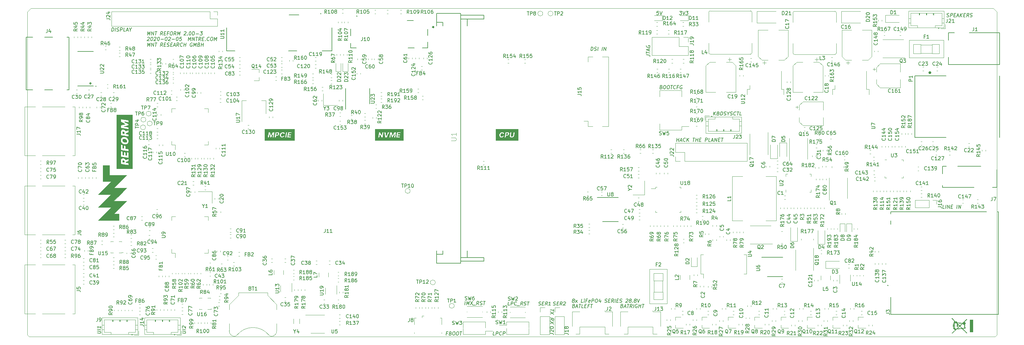
<source format=gbr>
%TF.GenerationSoftware,KiCad,Pcbnew,5.1.2+dfsg1-1*%
%TF.CreationDate,2020-02-17T14:18:57+01:00*%
%TF.ProjectId,reform2-motherboard,7265666f-726d-4322-9d6d-6f7468657262,2.0*%
%TF.SameCoordinates,Original*%
%TF.FileFunction,Legend,Top*%
%TF.FilePolarity,Positive*%
%FSLAX46Y46*%
G04 Gerber Fmt 4.6, Leading zero omitted, Abs format (unit mm)*
G04 Created by KiCad (PCBNEW 5.1.2+dfsg1-1) date 2020-02-17 14:18:57*
%MOMM*%
%LPD*%
G04 APERTURE LIST*
%ADD10C,0.150000*%
%ADD11C,0.050000*%
%ADD12C,0.120000*%
%ADD13C,0.010000*%
%ADD14C,0.127000*%
%ADD15C,0.500000*%
%ADD16C,0.200000*%
%ADD17C,0.250000*%
%ADD18C,0.152400*%
%ADD19C,0.400000*%
G04 APERTURE END LIST*
D10*
X208784538Y-124728571D02*
X208921443Y-124776190D01*
X208963110Y-124823809D01*
X208998824Y-124919047D01*
X208980967Y-125061904D01*
X208921443Y-125157142D01*
X208867872Y-125204761D01*
X208766681Y-125252380D01*
X208385729Y-125252380D01*
X208510729Y-124252380D01*
X208844062Y-124252380D01*
X208933348Y-124300000D01*
X208975014Y-124347619D01*
X209010729Y-124442857D01*
X208998824Y-124538095D01*
X208939300Y-124633333D01*
X208885729Y-124680952D01*
X208784538Y-124728571D01*
X208451205Y-124728571D01*
X209373824Y-124966666D02*
X209850014Y-124966666D01*
X209242872Y-125252380D02*
X209701205Y-124252380D01*
X209909538Y-125252380D01*
X210225014Y-124252380D02*
X210796443Y-124252380D01*
X210385729Y-125252380D02*
X210510729Y-124252380D01*
X211576205Y-125252380D02*
X211302395Y-124776190D01*
X211004776Y-125252380D02*
X211129776Y-124252380D01*
X211510729Y-124252380D01*
X211600014Y-124300000D01*
X211641681Y-124347619D01*
X211677395Y-124442857D01*
X211659538Y-124585714D01*
X211600014Y-124680952D01*
X211546443Y-124728571D01*
X211445252Y-124776190D01*
X211064300Y-124776190D01*
X212004776Y-125252380D02*
X212129776Y-124252380D01*
X213123824Y-124300000D02*
X213034538Y-124252380D01*
X212891681Y-124252380D01*
X212742872Y-124300000D01*
X212635729Y-124395238D01*
X212576205Y-124490476D01*
X212504776Y-124680952D01*
X212486919Y-124823809D01*
X212510729Y-125014285D01*
X212546443Y-125109523D01*
X212629776Y-125204761D01*
X212766681Y-125252380D01*
X212861919Y-125252380D01*
X213010729Y-125204761D01*
X213064300Y-125157142D01*
X213105967Y-124823809D01*
X212915491Y-124823809D01*
X213480967Y-125252380D02*
X213605967Y-124252380D01*
X213546443Y-124728571D02*
X214117872Y-124728571D01*
X214052395Y-125252380D02*
X214177395Y-124252380D01*
X214510729Y-124252380D02*
X215082157Y-124252380D01*
X214671443Y-125252380D02*
X214796443Y-124252380D01*
X195060729Y-124728571D02*
X195197633Y-124776190D01*
X195239300Y-124823809D01*
X195275014Y-124919047D01*
X195257157Y-125061904D01*
X195197633Y-125157142D01*
X195144062Y-125204761D01*
X195042872Y-125252380D01*
X194661919Y-125252380D01*
X194786919Y-124252380D01*
X195120252Y-124252380D01*
X195209538Y-124300000D01*
X195251205Y-124347619D01*
X195286919Y-124442857D01*
X195275014Y-124538095D01*
X195215491Y-124633333D01*
X195161919Y-124680952D01*
X195060729Y-124728571D01*
X194727395Y-124728571D01*
X195650014Y-124966666D02*
X196126205Y-124966666D01*
X195519062Y-125252380D02*
X195977395Y-124252380D01*
X196185729Y-125252380D01*
X196501205Y-124252380D02*
X197072633Y-124252380D01*
X196661919Y-125252380D02*
X196786919Y-124252380D01*
X197757157Y-125252380D02*
X197280967Y-125252380D01*
X197405967Y-124252380D01*
X198155967Y-124728571D02*
X198489300Y-124728571D01*
X198566681Y-125252380D02*
X198090491Y-125252380D01*
X198215491Y-124252380D01*
X198691681Y-124252380D01*
X199394062Y-124728571D02*
X199060729Y-124728571D01*
X198995252Y-125252380D02*
X199120252Y-124252380D01*
X199596443Y-124252380D01*
X199834538Y-124252380D02*
X200405967Y-124252380D01*
X199995252Y-125252380D02*
X200120252Y-124252380D01*
X73707023Y-48322619D02*
X73760595Y-48275000D01*
X73861785Y-48227380D01*
X74099880Y-48227380D01*
X74189166Y-48275000D01*
X74230833Y-48322619D01*
X74266547Y-48417857D01*
X74254642Y-48513095D01*
X74189166Y-48655952D01*
X73546309Y-49227380D01*
X74165357Y-49227380D01*
X74909404Y-48227380D02*
X75004642Y-48227380D01*
X75093928Y-48275000D01*
X75135595Y-48322619D01*
X75171309Y-48417857D01*
X75195119Y-48608333D01*
X75165357Y-48846428D01*
X75093928Y-49036904D01*
X75034404Y-49132142D01*
X74980833Y-49179761D01*
X74879642Y-49227380D01*
X74784404Y-49227380D01*
X74695119Y-49179761D01*
X74653452Y-49132142D01*
X74617738Y-49036904D01*
X74593928Y-48846428D01*
X74623690Y-48608333D01*
X74695119Y-48417857D01*
X74754642Y-48322619D01*
X74808214Y-48275000D01*
X74909404Y-48227380D01*
X75611785Y-48322619D02*
X75665357Y-48275000D01*
X75766547Y-48227380D01*
X76004642Y-48227380D01*
X76093928Y-48275000D01*
X76135595Y-48322619D01*
X76171309Y-48417857D01*
X76159404Y-48513095D01*
X76093928Y-48655952D01*
X75451071Y-49227380D01*
X76070119Y-49227380D01*
X76814166Y-48227380D02*
X76909404Y-48227380D01*
X76998690Y-48275000D01*
X77040357Y-48322619D01*
X77076071Y-48417857D01*
X77099880Y-48608333D01*
X77070119Y-48846428D01*
X76998690Y-49036904D01*
X76939166Y-49132142D01*
X76885595Y-49179761D01*
X76784404Y-49227380D01*
X76689166Y-49227380D01*
X76599880Y-49179761D01*
X76558214Y-49132142D01*
X76522500Y-49036904D01*
X76498690Y-48846428D01*
X76528452Y-48608333D01*
X76599880Y-48417857D01*
X76659404Y-48322619D01*
X76712976Y-48275000D01*
X76814166Y-48227380D01*
X77498690Y-48846428D02*
X78260595Y-48846428D01*
X79004642Y-48227380D02*
X79099880Y-48227380D01*
X79189166Y-48275000D01*
X79230833Y-48322619D01*
X79266547Y-48417857D01*
X79290357Y-48608333D01*
X79260595Y-48846428D01*
X79189166Y-49036904D01*
X79129642Y-49132142D01*
X79076071Y-49179761D01*
X78974880Y-49227380D01*
X78879642Y-49227380D01*
X78790357Y-49179761D01*
X78748690Y-49132142D01*
X78712976Y-49036904D01*
X78689166Y-48846428D01*
X78718928Y-48608333D01*
X78790357Y-48417857D01*
X78849880Y-48322619D01*
X78903452Y-48275000D01*
X79004642Y-48227380D01*
X79707023Y-48322619D02*
X79760595Y-48275000D01*
X79861785Y-48227380D01*
X80099880Y-48227380D01*
X80189166Y-48275000D01*
X80230833Y-48322619D01*
X80266547Y-48417857D01*
X80254642Y-48513095D01*
X80189166Y-48655952D01*
X79546309Y-49227380D01*
X80165357Y-49227380D01*
X80641547Y-48846428D02*
X81403452Y-48846428D01*
X82147500Y-48227380D02*
X82242738Y-48227380D01*
X82332023Y-48275000D01*
X82373690Y-48322619D01*
X82409404Y-48417857D01*
X82433214Y-48608333D01*
X82403452Y-48846428D01*
X82332023Y-49036904D01*
X82272500Y-49132142D01*
X82218928Y-49179761D01*
X82117738Y-49227380D01*
X82022500Y-49227380D01*
X81933214Y-49179761D01*
X81891547Y-49132142D01*
X81855833Y-49036904D01*
X81832023Y-48846428D01*
X81861785Y-48608333D01*
X81933214Y-48417857D01*
X81992738Y-48322619D01*
X82046309Y-48275000D01*
X82147500Y-48227380D01*
X83385595Y-48227380D02*
X82909404Y-48227380D01*
X82802261Y-48703571D01*
X82855833Y-48655952D01*
X82957023Y-48608333D01*
X83195119Y-48608333D01*
X83284404Y-48655952D01*
X83326071Y-48703571D01*
X83361785Y-48798809D01*
X83332023Y-49036904D01*
X83272500Y-49132142D01*
X83218928Y-49179761D01*
X83117738Y-49227380D01*
X82879642Y-49227380D01*
X82790357Y-49179761D01*
X82748690Y-49132142D01*
X85260595Y-49227380D02*
X85385595Y-48227380D01*
X85629642Y-48941666D01*
X86052261Y-48227380D01*
X85927261Y-49227380D01*
X86403452Y-49227380D02*
X86528452Y-48227380D01*
X86974880Y-49227380D01*
X87099880Y-48227380D01*
X87433214Y-48227380D02*
X88004642Y-48227380D01*
X87593928Y-49227380D02*
X87718928Y-48227380D01*
X88784404Y-49227380D02*
X88510595Y-48751190D01*
X88212976Y-49227380D02*
X88337976Y-48227380D01*
X88718928Y-48227380D01*
X88808214Y-48275000D01*
X88849880Y-48322619D01*
X88885595Y-48417857D01*
X88867738Y-48560714D01*
X88808214Y-48655952D01*
X88754642Y-48703571D01*
X88653452Y-48751190D01*
X88272500Y-48751190D01*
X89278452Y-48703571D02*
X89611785Y-48703571D01*
X89689166Y-49227380D02*
X89212976Y-49227380D01*
X89337976Y-48227380D01*
X89814166Y-48227380D01*
X90129642Y-49132142D02*
X90171309Y-49179761D01*
X90117738Y-49227380D01*
X90076071Y-49179761D01*
X90129642Y-49132142D01*
X90117738Y-49227380D01*
X91177261Y-49132142D02*
X91123690Y-49179761D01*
X90974880Y-49227380D01*
X90879642Y-49227380D01*
X90742738Y-49179761D01*
X90659404Y-49084523D01*
X90623690Y-48989285D01*
X90599880Y-48798809D01*
X90617738Y-48655952D01*
X90689166Y-48465476D01*
X90748690Y-48370238D01*
X90855833Y-48275000D01*
X91004642Y-48227380D01*
X91099880Y-48227380D01*
X91236785Y-48275000D01*
X91278452Y-48322619D01*
X91909404Y-48227380D02*
X92099880Y-48227380D01*
X92189166Y-48275000D01*
X92272500Y-48370238D01*
X92296309Y-48560714D01*
X92254642Y-48894047D01*
X92183214Y-49084523D01*
X92076071Y-49179761D01*
X91974880Y-49227380D01*
X91784404Y-49227380D01*
X91695119Y-49179761D01*
X91611785Y-49084523D01*
X91587976Y-48894047D01*
X91629642Y-48560714D01*
X91701071Y-48370238D01*
X91808214Y-48275000D01*
X91909404Y-48227380D01*
X92641547Y-49227380D02*
X92766547Y-48227380D01*
X93010595Y-48941666D01*
X93433214Y-48227380D01*
X93308214Y-49227380D01*
X73641547Y-50877380D02*
X73766547Y-49877380D01*
X74010595Y-50591666D01*
X74433214Y-49877380D01*
X74308214Y-50877380D01*
X74784404Y-50877380D02*
X74909404Y-49877380D01*
X75355833Y-50877380D01*
X75480833Y-49877380D01*
X75814166Y-49877380D02*
X76385595Y-49877380D01*
X75974880Y-50877380D02*
X76099880Y-49877380D01*
X77927261Y-50877380D02*
X77653452Y-50401190D01*
X77355833Y-50877380D02*
X77480833Y-49877380D01*
X77861785Y-49877380D01*
X77951071Y-49925000D01*
X77992738Y-49972619D01*
X78028452Y-50067857D01*
X78010595Y-50210714D01*
X77951071Y-50305952D01*
X77897500Y-50353571D01*
X77796309Y-50401190D01*
X77415357Y-50401190D01*
X78421309Y-50353571D02*
X78754642Y-50353571D01*
X78832023Y-50877380D02*
X78355833Y-50877380D01*
X78480833Y-49877380D01*
X78957023Y-49877380D01*
X79218928Y-50829761D02*
X79355833Y-50877380D01*
X79593928Y-50877380D01*
X79695119Y-50829761D01*
X79748690Y-50782142D01*
X79808214Y-50686904D01*
X79820119Y-50591666D01*
X79784404Y-50496428D01*
X79742738Y-50448809D01*
X79653452Y-50401190D01*
X79468928Y-50353571D01*
X79379642Y-50305952D01*
X79337976Y-50258333D01*
X79302261Y-50163095D01*
X79314166Y-50067857D01*
X79373690Y-49972619D01*
X79427261Y-49925000D01*
X79528452Y-49877380D01*
X79766547Y-49877380D01*
X79903452Y-49925000D01*
X80278452Y-50353571D02*
X80611785Y-50353571D01*
X80689166Y-50877380D02*
X80212976Y-50877380D01*
X80337976Y-49877380D01*
X80814166Y-49877380D01*
X81105833Y-50591666D02*
X81582023Y-50591666D01*
X80974880Y-50877380D02*
X81433214Y-49877380D01*
X81641547Y-50877380D01*
X82546309Y-50877380D02*
X82272500Y-50401190D01*
X81974880Y-50877380D02*
X82099880Y-49877380D01*
X82480833Y-49877380D01*
X82570119Y-49925000D01*
X82611785Y-49972619D01*
X82647500Y-50067857D01*
X82629642Y-50210714D01*
X82570119Y-50305952D01*
X82516547Y-50353571D01*
X82415357Y-50401190D01*
X82034404Y-50401190D01*
X83558214Y-50782142D02*
X83504642Y-50829761D01*
X83355833Y-50877380D01*
X83260595Y-50877380D01*
X83123690Y-50829761D01*
X83040357Y-50734523D01*
X83004642Y-50639285D01*
X82980833Y-50448809D01*
X82998690Y-50305952D01*
X83070119Y-50115476D01*
X83129642Y-50020238D01*
X83236785Y-49925000D01*
X83385595Y-49877380D01*
X83480833Y-49877380D01*
X83617738Y-49925000D01*
X83659404Y-49972619D01*
X83974880Y-50877380D02*
X84099880Y-49877380D01*
X84040357Y-50353571D02*
X84611785Y-50353571D01*
X84546309Y-50877380D02*
X84671309Y-49877380D01*
X86427261Y-49925000D02*
X86337976Y-49877380D01*
X86195119Y-49877380D01*
X86046309Y-49925000D01*
X85939166Y-50020238D01*
X85879642Y-50115476D01*
X85808214Y-50305952D01*
X85790357Y-50448809D01*
X85814166Y-50639285D01*
X85849880Y-50734523D01*
X85933214Y-50829761D01*
X86070119Y-50877380D01*
X86165357Y-50877380D01*
X86314166Y-50829761D01*
X86367738Y-50782142D01*
X86409404Y-50448809D01*
X86218928Y-50448809D01*
X86784404Y-50877380D02*
X86909404Y-49877380D01*
X87153452Y-50591666D01*
X87576071Y-49877380D01*
X87451071Y-50877380D01*
X88326071Y-50353571D02*
X88462976Y-50401190D01*
X88504642Y-50448809D01*
X88540357Y-50544047D01*
X88522500Y-50686904D01*
X88462976Y-50782142D01*
X88409404Y-50829761D01*
X88308214Y-50877380D01*
X87927261Y-50877380D01*
X88052261Y-49877380D01*
X88385595Y-49877380D01*
X88474880Y-49925000D01*
X88516547Y-49972619D01*
X88552261Y-50067857D01*
X88540357Y-50163095D01*
X88480833Y-50258333D01*
X88427261Y-50305952D01*
X88326071Y-50353571D01*
X87992738Y-50353571D01*
X88927261Y-50877380D02*
X89052261Y-49877380D01*
X88992738Y-50353571D02*
X89564166Y-50353571D01*
X89498690Y-50877380D02*
X89623690Y-49877380D01*
X234771443Y-70452380D02*
X234896443Y-69452380D01*
X235342872Y-70452380D02*
X234985729Y-69880952D01*
X235467872Y-69452380D02*
X234825014Y-70023809D01*
X236170252Y-69928571D02*
X236307157Y-69976190D01*
X236348824Y-70023809D01*
X236384538Y-70119047D01*
X236366681Y-70261904D01*
X236307157Y-70357142D01*
X236253586Y-70404761D01*
X236152395Y-70452380D01*
X235771443Y-70452380D01*
X235896443Y-69452380D01*
X236229776Y-69452380D01*
X236319062Y-69500000D01*
X236360729Y-69547619D01*
X236396443Y-69642857D01*
X236384538Y-69738095D01*
X236325014Y-69833333D01*
X236271443Y-69880952D01*
X236170252Y-69928571D01*
X235836919Y-69928571D01*
X236771443Y-70452380D02*
X236896443Y-69452380D01*
X237134538Y-69452380D01*
X237271443Y-69500000D01*
X237354776Y-69595238D01*
X237390491Y-69690476D01*
X237414300Y-69880952D01*
X237396443Y-70023809D01*
X237325014Y-70214285D01*
X237265491Y-70309523D01*
X237158348Y-70404761D01*
X237009538Y-70452380D01*
X236771443Y-70452380D01*
X237729776Y-70404761D02*
X237866681Y-70452380D01*
X238104776Y-70452380D01*
X238205967Y-70404761D01*
X238259538Y-70357142D01*
X238319062Y-70261904D01*
X238330967Y-70166666D01*
X238295252Y-70071428D01*
X238253586Y-70023809D01*
X238164300Y-69976190D01*
X237979776Y-69928571D01*
X237890491Y-69880952D01*
X237848824Y-69833333D01*
X237813110Y-69738095D01*
X237825014Y-69642857D01*
X237884538Y-69547619D01*
X237938110Y-69500000D01*
X238039300Y-69452380D01*
X238277395Y-69452380D01*
X238414300Y-69500000D01*
X238973824Y-69976190D02*
X238914300Y-70452380D01*
X238705967Y-69452380D02*
X238973824Y-69976190D01*
X239372633Y-69452380D01*
X239539300Y-70404761D02*
X239676205Y-70452380D01*
X239914300Y-70452380D01*
X240015491Y-70404761D01*
X240069062Y-70357142D01*
X240128586Y-70261904D01*
X240140491Y-70166666D01*
X240104776Y-70071428D01*
X240063110Y-70023809D01*
X239973824Y-69976190D01*
X239789300Y-69928571D01*
X239700014Y-69880952D01*
X239658348Y-69833333D01*
X239622633Y-69738095D01*
X239634538Y-69642857D01*
X239694062Y-69547619D01*
X239747633Y-69500000D01*
X239848824Y-69452380D01*
X240086919Y-69452380D01*
X240223824Y-69500000D01*
X241116681Y-70357142D02*
X241063110Y-70404761D01*
X240914300Y-70452380D01*
X240819062Y-70452380D01*
X240682157Y-70404761D01*
X240598824Y-70309523D01*
X240563110Y-70214285D01*
X240539300Y-70023809D01*
X240557157Y-69880952D01*
X240628586Y-69690476D01*
X240688110Y-69595238D01*
X240795252Y-69500000D01*
X240944062Y-69452380D01*
X241039300Y-69452380D01*
X241176205Y-69500000D01*
X241217872Y-69547619D01*
X241515491Y-69452380D02*
X242086919Y-69452380D01*
X241676205Y-70452380D02*
X241801205Y-69452380D01*
X242771443Y-70452380D02*
X242295252Y-70452380D01*
X242420252Y-69452380D01*
X219929776Y-62428571D02*
X220066681Y-62476190D01*
X220108348Y-62523809D01*
X220144062Y-62619047D01*
X220126205Y-62761904D01*
X220066681Y-62857142D01*
X220013110Y-62904761D01*
X219911919Y-62952380D01*
X219530967Y-62952380D01*
X219655967Y-61952380D01*
X219989300Y-61952380D01*
X220078586Y-62000000D01*
X220120252Y-62047619D01*
X220155967Y-62142857D01*
X220144062Y-62238095D01*
X220084538Y-62333333D01*
X220030967Y-62380952D01*
X219929776Y-62428571D01*
X219596443Y-62428571D01*
X220846443Y-61952380D02*
X221036919Y-61952380D01*
X221126205Y-62000000D01*
X221209538Y-62095238D01*
X221233348Y-62285714D01*
X221191681Y-62619047D01*
X221120252Y-62809523D01*
X221013110Y-62904761D01*
X220911919Y-62952380D01*
X220721443Y-62952380D01*
X220632157Y-62904761D01*
X220548824Y-62809523D01*
X220525014Y-62619047D01*
X220566681Y-62285714D01*
X220638110Y-62095238D01*
X220745252Y-62000000D01*
X220846443Y-61952380D01*
X221894062Y-61952380D02*
X222084538Y-61952380D01*
X222173824Y-62000000D01*
X222257157Y-62095238D01*
X222280967Y-62285714D01*
X222239300Y-62619047D01*
X222167872Y-62809523D01*
X222060729Y-62904761D01*
X221959538Y-62952380D01*
X221769062Y-62952380D01*
X221679776Y-62904761D01*
X221596443Y-62809523D01*
X221572633Y-62619047D01*
X221614300Y-62285714D01*
X221685729Y-62095238D01*
X221792872Y-62000000D01*
X221894062Y-61952380D01*
X222608348Y-61952380D02*
X223179776Y-61952380D01*
X222769062Y-62952380D02*
X222894062Y-61952380D01*
X223971443Y-62857142D02*
X223917872Y-62904761D01*
X223769062Y-62952380D01*
X223673824Y-62952380D01*
X223536919Y-62904761D01*
X223453586Y-62809523D01*
X223417872Y-62714285D01*
X223394062Y-62523809D01*
X223411919Y-62380952D01*
X223483348Y-62190476D01*
X223542872Y-62095238D01*
X223650014Y-62000000D01*
X223798824Y-61952380D01*
X223894062Y-61952380D01*
X224030967Y-62000000D01*
X224072633Y-62047619D01*
X224786919Y-62428571D02*
X224453586Y-62428571D01*
X224388110Y-62952380D02*
X224513110Y-61952380D01*
X224989300Y-61952380D01*
X225888110Y-62000000D02*
X225798824Y-61952380D01*
X225655967Y-61952380D01*
X225507157Y-62000000D01*
X225400014Y-62095238D01*
X225340491Y-62190476D01*
X225269062Y-62380952D01*
X225251205Y-62523809D01*
X225275014Y-62714285D01*
X225310729Y-62809523D01*
X225394062Y-62904761D01*
X225530967Y-62952380D01*
X225626205Y-62952380D01*
X225775014Y-62904761D01*
X225828586Y-62857142D01*
X225870252Y-62523809D01*
X225679776Y-62523809D01*
X189347619Y-125705967D02*
X189347619Y-126277395D01*
X188347619Y-125866681D02*
X189347619Y-125991681D01*
X189347619Y-126515491D02*
X188347619Y-127057157D01*
X189347619Y-127182157D02*
X188347619Y-126390491D01*
X188347619Y-128771443D02*
X188823809Y-128497633D01*
X188347619Y-128200014D02*
X189347619Y-128325014D01*
X189347619Y-128705967D01*
X189300000Y-128795252D01*
X189252380Y-128836919D01*
X189157142Y-128872633D01*
X189014285Y-128854776D01*
X188919047Y-128795252D01*
X188871428Y-128741681D01*
X188823809Y-128640491D01*
X188823809Y-128259538D01*
X189347619Y-129229776D02*
X188347619Y-129771443D01*
X189347619Y-129896443D02*
X188347619Y-129104776D01*
X164014300Y-124452380D02*
X164139300Y-123452380D01*
X164490491Y-124452380D02*
X164615491Y-123452380D01*
X164859538Y-124166666D01*
X165282157Y-123452380D01*
X165157157Y-124452380D01*
X165663110Y-123452380D02*
X166204776Y-124452380D01*
X166329776Y-123452380D02*
X165538110Y-124452380D01*
X166335729Y-124547619D02*
X167097633Y-124547619D01*
X167919062Y-124452380D02*
X167645252Y-123976190D01*
X167347633Y-124452380D02*
X167472633Y-123452380D01*
X167853586Y-123452380D01*
X167942872Y-123500000D01*
X167984538Y-123547619D01*
X168020252Y-123642857D01*
X168002395Y-123785714D01*
X167942872Y-123880952D01*
X167889300Y-123928571D01*
X167788110Y-123976190D01*
X167407157Y-123976190D01*
X168305967Y-124404761D02*
X168442872Y-124452380D01*
X168680967Y-124452380D01*
X168782157Y-124404761D01*
X168835729Y-124357142D01*
X168895252Y-124261904D01*
X168907157Y-124166666D01*
X168871443Y-124071428D01*
X168829776Y-124023809D01*
X168740491Y-123976190D01*
X168555967Y-123928571D01*
X168466681Y-123880952D01*
X168425014Y-123833333D01*
X168389300Y-123738095D01*
X168401205Y-123642857D01*
X168460729Y-123547619D01*
X168514300Y-123500000D01*
X168615491Y-123452380D01*
X168853586Y-123452380D01*
X168990491Y-123500000D01*
X169282157Y-123452380D02*
X169853586Y-123452380D01*
X169442872Y-124452380D02*
X169567872Y-123452380D01*
X225186919Y-40852380D02*
X225805967Y-40852380D01*
X225425014Y-41233333D01*
X225567872Y-41233333D01*
X225657157Y-41280952D01*
X225698824Y-41328571D01*
X225734538Y-41423809D01*
X225704776Y-41661904D01*
X225645252Y-41757142D01*
X225591681Y-41804761D01*
X225490491Y-41852380D01*
X225204776Y-41852380D01*
X225115491Y-41804761D01*
X225073824Y-41757142D01*
X226091681Y-40852380D02*
X226300014Y-41852380D01*
X226758348Y-40852380D01*
X226996443Y-40852380D02*
X227615491Y-40852380D01*
X227234538Y-41233333D01*
X227377395Y-41233333D01*
X227466681Y-41280952D01*
X227508348Y-41328571D01*
X227544062Y-41423809D01*
X227514300Y-41661904D01*
X227454776Y-41757142D01*
X227401205Y-41804761D01*
X227300014Y-41852380D01*
X227014300Y-41852380D01*
X226925014Y-41804761D01*
X226883348Y-41757142D01*
X219234538Y-40852380D02*
X218758348Y-40852380D01*
X218651205Y-41328571D01*
X218704776Y-41280952D01*
X218805967Y-41233333D01*
X219044062Y-41233333D01*
X219133348Y-41280952D01*
X219175014Y-41328571D01*
X219210729Y-41423809D01*
X219180967Y-41661904D01*
X219121443Y-41757142D01*
X219067872Y-41804761D01*
X218966681Y-41852380D01*
X218728586Y-41852380D01*
X218639300Y-41804761D01*
X218597633Y-41757142D01*
X219567872Y-40852380D02*
X219776205Y-41852380D01*
X220234538Y-40852380D01*
X159079776Y-132528571D02*
X158746443Y-132528571D01*
X158680967Y-133052380D02*
X158805967Y-132052380D01*
X159282157Y-132052380D01*
X159936919Y-132528571D02*
X160073824Y-132576190D01*
X160115491Y-132623809D01*
X160151205Y-132719047D01*
X160133348Y-132861904D01*
X160073824Y-132957142D01*
X160020252Y-133004761D01*
X159919062Y-133052380D01*
X159538110Y-133052380D01*
X159663110Y-132052380D01*
X159996443Y-132052380D01*
X160085729Y-132100000D01*
X160127395Y-132147619D01*
X160163110Y-132242857D01*
X160151205Y-132338095D01*
X160091681Y-132433333D01*
X160038110Y-132480952D01*
X159936919Y-132528571D01*
X159603586Y-132528571D01*
X160853586Y-132052380D02*
X161044062Y-132052380D01*
X161133348Y-132100000D01*
X161216681Y-132195238D01*
X161240491Y-132385714D01*
X161198824Y-132719047D01*
X161127395Y-132909523D01*
X161020252Y-133004761D01*
X160919062Y-133052380D01*
X160728586Y-133052380D01*
X160639300Y-133004761D01*
X160555967Y-132909523D01*
X160532157Y-132719047D01*
X160573824Y-132385714D01*
X160645252Y-132195238D01*
X160752395Y-132100000D01*
X160853586Y-132052380D01*
X161901205Y-132052380D02*
X162091681Y-132052380D01*
X162180967Y-132100000D01*
X162264300Y-132195238D01*
X162288110Y-132385714D01*
X162246443Y-132719047D01*
X162175014Y-132909523D01*
X162067872Y-133004761D01*
X161966681Y-133052380D01*
X161776205Y-133052380D01*
X161686919Y-133004761D01*
X161603586Y-132909523D01*
X161579776Y-132719047D01*
X161621443Y-132385714D01*
X161692872Y-132195238D01*
X161800014Y-132100000D01*
X161901205Y-132052380D01*
X162615491Y-132052380D02*
X163186919Y-132052380D01*
X162776205Y-133052380D02*
X162901205Y-132052380D01*
X172509538Y-133052380D02*
X172033348Y-133052380D01*
X172158348Y-132052380D01*
X172842872Y-133052380D02*
X172967872Y-132052380D01*
X173348824Y-132052380D01*
X173438110Y-132100000D01*
X173479776Y-132147619D01*
X173515491Y-132242857D01*
X173497633Y-132385714D01*
X173438110Y-132480952D01*
X173384538Y-132528571D01*
X173283348Y-132576190D01*
X172902395Y-132576190D01*
X174426205Y-132957142D02*
X174372633Y-133004761D01*
X174223824Y-133052380D01*
X174128586Y-133052380D01*
X173991681Y-133004761D01*
X173908348Y-132909523D01*
X173872633Y-132814285D01*
X173848824Y-132623809D01*
X173866681Y-132480952D01*
X173938110Y-132290476D01*
X173997633Y-132195238D01*
X174104776Y-132100000D01*
X174253586Y-132052380D01*
X174348824Y-132052380D01*
X174485729Y-132100000D01*
X174527395Y-132147619D01*
X174842872Y-133052380D02*
X174967872Y-132052380D01*
X175348824Y-132052380D01*
X175438110Y-132100000D01*
X175479776Y-132147619D01*
X175515491Y-132242857D01*
X175497633Y-132385714D01*
X175438110Y-132480952D01*
X175384538Y-132528571D01*
X175283348Y-132576190D01*
X174902395Y-132576190D01*
X176771443Y-124552380D02*
X176295252Y-124552380D01*
X176420252Y-123552380D01*
X177104776Y-124552380D02*
X177229776Y-123552380D01*
X177610729Y-123552380D01*
X177700014Y-123600000D01*
X177741681Y-123647619D01*
X177777395Y-123742857D01*
X177759538Y-123885714D01*
X177700014Y-123980952D01*
X177646443Y-124028571D01*
X177545252Y-124076190D01*
X177164300Y-124076190D01*
X178688110Y-124457142D02*
X178634538Y-124504761D01*
X178485729Y-124552380D01*
X178390491Y-124552380D01*
X178253586Y-124504761D01*
X178170252Y-124409523D01*
X178134538Y-124314285D01*
X178110729Y-124123809D01*
X178128586Y-123980952D01*
X178200014Y-123790476D01*
X178259538Y-123695238D01*
X178366681Y-123600000D01*
X178515491Y-123552380D01*
X178610729Y-123552380D01*
X178747633Y-123600000D01*
X178789300Y-123647619D01*
X178854776Y-124647619D02*
X179616681Y-124647619D01*
X180438110Y-124552380D02*
X180164300Y-124076190D01*
X179866681Y-124552380D02*
X179991681Y-123552380D01*
X180372633Y-123552380D01*
X180461919Y-123600000D01*
X180503586Y-123647619D01*
X180539300Y-123742857D01*
X180521443Y-123885714D01*
X180461919Y-123980952D01*
X180408348Y-124028571D01*
X180307157Y-124076190D01*
X179926205Y-124076190D01*
X180825014Y-124504761D02*
X180961919Y-124552380D01*
X181200014Y-124552380D01*
X181301205Y-124504761D01*
X181354776Y-124457142D01*
X181414300Y-124361904D01*
X181426205Y-124266666D01*
X181390491Y-124171428D01*
X181348824Y-124123809D01*
X181259538Y-124076190D01*
X181075014Y-124028571D01*
X180985729Y-123980952D01*
X180944062Y-123933333D01*
X180908348Y-123838095D01*
X180920252Y-123742857D01*
X180979776Y-123647619D01*
X181033348Y-123600000D01*
X181134538Y-123552380D01*
X181372633Y-123552380D01*
X181509538Y-123600000D01*
X181801205Y-123552380D02*
X182372633Y-123552380D01*
X181961919Y-124552380D02*
X182086919Y-123552380D01*
X83552380Y-132433452D02*
X84361904Y-132534642D01*
X84457142Y-132498928D01*
X84504761Y-132457261D01*
X84552380Y-132367976D01*
X84552380Y-132177500D01*
X84504761Y-132076309D01*
X84457142Y-132022738D01*
X84361904Y-131963214D01*
X83552380Y-131862023D01*
X84552380Y-131510833D02*
X83552380Y-131385833D01*
X83647619Y-130969166D02*
X83600000Y-130915595D01*
X83552380Y-130814404D01*
X83552380Y-130576309D01*
X83600000Y-130487023D01*
X83647619Y-130445357D01*
X83742857Y-130409642D01*
X83838095Y-130421547D01*
X83980952Y-130487023D01*
X84552380Y-131129880D01*
X84552380Y-130510833D01*
X59352380Y-132433452D02*
X60161904Y-132534642D01*
X60257142Y-132498928D01*
X60304761Y-132457261D01*
X60352380Y-132367976D01*
X60352380Y-132177500D01*
X60304761Y-132076309D01*
X60257142Y-132022738D01*
X60161904Y-131963214D01*
X59352380Y-131862023D01*
X60352380Y-131510833D02*
X59352380Y-131385833D01*
X60352380Y-130510833D02*
X60352380Y-131082261D01*
X60352380Y-130796547D02*
X59352380Y-130671547D01*
X59495238Y-130784642D01*
X59590476Y-130891785D01*
X59638095Y-130992976D01*
X184991681Y-124504761D02*
X185128586Y-124552380D01*
X185366681Y-124552380D01*
X185467872Y-124504761D01*
X185521443Y-124457142D01*
X185580967Y-124361904D01*
X185592872Y-124266666D01*
X185557157Y-124171428D01*
X185515491Y-124123809D01*
X185426205Y-124076190D01*
X185241681Y-124028571D01*
X185152395Y-123980952D01*
X185110729Y-123933333D01*
X185075014Y-123838095D01*
X185086919Y-123742857D01*
X185146443Y-123647619D01*
X185200014Y-123600000D01*
X185301205Y-123552380D01*
X185539300Y-123552380D01*
X185676205Y-123600000D01*
X186051205Y-124028571D02*
X186384538Y-124028571D01*
X186461919Y-124552380D02*
X185985729Y-124552380D01*
X186110729Y-123552380D01*
X186586919Y-123552380D01*
X187461919Y-124552380D02*
X187188110Y-124076190D01*
X186890491Y-124552380D02*
X187015491Y-123552380D01*
X187396443Y-123552380D01*
X187485729Y-123600000D01*
X187527395Y-123647619D01*
X187563110Y-123742857D01*
X187545252Y-123885714D01*
X187485729Y-123980952D01*
X187432157Y-124028571D01*
X187330967Y-124076190D01*
X186950014Y-124076190D01*
X188414300Y-124552380D02*
X187842872Y-124552380D01*
X188128586Y-124552380D02*
X188253586Y-123552380D01*
X188140491Y-123695238D01*
X188033348Y-123790476D01*
X187932157Y-123838095D01*
X189191681Y-124504761D02*
X189328586Y-124552380D01*
X189566681Y-124552380D01*
X189667872Y-124504761D01*
X189721443Y-124457142D01*
X189780967Y-124361904D01*
X189792872Y-124266666D01*
X189757157Y-124171428D01*
X189715491Y-124123809D01*
X189626205Y-124076190D01*
X189441681Y-124028571D01*
X189352395Y-123980952D01*
X189310729Y-123933333D01*
X189275014Y-123838095D01*
X189286919Y-123742857D01*
X189346443Y-123647619D01*
X189400014Y-123600000D01*
X189501205Y-123552380D01*
X189739300Y-123552380D01*
X189876205Y-123600000D01*
X190251205Y-124028571D02*
X190584538Y-124028571D01*
X190661919Y-124552380D02*
X190185729Y-124552380D01*
X190310729Y-123552380D01*
X190786919Y-123552380D01*
X191661919Y-124552380D02*
X191388110Y-124076190D01*
X191090491Y-124552380D02*
X191215491Y-123552380D01*
X191596443Y-123552380D01*
X191685729Y-123600000D01*
X191727395Y-123647619D01*
X191763110Y-123742857D01*
X191745252Y-123885714D01*
X191685729Y-123980952D01*
X191632157Y-124028571D01*
X191530967Y-124076190D01*
X191150014Y-124076190D01*
X192155967Y-123647619D02*
X192209538Y-123600000D01*
X192310729Y-123552380D01*
X192548824Y-123552380D01*
X192638110Y-123600000D01*
X192679776Y-123647619D01*
X192715491Y-123742857D01*
X192703586Y-123838095D01*
X192638110Y-123980952D01*
X191995252Y-124552380D01*
X192614300Y-124552380D01*
X194820386Y-123180952D02*
X194731101Y-123133333D01*
X194689434Y-123085714D01*
X194653720Y-122990476D01*
X194659672Y-122942857D01*
X194719196Y-122847619D01*
X194772767Y-122800000D01*
X194873958Y-122752380D01*
X195064434Y-122752380D01*
X195153720Y-122800000D01*
X195195386Y-122847619D01*
X195231101Y-122942857D01*
X195225148Y-122990476D01*
X195165625Y-123085714D01*
X195112053Y-123133333D01*
X195010863Y-123180952D01*
X194820386Y-123180952D01*
X194719196Y-123228571D01*
X194665625Y-123276190D01*
X194606101Y-123371428D01*
X194582291Y-123561904D01*
X194618005Y-123657142D01*
X194659672Y-123704761D01*
X194748958Y-123752380D01*
X194939434Y-123752380D01*
X195040625Y-123704761D01*
X195094196Y-123657142D01*
X195153720Y-123561904D01*
X195177529Y-123371428D01*
X195141815Y-123276190D01*
X195100148Y-123228571D01*
X195010863Y-123180952D01*
X195463244Y-123752380D02*
X196070386Y-123085714D01*
X195546577Y-123085714D02*
X195987053Y-123752380D01*
X197606101Y-123752380D02*
X197129910Y-123752380D01*
X197254910Y-122752380D01*
X197939434Y-123752380D02*
X198022767Y-123085714D01*
X198064434Y-122752380D02*
X198010863Y-122800000D01*
X198052529Y-122847619D01*
X198106101Y-122800000D01*
X198064434Y-122752380D01*
X198052529Y-122847619D01*
X198814434Y-123228571D02*
X198481101Y-123228571D01*
X198415625Y-123752380D02*
X198540625Y-122752380D01*
X199016815Y-122752380D01*
X199659672Y-123704761D02*
X199558482Y-123752380D01*
X199368005Y-123752380D01*
X199278720Y-123704761D01*
X199243005Y-123609523D01*
X199290625Y-123228571D01*
X199350148Y-123133333D01*
X199451339Y-123085714D01*
X199641815Y-123085714D01*
X199731101Y-123133333D01*
X199766815Y-123228571D01*
X199754910Y-123323809D01*
X199266815Y-123419047D01*
X200129910Y-123752380D02*
X200254910Y-122752380D01*
X200635863Y-122752380D01*
X200725148Y-122800000D01*
X200766815Y-122847619D01*
X200802529Y-122942857D01*
X200784672Y-123085714D01*
X200725148Y-123180952D01*
X200671577Y-123228571D01*
X200570386Y-123276190D01*
X200189434Y-123276190D01*
X201445386Y-122752380D02*
X201635863Y-122752380D01*
X201725148Y-122800000D01*
X201808482Y-122895238D01*
X201832291Y-123085714D01*
X201790625Y-123419047D01*
X201719196Y-123609523D01*
X201612053Y-123704761D01*
X201510863Y-123752380D01*
X201320386Y-123752380D01*
X201231101Y-123704761D01*
X201147767Y-123609523D01*
X201123958Y-123419047D01*
X201165625Y-123085714D01*
X201237053Y-122895238D01*
X201344196Y-122800000D01*
X201445386Y-122752380D01*
X202689434Y-123085714D02*
X202606101Y-123752380D01*
X202498958Y-122704761D02*
X202171577Y-123419047D01*
X202790625Y-123419047D01*
X203850148Y-123704761D02*
X203987053Y-123752380D01*
X204225148Y-123752380D01*
X204326339Y-123704761D01*
X204379910Y-123657142D01*
X204439434Y-123561904D01*
X204451339Y-123466666D01*
X204415625Y-123371428D01*
X204373958Y-123323809D01*
X204284672Y-123276190D01*
X204100148Y-123228571D01*
X204010863Y-123180952D01*
X203969196Y-123133333D01*
X203933482Y-123038095D01*
X203945386Y-122942857D01*
X204004910Y-122847619D01*
X204058482Y-122800000D01*
X204159672Y-122752380D01*
X204397767Y-122752380D01*
X204534672Y-122800000D01*
X204909672Y-123228571D02*
X205243005Y-123228571D01*
X205320386Y-123752380D02*
X204844196Y-123752380D01*
X204969196Y-122752380D01*
X205445386Y-122752380D01*
X206320386Y-123752380D02*
X206046577Y-123276190D01*
X205748958Y-123752380D02*
X205873958Y-122752380D01*
X206254910Y-122752380D01*
X206344196Y-122800000D01*
X206385863Y-122847619D01*
X206421577Y-122942857D01*
X206403720Y-123085714D01*
X206344196Y-123180952D01*
X206290625Y-123228571D01*
X206189434Y-123276190D01*
X205808482Y-123276190D01*
X206748958Y-123752380D02*
X206873958Y-122752380D01*
X207290625Y-123228571D02*
X207623958Y-123228571D01*
X207701339Y-123752380D02*
X207225148Y-123752380D01*
X207350148Y-122752380D01*
X207826339Y-122752380D01*
X208088244Y-123704761D02*
X208225148Y-123752380D01*
X208463244Y-123752380D01*
X208564434Y-123704761D01*
X208618005Y-123657142D01*
X208677529Y-123561904D01*
X208689434Y-123466666D01*
X208653720Y-123371428D01*
X208612053Y-123323809D01*
X208522767Y-123276190D01*
X208338244Y-123228571D01*
X208248958Y-123180952D01*
X208207291Y-123133333D01*
X208171577Y-123038095D01*
X208183482Y-122942857D01*
X208243005Y-122847619D01*
X208296577Y-122800000D01*
X208397767Y-122752380D01*
X208635863Y-122752380D01*
X208772767Y-122800000D01*
X209909672Y-122847619D02*
X209963244Y-122800000D01*
X210064434Y-122752380D01*
X210302529Y-122752380D01*
X210391815Y-122800000D01*
X210433482Y-122847619D01*
X210469196Y-122942857D01*
X210457291Y-123038095D01*
X210391815Y-123180952D01*
X209748958Y-123752380D01*
X210368005Y-123752380D01*
X211010863Y-123180952D02*
X210921577Y-123133333D01*
X210879910Y-123085714D01*
X210844196Y-122990476D01*
X210850148Y-122942857D01*
X210909672Y-122847619D01*
X210963244Y-122800000D01*
X211064434Y-122752380D01*
X211254910Y-122752380D01*
X211344196Y-122800000D01*
X211385863Y-122847619D01*
X211421577Y-122942857D01*
X211415625Y-122990476D01*
X211356101Y-123085714D01*
X211302529Y-123133333D01*
X211201339Y-123180952D01*
X211010863Y-123180952D01*
X210909672Y-123228571D01*
X210856101Y-123276190D01*
X210796577Y-123371428D01*
X210772767Y-123561904D01*
X210808482Y-123657142D01*
X210850148Y-123704761D01*
X210939434Y-123752380D01*
X211129910Y-123752380D01*
X211231101Y-123704761D01*
X211284672Y-123657142D01*
X211344196Y-123561904D01*
X211368005Y-123371428D01*
X211332291Y-123276190D01*
X211290625Y-123228571D01*
X211201339Y-123180952D01*
X211760863Y-123657142D02*
X211802529Y-123704761D01*
X211748958Y-123752380D01*
X211707291Y-123704761D01*
X211760863Y-123657142D01*
X211748958Y-123752380D01*
X212439434Y-123180952D02*
X212350148Y-123133333D01*
X212308482Y-123085714D01*
X212272767Y-122990476D01*
X212278720Y-122942857D01*
X212338244Y-122847619D01*
X212391815Y-122800000D01*
X212493005Y-122752380D01*
X212683482Y-122752380D01*
X212772767Y-122800000D01*
X212814434Y-122847619D01*
X212850148Y-122942857D01*
X212844196Y-122990476D01*
X212784672Y-123085714D01*
X212731101Y-123133333D01*
X212629910Y-123180952D01*
X212439434Y-123180952D01*
X212338244Y-123228571D01*
X212284672Y-123276190D01*
X212225148Y-123371428D01*
X212201339Y-123561904D01*
X212237053Y-123657142D01*
X212278720Y-123704761D01*
X212368005Y-123752380D01*
X212558482Y-123752380D01*
X212659672Y-123704761D01*
X212713244Y-123657142D01*
X212772767Y-123561904D01*
X212796577Y-123371428D01*
X212760863Y-123276190D01*
X212719196Y-123228571D01*
X212629910Y-123180952D01*
X213159672Y-122752380D02*
X213368005Y-123752380D01*
X213826339Y-122752380D01*
X224276205Y-77952380D02*
X224401205Y-76952380D01*
X224341681Y-77428571D02*
X224913110Y-77428571D01*
X224847633Y-77952380D02*
X224972633Y-76952380D01*
X225311919Y-77666666D02*
X225788110Y-77666666D01*
X225180967Y-77952380D02*
X225639300Y-76952380D01*
X225847633Y-77952380D01*
X226764300Y-77857142D02*
X226710729Y-77904761D01*
X226561919Y-77952380D01*
X226466681Y-77952380D01*
X226329776Y-77904761D01*
X226246443Y-77809523D01*
X226210729Y-77714285D01*
X226186919Y-77523809D01*
X226204776Y-77380952D01*
X226276205Y-77190476D01*
X226335729Y-77095238D01*
X226442872Y-77000000D01*
X226591681Y-76952380D01*
X226686919Y-76952380D01*
X226823824Y-77000000D01*
X226865491Y-77047619D01*
X227180967Y-77952380D02*
X227305967Y-76952380D01*
X227752395Y-77952380D02*
X227395252Y-77380952D01*
X227877395Y-76952380D02*
X227234538Y-77523809D01*
X228925014Y-76952380D02*
X229496443Y-76952380D01*
X229085729Y-77952380D02*
X229210729Y-76952380D01*
X229704776Y-77952380D02*
X229829776Y-76952380D01*
X229770252Y-77428571D02*
X230341681Y-77428571D01*
X230276205Y-77952380D02*
X230401205Y-76952380D01*
X230817872Y-77428571D02*
X231151205Y-77428571D01*
X231228586Y-77952380D02*
X230752395Y-77952380D01*
X230877395Y-76952380D01*
X231353586Y-76952380D01*
X232419062Y-77952380D02*
X232544062Y-76952380D01*
X232925014Y-76952380D01*
X233014300Y-77000000D01*
X233055967Y-77047619D01*
X233091681Y-77142857D01*
X233073824Y-77285714D01*
X233014300Y-77380952D01*
X232960729Y-77428571D01*
X232859538Y-77476190D01*
X232478586Y-77476190D01*
X233895252Y-77952380D02*
X233419062Y-77952380D01*
X233544062Y-76952380D01*
X234216681Y-77666666D02*
X234692872Y-77666666D01*
X234085729Y-77952380D02*
X234544062Y-76952380D01*
X234752395Y-77952380D01*
X235085729Y-77952380D02*
X235210729Y-76952380D01*
X235657157Y-77952380D01*
X235782157Y-76952380D01*
X236198824Y-77428571D02*
X236532157Y-77428571D01*
X236609538Y-77952380D02*
X236133348Y-77952380D01*
X236258348Y-76952380D01*
X236734538Y-76952380D01*
X237020252Y-76952380D02*
X237591681Y-76952380D01*
X237180967Y-77952380D02*
X237305967Y-76952380D01*
X199880967Y-52052380D02*
X200005967Y-51052380D01*
X200244062Y-51052380D01*
X200380967Y-51100000D01*
X200464300Y-51195238D01*
X200500014Y-51290476D01*
X200523824Y-51480952D01*
X200505967Y-51623809D01*
X200434538Y-51814285D01*
X200375014Y-51909523D01*
X200267872Y-52004761D01*
X200119062Y-52052380D01*
X199880967Y-52052380D01*
X200839300Y-52004761D02*
X200976205Y-52052380D01*
X201214300Y-52052380D01*
X201315491Y-52004761D01*
X201369062Y-51957142D01*
X201428586Y-51861904D01*
X201440491Y-51766666D01*
X201404776Y-51671428D01*
X201363110Y-51623809D01*
X201273824Y-51576190D01*
X201089300Y-51528571D01*
X201000014Y-51480952D01*
X200958348Y-51433333D01*
X200922633Y-51338095D01*
X200934538Y-51242857D01*
X200994062Y-51147619D01*
X201047633Y-51100000D01*
X201148824Y-51052380D01*
X201386919Y-51052380D01*
X201523824Y-51100000D01*
X201833348Y-52052380D02*
X201958348Y-51052380D01*
X203071443Y-52052380D02*
X203196443Y-51052380D01*
X203547633Y-52052380D02*
X203672633Y-51052380D01*
X204119062Y-52052380D01*
X204244062Y-51052380D01*
X63461919Y-46552380D02*
X63586919Y-45552380D01*
X63825014Y-45552380D01*
X63961919Y-45600000D01*
X64045252Y-45695238D01*
X64080967Y-45790476D01*
X64104776Y-45980952D01*
X64086919Y-46123809D01*
X64015491Y-46314285D01*
X63955967Y-46409523D01*
X63848824Y-46504761D01*
X63700014Y-46552380D01*
X63461919Y-46552380D01*
X64461919Y-46552380D02*
X64586919Y-45552380D01*
X64896443Y-46504761D02*
X65033348Y-46552380D01*
X65271443Y-46552380D01*
X65372633Y-46504761D01*
X65426205Y-46457142D01*
X65485729Y-46361904D01*
X65497633Y-46266666D01*
X65461919Y-46171428D01*
X65420252Y-46123809D01*
X65330967Y-46076190D01*
X65146443Y-46028571D01*
X65057157Y-45980952D01*
X65015491Y-45933333D01*
X64979776Y-45838095D01*
X64991681Y-45742857D01*
X65051205Y-45647619D01*
X65104776Y-45600000D01*
X65205967Y-45552380D01*
X65444062Y-45552380D01*
X65580967Y-45600000D01*
X65890491Y-46552380D02*
X66015491Y-45552380D01*
X66396443Y-45552380D01*
X66485729Y-45600000D01*
X66527395Y-45647619D01*
X66563110Y-45742857D01*
X66545252Y-45885714D01*
X66485729Y-45980952D01*
X66432157Y-46028571D01*
X66330967Y-46076190D01*
X65950014Y-46076190D01*
X67366681Y-46552380D02*
X66890491Y-46552380D01*
X67015491Y-45552380D01*
X67688110Y-46266666D02*
X68164300Y-46266666D01*
X67557157Y-46552380D02*
X68015491Y-45552380D01*
X68223824Y-46552380D01*
X68807157Y-46076190D02*
X68747633Y-46552380D01*
X68539300Y-45552380D02*
X68807157Y-46076190D01*
X69205967Y-45552380D01*
X301210729Y-42404761D02*
X301347633Y-42452380D01*
X301585729Y-42452380D01*
X301686919Y-42404761D01*
X301740491Y-42357142D01*
X301800014Y-42261904D01*
X301811919Y-42166666D01*
X301776205Y-42071428D01*
X301734538Y-42023809D01*
X301645252Y-41976190D01*
X301460729Y-41928571D01*
X301371443Y-41880952D01*
X301329776Y-41833333D01*
X301294062Y-41738095D01*
X301305967Y-41642857D01*
X301365491Y-41547619D01*
X301419062Y-41500000D01*
X301520252Y-41452380D01*
X301758348Y-41452380D01*
X301895252Y-41500000D01*
X302204776Y-42452380D02*
X302329776Y-41452380D01*
X302710729Y-41452380D01*
X302800014Y-41500000D01*
X302841681Y-41547619D01*
X302877395Y-41642857D01*
X302859538Y-41785714D01*
X302800014Y-41880952D01*
X302746443Y-41928571D01*
X302645252Y-41976190D01*
X302264300Y-41976190D01*
X303270252Y-41928571D02*
X303603586Y-41928571D01*
X303680967Y-42452380D02*
X303204776Y-42452380D01*
X303329776Y-41452380D01*
X303805967Y-41452380D01*
X304097633Y-42166666D02*
X304573824Y-42166666D01*
X303966681Y-42452380D02*
X304425014Y-41452380D01*
X304633348Y-42452380D01*
X304966681Y-42452380D02*
X305091681Y-41452380D01*
X305538110Y-42452380D02*
X305180967Y-41880952D01*
X305663110Y-41452380D02*
X305020252Y-42023809D01*
X306032157Y-41928571D02*
X306365491Y-41928571D01*
X306442872Y-42452380D02*
X305966681Y-42452380D01*
X306091681Y-41452380D01*
X306567872Y-41452380D01*
X307442872Y-42452380D02*
X307169062Y-41976190D01*
X306871443Y-42452380D02*
X306996443Y-41452380D01*
X307377395Y-41452380D01*
X307466681Y-41500000D01*
X307508348Y-41547619D01*
X307544062Y-41642857D01*
X307526205Y-41785714D01*
X307466681Y-41880952D01*
X307413110Y-41928571D01*
X307311919Y-41976190D01*
X306930967Y-41976190D01*
X307829776Y-42404761D02*
X307966681Y-42452380D01*
X308204776Y-42452380D01*
X308305967Y-42404761D01*
X308359538Y-42357142D01*
X308419062Y-42261904D01*
X308430967Y-42166666D01*
X308395252Y-42071428D01*
X308353586Y-42023809D01*
X308264300Y-41976190D01*
X308079776Y-41928571D01*
X307990491Y-41880952D01*
X307948824Y-41833333D01*
X307913110Y-41738095D01*
X307925014Y-41642857D01*
X307984538Y-41547619D01*
X308038110Y-41500000D01*
X308139300Y-41452380D01*
X308377395Y-41452380D01*
X308514300Y-41500000D01*
X300527395Y-97002380D02*
X300051205Y-97002380D01*
X300176205Y-96002380D01*
X300860729Y-97002380D02*
X300985729Y-96002380D01*
X301336919Y-97002380D02*
X301461919Y-96002380D01*
X301908348Y-97002380D01*
X302033348Y-96002380D01*
X302450014Y-96478571D02*
X302783348Y-96478571D01*
X302860729Y-97002380D02*
X302384538Y-97002380D01*
X302509538Y-96002380D01*
X302985729Y-96002380D01*
X304051205Y-97002380D02*
X304176205Y-96002380D01*
X304527395Y-97002380D02*
X304652395Y-96002380D01*
X305098824Y-97002380D01*
X305223824Y-96002380D01*
X73641547Y-47652380D02*
X73766547Y-46652380D01*
X74010595Y-47366666D01*
X74433214Y-46652380D01*
X74308214Y-47652380D01*
X74784404Y-47652380D02*
X74909404Y-46652380D01*
X75355833Y-47652380D01*
X75480833Y-46652380D01*
X75814166Y-46652380D02*
X76385595Y-46652380D01*
X75974880Y-47652380D02*
X76099880Y-46652380D01*
X77927261Y-47652380D02*
X77653452Y-47176190D01*
X77355833Y-47652380D02*
X77480833Y-46652380D01*
X77861785Y-46652380D01*
X77951071Y-46700000D01*
X77992738Y-46747619D01*
X78028452Y-46842857D01*
X78010595Y-46985714D01*
X77951071Y-47080952D01*
X77897500Y-47128571D01*
X77796309Y-47176190D01*
X77415357Y-47176190D01*
X78421309Y-47128571D02*
X78754642Y-47128571D01*
X78832023Y-47652380D02*
X78355833Y-47652380D01*
X78480833Y-46652380D01*
X78957023Y-46652380D01*
X79659404Y-47128571D02*
X79326071Y-47128571D01*
X79260595Y-47652380D02*
X79385595Y-46652380D01*
X79861785Y-46652380D01*
X80433214Y-46652380D02*
X80623690Y-46652380D01*
X80712976Y-46700000D01*
X80796309Y-46795238D01*
X80820119Y-46985714D01*
X80778452Y-47319047D01*
X80707023Y-47509523D01*
X80599880Y-47604761D01*
X80498690Y-47652380D01*
X80308214Y-47652380D01*
X80218928Y-47604761D01*
X80135595Y-47509523D01*
X80111785Y-47319047D01*
X80153452Y-46985714D01*
X80224880Y-46795238D01*
X80332023Y-46700000D01*
X80433214Y-46652380D01*
X81736785Y-47652380D02*
X81462976Y-47176190D01*
X81165357Y-47652380D02*
X81290357Y-46652380D01*
X81671309Y-46652380D01*
X81760595Y-46700000D01*
X81802261Y-46747619D01*
X81837976Y-46842857D01*
X81820119Y-46985714D01*
X81760595Y-47080952D01*
X81707023Y-47128571D01*
X81605833Y-47176190D01*
X81224880Y-47176190D01*
X82165357Y-47652380D02*
X82290357Y-46652380D01*
X82534404Y-47366666D01*
X82957023Y-46652380D01*
X82832023Y-47652380D01*
X84135595Y-46747619D02*
X84189166Y-46700000D01*
X84290357Y-46652380D01*
X84528452Y-46652380D01*
X84617738Y-46700000D01*
X84659404Y-46747619D01*
X84695119Y-46842857D01*
X84683214Y-46938095D01*
X84617738Y-47080952D01*
X83974880Y-47652380D01*
X84593928Y-47652380D01*
X85034404Y-47557142D02*
X85076071Y-47604761D01*
X85022500Y-47652380D01*
X84980833Y-47604761D01*
X85034404Y-47557142D01*
X85022500Y-47652380D01*
X85814166Y-46652380D02*
X85909404Y-46652380D01*
X85998690Y-46700000D01*
X86040357Y-46747619D01*
X86076071Y-46842857D01*
X86099880Y-47033333D01*
X86070119Y-47271428D01*
X85998690Y-47461904D01*
X85939166Y-47557142D01*
X85885595Y-47604761D01*
X85784404Y-47652380D01*
X85689166Y-47652380D01*
X85599880Y-47604761D01*
X85558214Y-47557142D01*
X85522500Y-47461904D01*
X85498690Y-47271428D01*
X85528452Y-47033333D01*
X85599880Y-46842857D01*
X85659404Y-46747619D01*
X85712976Y-46700000D01*
X85814166Y-46652380D01*
X86451071Y-47652380D02*
X86576071Y-46652380D01*
X86814166Y-46652380D01*
X86951071Y-46700000D01*
X87034404Y-46795238D01*
X87070119Y-46890476D01*
X87093928Y-47080952D01*
X87076071Y-47223809D01*
X87004642Y-47414285D01*
X86945119Y-47509523D01*
X86837976Y-47604761D01*
X86689166Y-47652380D01*
X86451071Y-47652380D01*
X87498690Y-47271428D02*
X88260595Y-47271428D01*
X88718928Y-46652380D02*
X89337976Y-46652380D01*
X88957023Y-47033333D01*
X89099880Y-47033333D01*
X89189166Y-47080952D01*
X89230833Y-47128571D01*
X89266547Y-47223809D01*
X89236785Y-47461904D01*
X89177261Y-47557142D01*
X89123690Y-47604761D01*
X89022500Y-47652380D01*
X88736785Y-47652380D01*
X88647500Y-47604761D01*
X88605833Y-47557142D01*
X215702380Y-53191651D02*
X216416666Y-53280937D01*
X216559523Y-53346413D01*
X216654761Y-53453556D01*
X216702380Y-53602366D01*
X216702380Y-53697604D01*
X215702380Y-52858318D02*
X215702380Y-52286889D01*
X216702380Y-52697604D02*
X215702380Y-52572604D01*
X216416666Y-52090461D02*
X216416666Y-51614270D01*
X216702380Y-52221413D02*
X215702380Y-51763080D01*
X216702380Y-51554747D01*
X215750000Y-50578556D02*
X215702380Y-50667842D01*
X215702380Y-50810699D01*
X215750000Y-50959508D01*
X215845238Y-51066651D01*
X215940476Y-51126175D01*
X216130952Y-51197604D01*
X216273809Y-51215461D01*
X216464285Y-51191651D01*
X216559523Y-51155937D01*
X216654761Y-51072604D01*
X216702380Y-50935699D01*
X216702380Y-50840461D01*
X216654761Y-50691651D01*
X216607142Y-50638080D01*
X216273809Y-50596413D01*
X216273809Y-50786889D01*
D11*
X315500000Y-133000000D02*
X315000000Y-133500000D01*
X315500000Y-41000000D02*
X315500000Y-133000000D01*
X40000000Y-133500000D02*
X39500000Y-133000000D01*
X40500000Y-40000000D02*
X39500000Y-41000000D01*
X314500000Y-40000000D02*
X315500000Y-41000000D01*
X315000000Y-133500000D02*
X40000000Y-133500000D01*
X39500000Y-133000000D02*
X39500000Y-41000000D01*
X40500000Y-40000000D02*
X314500000Y-40000000D01*
D12*
%TO.C,F1*%
X300299660Y-49100640D02*
X300299660Y-54099360D01*
X290500340Y-49100640D02*
X300299660Y-49100640D01*
X290500340Y-54099360D02*
X290500340Y-49100640D01*
X300299660Y-54099360D02*
X290500340Y-54099360D01*
X291699220Y-50299520D02*
X291699220Y-52900480D01*
X299100780Y-52900480D02*
X299100780Y-50299520D01*
X297000200Y-52900480D02*
X297000200Y-50299520D01*
X293799800Y-52900480D02*
X293799800Y-50299520D01*
X293799800Y-50401120D02*
X297000200Y-50401120D01*
X293799800Y-52798880D02*
X297000200Y-52798880D01*
X297000200Y-50299520D02*
X299100780Y-50299520D01*
X299100780Y-52900480D02*
X297000200Y-52900480D01*
X291699220Y-52900480D02*
X293799800Y-52900480D01*
X291699220Y-50299520D02*
X293799800Y-50299520D01*
%TO.C,F2*%
X216600640Y-114300340D02*
X221599360Y-114300340D01*
X216600640Y-124099660D02*
X216600640Y-114300340D01*
X221599360Y-124099660D02*
X216600640Y-124099660D01*
X221599360Y-114300340D02*
X221599360Y-124099660D01*
X217799520Y-122900780D02*
X220400480Y-122900780D01*
X220400480Y-115499220D02*
X217799520Y-115499220D01*
X220400480Y-117599800D02*
X217799520Y-117599800D01*
X220400480Y-120800200D02*
X217799520Y-120800200D01*
X217901120Y-120800200D02*
X217901120Y-117599800D01*
X220298880Y-120800200D02*
X220298880Y-117599800D01*
X217799520Y-117599800D02*
X217799520Y-115499220D01*
X220400480Y-115499220D02*
X220400480Y-117599800D01*
X220400480Y-122900780D02*
X220400480Y-120800200D01*
X217799520Y-122900780D02*
X217799520Y-120800200D01*
%TO.C,R193*%
X268210000Y-102962779D02*
X268210000Y-102637221D01*
X267190000Y-102962779D02*
X267190000Y-102637221D01*
%TO.C,R161*%
X62462779Y-61690000D02*
X62137221Y-61690000D01*
X62462779Y-62710000D02*
X62137221Y-62710000D01*
%TO.C,C153*%
X128662779Y-72090000D02*
X128337221Y-72090000D01*
X128662779Y-73110000D02*
X128337221Y-73110000D01*
%TO.C,C152*%
X134310000Y-58762779D02*
X134310000Y-58437221D01*
X133290000Y-58762779D02*
X133290000Y-58437221D01*
%TO.C,R167*%
X283287221Y-47760000D02*
X283612779Y-47760000D01*
X283287221Y-46740000D02*
X283612779Y-46740000D01*
%TO.C,R153*%
X282760000Y-43662779D02*
X282760000Y-43337221D01*
X281740000Y-43662779D02*
X281740000Y-43337221D01*
%TO.C,TP1*%
X161000000Y-124700000D02*
G75*
G03X161000000Y-124700000I-700000J0D01*
G01*
%TO.C,J13*%
X210435000Y-132725000D02*
X209280000Y-132725000D01*
X210435000Y-130725000D02*
X210435000Y-132725000D01*
X217565000Y-130725000D02*
X210435000Y-130725000D01*
X217565000Y-132725000D02*
X217565000Y-130725000D01*
X218720000Y-132725000D02*
X217565000Y-132725000D01*
X208265000Y-126405000D02*
X210440000Y-126405000D01*
X208265000Y-130535000D02*
X208265000Y-126405000D01*
X217560000Y-126405000D02*
X217560000Y-126005000D01*
X219735000Y-126405000D02*
X217560000Y-126405000D01*
X219735000Y-130535000D02*
X219735000Y-126405000D01*
%TO.C,J2*%
X196735000Y-132725000D02*
X195580000Y-132725000D01*
X196735000Y-130725000D02*
X196735000Y-132725000D01*
X203865000Y-130725000D02*
X196735000Y-130725000D01*
X203865000Y-132725000D02*
X203865000Y-130725000D01*
X205020000Y-132725000D02*
X203865000Y-132725000D01*
X194565000Y-126405000D02*
X196740000Y-126405000D01*
X194565000Y-130535000D02*
X194565000Y-126405000D01*
X203860000Y-126405000D02*
X203860000Y-126005000D01*
X206035000Y-126405000D02*
X203860000Y-126405000D01*
X206035000Y-130535000D02*
X206035000Y-126405000D01*
%TO.C,D5*%
X255600000Y-78250000D02*
X255600000Y-82150000D01*
X253600000Y-78250000D02*
X253600000Y-82150000D01*
X255600000Y-78250000D02*
X253600000Y-78250000D01*
%TO.C,D2*%
X228450000Y-113500000D02*
X228450000Y-110950000D01*
X230150000Y-113500000D02*
X230150000Y-110950000D01*
X228450000Y-113500000D02*
X230150000Y-113500000D01*
%TO.C,Q3*%
X289350000Y-54070000D02*
X283005000Y-54070000D01*
X288895000Y-48930000D02*
X283005000Y-48930000D01*
%TO.C,D1*%
X283750000Y-42000000D02*
X287650000Y-42000000D01*
X283750000Y-44000000D02*
X287650000Y-44000000D01*
X283750000Y-42000000D02*
X283750000Y-44000000D01*
%TO.C,C149*%
X287787221Y-47760000D02*
X288112779Y-47760000D01*
X287787221Y-46740000D02*
X288112779Y-46740000D01*
%TO.C,C146*%
X268337221Y-55010000D02*
X268662779Y-55010000D01*
X268337221Y-53990000D02*
X268662779Y-53990000D01*
%TO.C,C145*%
X245337221Y-55260000D02*
X245662779Y-55260000D01*
X245337221Y-54240000D02*
X245662779Y-54240000D01*
%TO.C,R192*%
X140087221Y-66760000D02*
X140412779Y-66760000D01*
X140087221Y-65740000D02*
X140412779Y-65740000D01*
%TO.C,R191*%
X140087221Y-65010000D02*
X140412779Y-65010000D01*
X140087221Y-63990000D02*
X140412779Y-63990000D01*
%TO.C,R190*%
X231537221Y-100210000D02*
X231862779Y-100210000D01*
X231537221Y-99190000D02*
X231862779Y-99190000D01*
%TO.C,BT1*%
X110450000Y-124350000D02*
X110450000Y-125800000D01*
X107850000Y-121750000D02*
X110450000Y-124350000D01*
X107850000Y-120950000D02*
X107850000Y-121750000D01*
X99550000Y-120950000D02*
X107850000Y-120950000D01*
X99550000Y-121750000D02*
X99550000Y-120950000D01*
X96950000Y-124350000D02*
X99550000Y-121750000D01*
X96950000Y-125800000D02*
X96950000Y-124350000D01*
X96950000Y-129800000D02*
X96950000Y-131900000D01*
X110450000Y-129800000D02*
X110450000Y-131900000D01*
X96950000Y-131850000D02*
G75*
G03X98400000Y-133400000I1500000J-50000D01*
G01*
X110450000Y-131850000D02*
G75*
G02X109000000Y-133400000I-1500000J-50000D01*
G01*
X108190661Y-132988671D02*
G75*
G03X99200000Y-133000000I-4490661J-3711329D01*
G01*
X98285385Y-133384160D02*
G75*
G03X99200000Y-133000000I124615J984160D01*
G01*
X109114615Y-133384160D02*
G75*
G02X108200000Y-133000000I-124615J984160D01*
G01*
%TO.C,J16*%
X298285000Y-94665000D02*
X298285000Y-95725000D01*
X297225000Y-94665000D02*
X298285000Y-94665000D01*
X296225000Y-94665000D02*
X296225000Y-96785000D01*
X296225000Y-96785000D02*
X292165000Y-96785000D01*
X296225000Y-94665000D02*
X292165000Y-94665000D01*
X292165000Y-94665000D02*
X292165000Y-96785000D01*
%TO.C,R189*%
X128162779Y-115140000D02*
X127837221Y-115140000D01*
X128162779Y-116160000D02*
X127837221Y-116160000D01*
%TO.C,R188*%
X115462779Y-114540000D02*
X115137221Y-114540000D01*
X115462779Y-115560000D02*
X115137221Y-115560000D01*
%TO.C,R187*%
X290190000Y-75587221D02*
X290190000Y-75912779D01*
X291210000Y-75587221D02*
X291210000Y-75912779D01*
%TO.C,R152*%
X288390000Y-75597221D02*
X288390000Y-75922779D01*
X289410000Y-75597221D02*
X289410000Y-75922779D01*
%TO.C,R144*%
X279612779Y-80440000D02*
X279287221Y-80440000D01*
X279612779Y-81460000D02*
X279287221Y-81460000D01*
%TO.C,R141*%
X280287221Y-83360000D02*
X280612779Y-83360000D01*
X280287221Y-82340000D02*
X280612779Y-82340000D01*
%TO.C,Y4*%
X115225000Y-129775000D02*
X115225000Y-128425000D01*
X116975000Y-129775000D02*
X116975000Y-128425000D01*
%TO.C,U5*%
X122100000Y-127340000D02*
X118650000Y-127340000D01*
X122100000Y-127340000D02*
X124050000Y-127340000D01*
X122100000Y-132460000D02*
X120150000Y-132460000D01*
X122100000Y-132460000D02*
X124050000Y-132460000D01*
%TO.C,R137*%
X128562779Y-129090000D02*
X128237221Y-129090000D01*
X128562779Y-130110000D02*
X128237221Y-130110000D01*
%TO.C,C140*%
X128562779Y-127190000D02*
X128237221Y-127190000D01*
X128562779Y-128210000D02*
X128237221Y-128210000D01*
%TO.C,J23*%
X232340000Y-70590000D02*
X232340000Y-71840000D01*
X233590000Y-70590000D02*
X232340000Y-70590000D01*
X239700000Y-75000000D02*
X239700000Y-74500000D01*
X239800000Y-74500000D02*
X239800000Y-75000000D01*
X239600000Y-74500000D02*
X239800000Y-74500000D01*
X239600000Y-75000000D02*
X239600000Y-74500000D01*
X237700000Y-75000000D02*
X237700000Y-74500000D01*
X237800000Y-74500000D02*
X237800000Y-75000000D01*
X237600000Y-74500000D02*
X237800000Y-74500000D01*
X237600000Y-75000000D02*
X237600000Y-74500000D01*
X235700000Y-75000000D02*
X235700000Y-74500000D01*
X235800000Y-74500000D02*
X235800000Y-75000000D01*
X235600000Y-74500000D02*
X235800000Y-74500000D01*
X235600000Y-75000000D02*
X235600000Y-74500000D01*
X242760000Y-73500000D02*
X242150000Y-73500000D01*
X242760000Y-72200000D02*
X242150000Y-72200000D01*
X232640000Y-73500000D02*
X233250000Y-73500000D01*
X232640000Y-72200000D02*
X233250000Y-72200000D01*
X240200000Y-71500000D02*
X240200000Y-70890000D01*
X242150000Y-71500000D02*
X240200000Y-71500000D01*
X242150000Y-75000000D02*
X242150000Y-71500000D01*
X233250000Y-75000000D02*
X242150000Y-75000000D01*
X233250000Y-71500000D02*
X233250000Y-75000000D01*
X235200000Y-71500000D02*
X233250000Y-71500000D01*
X235200000Y-70890000D02*
X235200000Y-71500000D01*
X234400000Y-70790000D02*
X234100000Y-70790000D01*
X234100000Y-70690000D02*
X234100000Y-70890000D01*
X234400000Y-70690000D02*
X234100000Y-70690000D01*
X234400000Y-70890000D02*
X234400000Y-70690000D01*
X242760000Y-70890000D02*
X232640000Y-70890000D01*
X242760000Y-75610000D02*
X242760000Y-70890000D01*
X232640000Y-75610000D02*
X242760000Y-75610000D01*
X232640000Y-70890000D02*
X232640000Y-75610000D01*
%TO.C,J21*%
X300760000Y-45810000D02*
X300760000Y-44560000D01*
X299510000Y-45810000D02*
X300760000Y-45810000D01*
X293400000Y-41400000D02*
X293400000Y-41900000D01*
X293300000Y-41900000D02*
X293300000Y-41400000D01*
X293500000Y-41900000D02*
X293300000Y-41900000D01*
X293500000Y-41400000D02*
X293500000Y-41900000D01*
X295400000Y-41400000D02*
X295400000Y-41900000D01*
X295300000Y-41900000D02*
X295300000Y-41400000D01*
X295500000Y-41900000D02*
X295300000Y-41900000D01*
X295500000Y-41400000D02*
X295500000Y-41900000D01*
X297400000Y-41400000D02*
X297400000Y-41900000D01*
X297300000Y-41900000D02*
X297300000Y-41400000D01*
X297500000Y-41900000D02*
X297300000Y-41900000D01*
X297500000Y-41400000D02*
X297500000Y-41900000D01*
X290340000Y-42900000D02*
X290950000Y-42900000D01*
X290340000Y-44200000D02*
X290950000Y-44200000D01*
X300460000Y-42900000D02*
X299850000Y-42900000D01*
X300460000Y-44200000D02*
X299850000Y-44200000D01*
X292900000Y-44900000D02*
X292900000Y-45510000D01*
X290950000Y-44900000D02*
X292900000Y-44900000D01*
X290950000Y-41400000D02*
X290950000Y-44900000D01*
X299850000Y-41400000D02*
X290950000Y-41400000D01*
X299850000Y-44900000D02*
X299850000Y-41400000D01*
X297900000Y-44900000D02*
X299850000Y-44900000D01*
X297900000Y-45510000D02*
X297900000Y-44900000D01*
X298700000Y-45610000D02*
X299000000Y-45610000D01*
X299000000Y-45710000D02*
X299000000Y-45510000D01*
X298700000Y-45710000D02*
X299000000Y-45710000D01*
X298700000Y-45510000D02*
X298700000Y-45710000D01*
X290340000Y-45510000D02*
X300460000Y-45510000D01*
X290340000Y-40790000D02*
X290340000Y-45510000D01*
X300460000Y-40790000D02*
X290340000Y-40790000D01*
X300460000Y-45510000D02*
X300460000Y-40790000D01*
%TO.C,J14*%
X83260000Y-133110000D02*
X83260000Y-131860000D01*
X82010000Y-133110000D02*
X83260000Y-133110000D01*
X75900000Y-128700000D02*
X75900000Y-129200000D01*
X75800000Y-129200000D02*
X75800000Y-128700000D01*
X76000000Y-129200000D02*
X75800000Y-129200000D01*
X76000000Y-128700000D02*
X76000000Y-129200000D01*
X77900000Y-128700000D02*
X77900000Y-129200000D01*
X77800000Y-129200000D02*
X77800000Y-128700000D01*
X78000000Y-129200000D02*
X77800000Y-129200000D01*
X78000000Y-128700000D02*
X78000000Y-129200000D01*
X79900000Y-128700000D02*
X79900000Y-129200000D01*
X79800000Y-129200000D02*
X79800000Y-128700000D01*
X80000000Y-129200000D02*
X79800000Y-129200000D01*
X80000000Y-128700000D02*
X80000000Y-129200000D01*
X72840000Y-130200000D02*
X73450000Y-130200000D01*
X72840000Y-131500000D02*
X73450000Y-131500000D01*
X82960000Y-130200000D02*
X82350000Y-130200000D01*
X82960000Y-131500000D02*
X82350000Y-131500000D01*
X75400000Y-132200000D02*
X75400000Y-132810000D01*
X73450000Y-132200000D02*
X75400000Y-132200000D01*
X73450000Y-128700000D02*
X73450000Y-132200000D01*
X82350000Y-128700000D02*
X73450000Y-128700000D01*
X82350000Y-132200000D02*
X82350000Y-128700000D01*
X80400000Y-132200000D02*
X82350000Y-132200000D01*
X80400000Y-132810000D02*
X80400000Y-132200000D01*
X81200000Y-132910000D02*
X81500000Y-132910000D01*
X81500000Y-133010000D02*
X81500000Y-132810000D01*
X81200000Y-133010000D02*
X81500000Y-133010000D01*
X81200000Y-132810000D02*
X81200000Y-133010000D01*
X72840000Y-132810000D02*
X82960000Y-132810000D01*
X72840000Y-128090000D02*
X72840000Y-132810000D01*
X82960000Y-128090000D02*
X72840000Y-128090000D01*
X82960000Y-132810000D02*
X82960000Y-128090000D01*
%TO.C,J9*%
X71160000Y-133110000D02*
X71160000Y-131860000D01*
X69910000Y-133110000D02*
X71160000Y-133110000D01*
X63800000Y-128700000D02*
X63800000Y-129200000D01*
X63700000Y-129200000D02*
X63700000Y-128700000D01*
X63900000Y-129200000D02*
X63700000Y-129200000D01*
X63900000Y-128700000D02*
X63900000Y-129200000D01*
X65800000Y-128700000D02*
X65800000Y-129200000D01*
X65700000Y-129200000D02*
X65700000Y-128700000D01*
X65900000Y-129200000D02*
X65700000Y-129200000D01*
X65900000Y-128700000D02*
X65900000Y-129200000D01*
X67800000Y-128700000D02*
X67800000Y-129200000D01*
X67700000Y-129200000D02*
X67700000Y-128700000D01*
X67900000Y-129200000D02*
X67700000Y-129200000D01*
X67900000Y-128700000D02*
X67900000Y-129200000D01*
X60740000Y-130200000D02*
X61350000Y-130200000D01*
X60740000Y-131500000D02*
X61350000Y-131500000D01*
X70860000Y-130200000D02*
X70250000Y-130200000D01*
X70860000Y-131500000D02*
X70250000Y-131500000D01*
X63300000Y-132200000D02*
X63300000Y-132810000D01*
X61350000Y-132200000D02*
X63300000Y-132200000D01*
X61350000Y-128700000D02*
X61350000Y-132200000D01*
X70250000Y-128700000D02*
X61350000Y-128700000D01*
X70250000Y-132200000D02*
X70250000Y-128700000D01*
X68300000Y-132200000D02*
X70250000Y-132200000D01*
X68300000Y-132810000D02*
X68300000Y-132200000D01*
X69100000Y-132910000D02*
X69400000Y-132910000D01*
X69400000Y-133010000D02*
X69400000Y-132810000D01*
X69100000Y-133010000D02*
X69400000Y-133010000D01*
X69100000Y-132810000D02*
X69100000Y-133010000D01*
X60740000Y-132810000D02*
X70860000Y-132810000D01*
X60740000Y-128090000D02*
X60740000Y-132810000D01*
X70860000Y-128090000D02*
X60740000Y-128090000D01*
X70860000Y-132810000D02*
X70860000Y-128090000D01*
%TO.C,R138*%
X280290000Y-91937221D02*
X280290000Y-92262779D01*
X281310000Y-91937221D02*
X281310000Y-92262779D01*
%TO.C,C154*%
X287510000Y-79562779D02*
X287510000Y-79237221D01*
X286490000Y-79562779D02*
X286490000Y-79237221D01*
%TO.C,C151*%
X289410000Y-79562779D02*
X289410000Y-79237221D01*
X288390000Y-79562779D02*
X288390000Y-79237221D01*
%TO.C,C150*%
X285610000Y-79562779D02*
X285610000Y-79237221D01*
X284590000Y-79562779D02*
X284590000Y-79237221D01*
%TO.C,C144*%
X282690000Y-79237221D02*
X282690000Y-79562779D01*
X283710000Y-79237221D02*
X283710000Y-79562779D01*
%TO.C,C143*%
X280662779Y-86290000D02*
X280337221Y-86290000D01*
X280662779Y-87310000D02*
X280337221Y-87310000D01*
%TO.C,C142*%
X280862779Y-88090000D02*
X280537221Y-88090000D01*
X280862779Y-89110000D02*
X280537221Y-89110000D01*
%TO.C,C141*%
X294162779Y-90790000D02*
X293837221Y-90790000D01*
X294162779Y-91810000D02*
X293837221Y-91810000D01*
%TO.C,C139*%
X292937221Y-86210000D02*
X293262779Y-86210000D01*
X292937221Y-85190000D02*
X293262779Y-85190000D01*
%TO.C,R150*%
X290810000Y-92262779D02*
X290810000Y-91937221D01*
X289790000Y-92262779D02*
X289790000Y-91937221D01*
%TO.C,R151*%
X285110000Y-92262779D02*
X285110000Y-91937221D01*
X284090000Y-92262779D02*
X284090000Y-91937221D01*
%TO.C,U3*%
X284065000Y-83090000D02*
X283590000Y-83090000D01*
X288810000Y-88310000D02*
X288810000Y-87835000D01*
X288335000Y-88310000D02*
X288810000Y-88310000D01*
X283590000Y-88310000D02*
X283590000Y-87835000D01*
X284065000Y-88310000D02*
X283590000Y-88310000D01*
X288810000Y-83090000D02*
X288810000Y-83565000D01*
X288335000Y-83090000D02*
X288810000Y-83090000D01*
%TO.C,L7*%
X125160000Y-116502064D02*
X125160000Y-115297936D01*
X122440000Y-116502064D02*
X122440000Y-115297936D01*
%TO.C,L6*%
X112360000Y-115802064D02*
X112360000Y-114597936D01*
X109640000Y-115802064D02*
X109640000Y-114597936D01*
%TO.C,L5*%
X265340000Y-116097936D02*
X265340000Y-117302064D01*
X268060000Y-116097936D02*
X268060000Y-117302064D01*
%TO.C,D3*%
X266750000Y-112000000D02*
X270650000Y-112000000D01*
X266750000Y-114000000D02*
X270650000Y-114000000D01*
X266750000Y-112000000D02*
X266750000Y-114000000D01*
%TO.C,D7*%
X251000000Y-82750000D02*
X251000000Y-78850000D01*
X253000000Y-82750000D02*
X253000000Y-78850000D01*
X251000000Y-82750000D02*
X253000000Y-82750000D01*
%TO.C,C161*%
X280556250Y-56958750D02*
X280556250Y-57746250D01*
X280162500Y-57352500D02*
X280950000Y-57352500D01*
X281190000Y-61545563D02*
X282254437Y-62610000D01*
X281190000Y-56854437D02*
X282254437Y-55790000D01*
X281190000Y-56854437D02*
X281190000Y-58140000D01*
X281190000Y-61545563D02*
X281190000Y-60260000D01*
X282254437Y-62610000D02*
X288010000Y-62610000D01*
X282254437Y-55790000D02*
X288010000Y-55790000D01*
X288010000Y-55790000D02*
X288010000Y-58140000D01*
X288010000Y-62610000D02*
X288010000Y-60260000D01*
%TO.C,C160*%
X271937221Y-83110000D02*
X272262779Y-83110000D01*
X271937221Y-82090000D02*
X272262779Y-82090000D01*
%TO.C,C125*%
X260537221Y-74910000D02*
X260862779Y-74910000D01*
X260537221Y-73890000D02*
X260862779Y-73890000D01*
%TO.C,C122*%
X258556250Y-67758750D02*
X258556250Y-68546250D01*
X258162500Y-68152500D02*
X258950000Y-68152500D01*
X259190000Y-72345563D02*
X260254437Y-73410000D01*
X259190000Y-67654437D02*
X260254437Y-66590000D01*
X259190000Y-67654437D02*
X259190000Y-68940000D01*
X259190000Y-72345563D02*
X259190000Y-71060000D01*
X260254437Y-73410000D02*
X266010000Y-73410000D01*
X260254437Y-66590000D02*
X266010000Y-66590000D01*
X266010000Y-66590000D02*
X266010000Y-68940000D01*
X266010000Y-73410000D02*
X266010000Y-71060000D01*
%TO.C,C121*%
X263490000Y-117337221D02*
X263490000Y-117662779D01*
X264510000Y-117337221D02*
X264510000Y-117662779D01*
%TO.C,C82*%
X273462779Y-112890000D02*
X273137221Y-112890000D01*
X273462779Y-113910000D02*
X273137221Y-113910000D01*
%TO.C,C6*%
X249790000Y-84937221D02*
X249790000Y-85262779D01*
X250810000Y-84937221D02*
X250810000Y-85262779D01*
%TO.C,C3*%
X268890000Y-117337221D02*
X268890000Y-117662779D01*
X269910000Y-117337221D02*
X269910000Y-117662779D01*
%TO.C,R177*%
X259790000Y-105617017D02*
X259790000Y-105982983D01*
X263210000Y-105617017D02*
X263210000Y-105982983D01*
%TO.C,Q18*%
X263270000Y-108300000D02*
X263270000Y-114645000D01*
X258130000Y-108755000D02*
X258130000Y-114645000D01*
%TO.C,Q17*%
X250270000Y-75300000D02*
X250270000Y-81645000D01*
X245130000Y-75755000D02*
X245130000Y-81645000D01*
%TO.C,Q15*%
X256430000Y-83400000D02*
X256430000Y-77055000D01*
X261570000Y-82945000D02*
X261570000Y-77055000D01*
%TO.C,Q2*%
X251600000Y-107070000D02*
X245255000Y-107070000D01*
X251145000Y-101930000D02*
X245255000Y-101930000D01*
%TO.C,Q1*%
X267730000Y-94600000D02*
X267730000Y-88255000D01*
X272870000Y-94145000D02*
X272870000Y-88255000D01*
%TO.C,L1*%
X240100000Y-87900000D02*
X243100000Y-87900000D01*
X240100000Y-100500000D02*
X240100000Y-87900000D01*
X243100000Y-100500000D02*
X240100000Y-100500000D01*
X252700000Y-100500000D02*
X249700000Y-100500000D01*
X252700000Y-87900000D02*
X252700000Y-100500000D01*
X249700000Y-87900000D02*
X252700000Y-87900000D01*
%TO.C,C36*%
X109262779Y-111290000D02*
X108937221Y-111290000D01*
X109262779Y-112310000D02*
X108937221Y-112310000D01*
%TO.C,U2*%
X255390000Y-91635000D02*
X255390000Y-92360000D01*
X262610000Y-87140000D02*
X262135000Y-87140000D01*
X262610000Y-87865000D02*
X262610000Y-87140000D01*
X262610000Y-92360000D02*
X262135000Y-92360000D01*
X262610000Y-91635000D02*
X262610000Y-92360000D01*
X255390000Y-87140000D02*
X255865000Y-87140000D01*
X255390000Y-87865000D02*
X255390000Y-87140000D01*
%TO.C,R50*%
X254117017Y-106910000D02*
X254482983Y-106910000D01*
X254117017Y-103490000D02*
X254482983Y-103490000D01*
%TO.C,R49*%
X268490000Y-85017017D02*
X268490000Y-85382983D01*
X271910000Y-85017017D02*
X271910000Y-85382983D01*
%TO.C,R3*%
X260610000Y-97062779D02*
X260610000Y-96737221D01*
X259590000Y-97062779D02*
X259590000Y-96737221D01*
%TO.C,R2*%
X276490000Y-115937221D02*
X276490000Y-116262779D01*
X277510000Y-115937221D02*
X277510000Y-116262779D01*
%TO.C,R1*%
X275610000Y-116262779D02*
X275610000Y-115937221D01*
X274590000Y-116262779D02*
X274590000Y-115937221D01*
%TO.C,C45*%
X258710000Y-97062779D02*
X258710000Y-96737221D01*
X257690000Y-97062779D02*
X257690000Y-96737221D01*
%TO.C,C44*%
X256810000Y-97062779D02*
X256810000Y-96737221D01*
X255790000Y-97062779D02*
X255790000Y-96737221D01*
%TO.C,C1*%
X255262779Y-93390000D02*
X254937221Y-93390000D01*
X255262779Y-94410000D02*
X254937221Y-94410000D01*
%TO.C,R186*%
X128162779Y-116890000D02*
X127837221Y-116890000D01*
X128162779Y-117910000D02*
X127837221Y-117910000D01*
%TO.C,R185*%
X115462779Y-116290000D02*
X115137221Y-116290000D01*
X115462779Y-117310000D02*
X115137221Y-117310000D01*
%TO.C,R184*%
X275810000Y-102962779D02*
X275810000Y-102637221D01*
X274790000Y-102962779D02*
X274790000Y-102637221D01*
%TO.C,R183*%
X270110000Y-102962779D02*
X270110000Y-102637221D01*
X269090000Y-102962779D02*
X269090000Y-102637221D01*
%TO.C,R182*%
X264810000Y-85562779D02*
X264810000Y-85237221D01*
X263790000Y-85562779D02*
X263790000Y-85237221D01*
%TO.C,D9*%
X272665000Y-101315000D02*
X272665000Y-103600000D01*
X274135000Y-101315000D02*
X272665000Y-101315000D01*
X274135000Y-103600000D02*
X274135000Y-101315000D01*
%TO.C,D8*%
X270765000Y-101315000D02*
X270765000Y-103600000D01*
X272235000Y-101315000D02*
X270765000Y-101315000D01*
X272235000Y-103600000D02*
X272235000Y-101315000D01*
%TO.C,D6*%
X256700000Y-106350000D02*
X256700000Y-102450000D01*
X258700000Y-106350000D02*
X258700000Y-102450000D01*
X256700000Y-106350000D02*
X258700000Y-106350000D01*
%TO.C,D4*%
X264500000Y-107150000D02*
X264500000Y-103250000D01*
X266500000Y-107150000D02*
X266500000Y-103250000D01*
X264500000Y-107150000D02*
X266500000Y-107150000D01*
%TO.C,C80*%
X266910000Y-88862779D02*
X266910000Y-88537221D01*
X265890000Y-88862779D02*
X265890000Y-88537221D01*
%TO.C,R173*%
X265662779Y-108890000D02*
X265337221Y-108890000D01*
X265662779Y-109910000D02*
X265337221Y-109910000D01*
%TO.C,R172*%
X265290000Y-96737221D02*
X265290000Y-97062779D01*
X266310000Y-96737221D02*
X266310000Y-97062779D01*
%TO.C,R80*%
X265062779Y-76190000D02*
X264737221Y-76190000D01*
X265062779Y-77210000D02*
X264737221Y-77210000D01*
%TO.C,R56*%
X265990000Y-80337221D02*
X265990000Y-80662779D01*
X267010000Y-80337221D02*
X267010000Y-80662779D01*
%TO.C,R54*%
X266810000Y-85262779D02*
X266810000Y-84937221D01*
X265790000Y-85262779D02*
X265790000Y-84937221D01*
%TO.C,R53*%
X264410000Y-97062779D02*
X264410000Y-96737221D01*
X263390000Y-97062779D02*
X263390000Y-96737221D01*
%TO.C,R51*%
X262510000Y-97062779D02*
X262510000Y-96737221D01*
X261490000Y-97062779D02*
X261490000Y-96737221D01*
%TO.C,R8*%
X272310000Y-98662779D02*
X272310000Y-98337221D01*
X271290000Y-98662779D02*
X271290000Y-98337221D01*
%TO.C,C65*%
X268362779Y-76190000D02*
X268037221Y-76190000D01*
X268362779Y-77210000D02*
X268037221Y-77210000D01*
%TO.C,C64*%
X253162779Y-83490000D02*
X252837221Y-83490000D01*
X253162779Y-84510000D02*
X252837221Y-84510000D01*
%TO.C,C34*%
X125337221Y-112910000D02*
X125662779Y-112910000D01*
X125337221Y-111890000D02*
X125662779Y-111890000D01*
%TO.C,C33*%
X124162779Y-122990000D02*
X123837221Y-122990000D01*
X124162779Y-124010000D02*
X123837221Y-124010000D01*
%TO.C,C32*%
X253162779Y-85490000D02*
X252837221Y-85490000D01*
X253162779Y-86510000D02*
X252837221Y-86510000D01*
%TO.C,C31*%
X263910000Y-82262779D02*
X263910000Y-81937221D01*
X262890000Y-82262779D02*
X262890000Y-81937221D01*
%TO.C,R181*%
X129310000Y-121062779D02*
X129310000Y-120737221D01*
X128290000Y-121062779D02*
X128290000Y-120737221D01*
%TO.C,R180*%
X127837221Y-124010000D02*
X128162779Y-124010000D01*
X127837221Y-122990000D02*
X128162779Y-122990000D01*
%TO.C,R179*%
X116510000Y-120362779D02*
X116510000Y-120037221D01*
X115490000Y-120362779D02*
X115490000Y-120037221D01*
%TO.C,R178*%
X117490000Y-120037221D02*
X117490000Y-120362779D01*
X118510000Y-120037221D02*
X118510000Y-120362779D01*
%TO.C,R176*%
X254910000Y-97062779D02*
X254910000Y-96737221D01*
X253890000Y-97062779D02*
X253890000Y-96737221D01*
%TO.C,R175*%
X263937221Y-79710000D02*
X264262779Y-79710000D01*
X263937221Y-78690000D02*
X264262779Y-78690000D01*
%TO.C,R174*%
X263990000Y-88537221D02*
X263990000Y-88862779D01*
X265010000Y-88537221D02*
X265010000Y-88862779D01*
%TO.C,U19*%
X127510000Y-121400000D02*
X127510000Y-118950000D01*
X124290000Y-119600000D02*
X124290000Y-121400000D01*
%TO.C,U14*%
X270690000Y-115920000D02*
X270690000Y-118350000D01*
X273760000Y-117680000D02*
X273760000Y-115920000D01*
%TO.C,SW5*%
X219440000Y-65130000D02*
X219440000Y-63390000D01*
X225760000Y-65130000D02*
X225760000Y-63390000D01*
X219440000Y-74610000D02*
X219440000Y-72871000D01*
X225760000Y-74610000D02*
X219440000Y-74610000D01*
X225760000Y-74610000D02*
X225760000Y-73661000D01*
X227800000Y-73661000D02*
X225760000Y-73661000D01*
X225760000Y-63390000D02*
X219440000Y-63390000D01*
%TO.C,R171*%
X229837221Y-68010000D02*
X230162779Y-68010000D01*
X229837221Y-66990000D02*
X230162779Y-66990000D01*
%TO.C,R170*%
X229837221Y-71010000D02*
X230162779Y-71010000D01*
X229837221Y-69990000D02*
X230162779Y-69990000D01*
%TO.C,R169*%
X229837221Y-73510000D02*
X230162779Y-73510000D01*
X229837221Y-72490000D02*
X230162779Y-72490000D01*
%TO.C,R168*%
X230162779Y-64490000D02*
X229837221Y-64490000D01*
X230162779Y-65510000D02*
X229837221Y-65510000D01*
%TO.C,U10*%
X81525000Y-78925000D02*
X81525000Y-80200000D01*
X80575000Y-68575000D02*
X80575000Y-69625000D01*
X90925000Y-68575000D02*
X90925000Y-69625000D01*
X90925000Y-78925000D02*
X90925000Y-77875000D01*
X80575000Y-78925000D02*
X80575000Y-77875000D01*
X90925000Y-78925000D02*
X89875000Y-78925000D01*
X90925000Y-68575000D02*
X89875000Y-68575000D01*
X80575000Y-68575000D02*
X81625000Y-68575000D01*
X80575000Y-78925000D02*
X81525000Y-78925000D01*
%TO.C,Q14*%
X105460000Y-60580000D02*
X104000000Y-60580000D01*
X105460000Y-57420000D02*
X103300000Y-57420000D01*
X105460000Y-57420000D02*
X105460000Y-58350000D01*
X105460000Y-60580000D02*
X105460000Y-59650000D01*
%TO.C,R65*%
X199162779Y-92240000D02*
X198837221Y-92240000D01*
X199162779Y-93260000D02*
X198837221Y-93260000D01*
%TO.C,TP12*%
X155600000Y-118050000D02*
G75*
G03X155600000Y-118050000I-700000J0D01*
G01*
%TO.C,R166*%
X120587221Y-61460000D02*
X120912779Y-61460000D01*
X120587221Y-60440000D02*
X120912779Y-60440000D01*
%TO.C,R149*%
X120587221Y-59710000D02*
X120912779Y-59710000D01*
X120587221Y-58690000D02*
X120912779Y-58690000D01*
%TO.C,R111*%
X169512779Y-83540000D02*
X169187221Y-83540000D01*
X169512779Y-84560000D02*
X169187221Y-84560000D01*
%TO.C,R33*%
X225987221Y-45060000D02*
X226312779Y-45060000D01*
X225987221Y-44040000D02*
X226312779Y-44040000D01*
%TO.C,R32*%
X274510000Y-129162779D02*
X274510000Y-128837221D01*
X273490000Y-129162779D02*
X273490000Y-128837221D01*
%TO.C,R31*%
X267260000Y-129162779D02*
X267260000Y-128837221D01*
X266240000Y-129162779D02*
X266240000Y-128837221D01*
%TO.C,R30*%
X260010000Y-129162779D02*
X260010000Y-128837221D01*
X258990000Y-129162779D02*
X258990000Y-128837221D01*
%TO.C,R29*%
X252510000Y-129162779D02*
X252510000Y-128837221D01*
X251490000Y-129162779D02*
X251490000Y-128837221D01*
%TO.C,R28*%
X245010000Y-128362779D02*
X245010000Y-128037221D01*
X243990000Y-128362779D02*
X243990000Y-128037221D01*
%TO.C,R27*%
X237510000Y-129162779D02*
X237510000Y-128837221D01*
X236490000Y-129162779D02*
X236490000Y-128837221D01*
%TO.C,R26*%
X228990000Y-128587221D02*
X228990000Y-128912779D01*
X230010000Y-128587221D02*
X230010000Y-128912779D01*
%TO.C,R25*%
X221490000Y-128587221D02*
X221490000Y-128912779D01*
X222510000Y-128587221D02*
X222510000Y-128912779D01*
%TO.C,R24*%
X280010000Y-130412779D02*
X280010000Y-130087221D01*
X278990000Y-130412779D02*
X278990000Y-130087221D01*
%TO.C,R23*%
X272760000Y-130412779D02*
X272760000Y-130087221D01*
X271740000Y-130412779D02*
X271740000Y-130087221D01*
%TO.C,R22*%
X265510000Y-130412779D02*
X265510000Y-130087221D01*
X264490000Y-130412779D02*
X264490000Y-130087221D01*
%TO.C,R21*%
X258010000Y-130412779D02*
X258010000Y-130087221D01*
X256990000Y-130412779D02*
X256990000Y-130087221D01*
%TO.C,R20*%
X250510000Y-130162779D02*
X250510000Y-129837221D01*
X249490000Y-130162779D02*
X249490000Y-129837221D01*
%TO.C,R19*%
X243010000Y-130162779D02*
X243010000Y-129837221D01*
X241990000Y-130162779D02*
X241990000Y-129837221D01*
%TO.C,R18*%
X235510000Y-130162779D02*
X235510000Y-129837221D01*
X234490000Y-130162779D02*
X234490000Y-129837221D01*
%TO.C,R17*%
X228010000Y-130162779D02*
X228010000Y-129837221D01*
X226990000Y-130162779D02*
X226990000Y-129837221D01*
%TO.C,R16*%
X274760000Y-125662779D02*
X274760000Y-125337221D01*
X273740000Y-125662779D02*
X273740000Y-125337221D01*
%TO.C,R15*%
X267510000Y-125662779D02*
X267510000Y-125337221D01*
X266490000Y-125662779D02*
X266490000Y-125337221D01*
%TO.C,R14*%
X260260000Y-125662779D02*
X260260000Y-125337221D01*
X259240000Y-125662779D02*
X259240000Y-125337221D01*
%TO.C,R13*%
X252760000Y-125662779D02*
X252760000Y-125337221D01*
X251740000Y-125662779D02*
X251740000Y-125337221D01*
%TO.C,R12*%
X245510000Y-124962779D02*
X245510000Y-124637221D01*
X244490000Y-124962779D02*
X244490000Y-124637221D01*
%TO.C,R11*%
X238260000Y-125662779D02*
X238260000Y-125337221D01*
X237240000Y-125662779D02*
X237240000Y-125337221D01*
%TO.C,R10*%
X231010000Y-125662779D02*
X231010000Y-125337221D01*
X229990000Y-125662779D02*
X229990000Y-125337221D01*
%TO.C,R9*%
X223760000Y-125662779D02*
X223760000Y-125337221D01*
X222740000Y-125662779D02*
X222740000Y-125337221D01*
%TO.C,Q12*%
X275990000Y-127920000D02*
X277450000Y-127920000D01*
X275990000Y-131080000D02*
X278150000Y-131080000D01*
X275990000Y-131080000D02*
X275990000Y-130150000D01*
X275990000Y-127920000D02*
X275990000Y-128850000D01*
%TO.C,Q11*%
X268740000Y-127920000D02*
X270200000Y-127920000D01*
X268740000Y-131080000D02*
X270900000Y-131080000D01*
X268740000Y-131080000D02*
X268740000Y-130150000D01*
X268740000Y-127920000D02*
X268740000Y-128850000D01*
%TO.C,Q10*%
X261490000Y-127920000D02*
X262950000Y-127920000D01*
X261490000Y-131080000D02*
X263650000Y-131080000D01*
X261490000Y-131080000D02*
X261490000Y-130150000D01*
X261490000Y-127920000D02*
X261490000Y-128850000D01*
%TO.C,Q9*%
X253990000Y-127920000D02*
X255450000Y-127920000D01*
X253990000Y-131080000D02*
X256150000Y-131080000D01*
X253990000Y-131080000D02*
X253990000Y-130150000D01*
X253990000Y-127920000D02*
X253990000Y-128850000D01*
%TO.C,Q8*%
X246490000Y-127920000D02*
X247950000Y-127920000D01*
X246490000Y-131080000D02*
X248650000Y-131080000D01*
X246490000Y-131080000D02*
X246490000Y-130150000D01*
X246490000Y-127920000D02*
X246490000Y-128850000D01*
%TO.C,Q7*%
X238990000Y-127920000D02*
X240450000Y-127920000D01*
X238990000Y-131080000D02*
X241150000Y-131080000D01*
X238990000Y-131080000D02*
X238990000Y-130150000D01*
X238990000Y-127920000D02*
X238990000Y-128850000D01*
%TO.C,Q6*%
X231490000Y-127920000D02*
X232950000Y-127920000D01*
X231490000Y-131080000D02*
X233650000Y-131080000D01*
X231490000Y-131080000D02*
X231490000Y-130150000D01*
X231490000Y-127920000D02*
X231490000Y-128850000D01*
%TO.C,Q5*%
X223990000Y-127920000D02*
X225450000Y-127920000D01*
X223990000Y-131080000D02*
X226150000Y-131080000D01*
X223990000Y-131080000D02*
X223990000Y-130150000D01*
X223990000Y-127920000D02*
X223990000Y-128850000D01*
%TO.C,D11*%
X227635000Y-42065000D02*
X225350000Y-42065000D01*
X227635000Y-43535000D02*
X227635000Y-42065000D01*
X225350000Y-43535000D02*
X227635000Y-43535000D01*
%TO.C,C15*%
X276837221Y-127260000D02*
X277162779Y-127260000D01*
X276837221Y-126240000D02*
X277162779Y-126240000D01*
%TO.C,C14*%
X269587221Y-127260000D02*
X269912779Y-127260000D01*
X269587221Y-126240000D02*
X269912779Y-126240000D01*
%TO.C,C13*%
X262337221Y-127260000D02*
X262662779Y-127260000D01*
X262337221Y-126240000D02*
X262662779Y-126240000D01*
%TO.C,C12*%
X254837221Y-127260000D02*
X255162779Y-127260000D01*
X254837221Y-126240000D02*
X255162779Y-126240000D01*
%TO.C,C11*%
X247587221Y-127260000D02*
X247912779Y-127260000D01*
X247587221Y-126240000D02*
X247912779Y-126240000D01*
%TO.C,C10*%
X240337221Y-127260000D02*
X240662779Y-127260000D01*
X240337221Y-126240000D02*
X240662779Y-126240000D01*
%TO.C,C9*%
X233087221Y-127260000D02*
X233412779Y-127260000D01*
X233087221Y-126240000D02*
X233412779Y-126240000D01*
%TO.C,J19*%
X227580000Y-48220000D02*
X227580000Y-49550000D01*
X226250000Y-48220000D02*
X227580000Y-48220000D01*
X227580000Y-50820000D02*
X227580000Y-53420000D01*
X224980000Y-50820000D02*
X227580000Y-50820000D01*
X224980000Y-48220000D02*
X224980000Y-50820000D01*
X227580000Y-53420000D02*
X217300000Y-53420000D01*
X224980000Y-48220000D02*
X217300000Y-48220000D01*
X217300000Y-48220000D02*
X217300000Y-53420000D01*
%TO.C,U9*%
X81525000Y-109675000D02*
X81525000Y-110950000D01*
X80575000Y-99325000D02*
X80575000Y-100375000D01*
X90925000Y-99325000D02*
X90925000Y-100375000D01*
X90925000Y-109675000D02*
X90925000Y-108625000D01*
X80575000Y-109675000D02*
X80575000Y-108625000D01*
X90925000Y-109675000D02*
X89875000Y-109675000D01*
X90925000Y-99325000D02*
X89875000Y-99325000D01*
X80575000Y-99325000D02*
X81625000Y-99325000D01*
X80575000Y-109675000D02*
X81525000Y-109675000D01*
%TO.C,Y3*%
X123750000Y-67650000D02*
X127750000Y-67650000D01*
X123750000Y-64350000D02*
X123750000Y-67650000D01*
D10*
%TO.C,U23*%
X130050000Y-68750000D02*
X130050000Y-62775000D01*
X136950000Y-67225000D02*
X136950000Y-62775000D01*
%TO.C,U8*%
X201700000Y-93850000D02*
X207675000Y-93850000D01*
X203225000Y-100750000D02*
X207675000Y-100750000D01*
D12*
%TO.C,U7*%
X269340000Y-63050000D02*
X269340000Y-61950000D01*
X268650000Y-63050000D02*
X269340000Y-63050000D01*
X268650000Y-64550000D02*
X268650000Y-63050000D01*
X278360000Y-63050000D02*
X278360000Y-57925000D01*
X279050000Y-63050000D02*
X278360000Y-63050000D01*
X279050000Y-64550000D02*
X279050000Y-63050000D01*
%TO.C,SW1*%
X182210000Y-131111000D02*
X182210000Y-132850000D01*
X175890000Y-131111000D02*
X175890000Y-132850000D01*
X182210000Y-129250000D02*
X182210000Y-130989000D01*
X175890000Y-129250000D02*
X182210000Y-129250000D01*
X175890000Y-129250000D02*
X175890000Y-130199000D01*
X173850000Y-130199000D02*
X175890000Y-130199000D01*
X175890000Y-132850000D02*
X182210000Y-132850000D01*
%TO.C,R165*%
X243310000Y-59362779D02*
X243310000Y-59037221D01*
X242290000Y-59362779D02*
X242290000Y-59037221D01*
%TO.C,R164*%
X218587221Y-45060000D02*
X218912779Y-45060000D01*
X218587221Y-44040000D02*
X218912779Y-44040000D01*
%TO.C,R163*%
X266590000Y-59037221D02*
X266590000Y-59362779D01*
X267610000Y-59037221D02*
X267610000Y-59362779D01*
%TO.C,R160*%
X115110000Y-55062779D02*
X115110000Y-54737221D01*
X114090000Y-55062779D02*
X114090000Y-54737221D01*
%TO.C,R156*%
X123337221Y-63510000D02*
X123662779Y-63510000D01*
X123337221Y-62490000D02*
X123662779Y-62490000D01*
%TO.C,R148*%
X126162779Y-58740000D02*
X125837221Y-58740000D01*
X126162779Y-59760000D02*
X125837221Y-59760000D01*
%TO.C,R123*%
X126162779Y-60490000D02*
X125837221Y-60490000D01*
X126162779Y-61510000D02*
X125837221Y-61510000D01*
%TO.C,R122*%
X138810000Y-71362779D02*
X138810000Y-71037221D01*
X137790000Y-71362779D02*
X137790000Y-71037221D01*
%TO.C,R40*%
X135762779Y-69890000D02*
X135437221Y-69890000D01*
X135762779Y-70910000D02*
X135437221Y-70910000D01*
%TO.C,R39*%
X135762779Y-71890000D02*
X135437221Y-71890000D01*
X135762779Y-72910000D02*
X135437221Y-72910000D01*
%TO.C,R38*%
X131587221Y-71510000D02*
X131912779Y-71510000D01*
X131587221Y-70490000D02*
X131912779Y-70490000D01*
%TO.C,R37*%
X128662779Y-69740000D02*
X128337221Y-69740000D01*
X128662779Y-70760000D02*
X128337221Y-70760000D01*
%TO.C,R36*%
X138912779Y-67490000D02*
X138587221Y-67490000D01*
X138912779Y-68510000D02*
X138587221Y-68510000D01*
%TO.C,R35*%
X199562779Y-101390000D02*
X199237221Y-101390000D01*
X199562779Y-102410000D02*
X199237221Y-102410000D01*
%TO.C,R34*%
X199562779Y-103190000D02*
X199237221Y-103190000D01*
X199562779Y-104210000D02*
X199237221Y-104210000D01*
%TO.C,D12*%
X220235000Y-42065000D02*
X217950000Y-42065000D01*
X220235000Y-43535000D02*
X220235000Y-42065000D01*
X217950000Y-43535000D02*
X220235000Y-43535000D01*
%TO.C,C148*%
X280590000Y-52087221D02*
X280590000Y-52412779D01*
X281610000Y-52087221D02*
X281610000Y-52412779D01*
%TO.C,C98*%
X128240000Y-66087221D02*
X128240000Y-66412779D01*
X129260000Y-66087221D02*
X129260000Y-66412779D01*
%TO.C,C62*%
X123260000Y-66412779D02*
X123260000Y-66087221D01*
X122240000Y-66412779D02*
X122240000Y-66087221D01*
%TO.C,C57*%
X202837221Y-93260000D02*
X203162779Y-93260000D01*
X202837221Y-92240000D02*
X203162779Y-92240000D01*
%TO.C,C56*%
X208837221Y-102510000D02*
X209162779Y-102510000D01*
X208837221Y-101490000D02*
X209162779Y-101490000D01*
%TO.C,J24*%
X93560000Y-40940000D02*
X93560000Y-42000000D01*
X92500000Y-40940000D02*
X93560000Y-40940000D01*
X93560000Y-43000000D02*
X93560000Y-45060000D01*
X91500000Y-43000000D02*
X93560000Y-43000000D01*
X91500000Y-40940000D02*
X91500000Y-43000000D01*
X93560000Y-45060000D02*
X63440000Y-45060000D01*
X91500000Y-40940000D02*
X63440000Y-40940000D01*
X63440000Y-40940000D02*
X63440000Y-45060000D01*
%TO.C,TP10*%
X148450000Y-92000000D02*
G75*
G03X148450000Y-92000000I-700000J0D01*
G01*
%TO.C,R147*%
X225237221Y-58310000D02*
X225562779Y-58310000D01*
X225237221Y-57290000D02*
X225562779Y-57290000D01*
%TO.C,R146*%
X218637221Y-58310000D02*
X218962779Y-58310000D01*
X218637221Y-57290000D02*
X218962779Y-57290000D01*
%TO.C,R116*%
X222262779Y-57290000D02*
X221937221Y-57290000D01*
X222262779Y-58310000D02*
X221937221Y-58310000D01*
D13*
%TO.C,H4*%
G36*
X302664848Y-128275570D02*
G01*
X302751931Y-128276189D01*
X303210891Y-128727914D01*
X303669852Y-129179639D01*
X303880471Y-129179968D01*
X304091089Y-129180297D01*
X304091089Y-129455390D01*
X304144530Y-129462478D01*
X304168888Y-129465162D01*
X304214759Y-129469687D01*
X304279405Y-129475809D01*
X304360091Y-129483288D01*
X304454081Y-129491881D01*
X304558637Y-129501346D01*
X304671025Y-129511442D01*
X304788507Y-129521926D01*
X304908348Y-129532556D01*
X305027811Y-129543091D01*
X305144159Y-129553287D01*
X305254657Y-129562905D01*
X305356569Y-129571700D01*
X305447158Y-129579432D01*
X305523687Y-129585858D01*
X305583421Y-129590737D01*
X305623624Y-129593825D01*
X305641559Y-129594883D01*
X305641644Y-129594882D01*
X305656035Y-129587173D01*
X305685748Y-129564019D01*
X305731131Y-129525105D01*
X305792529Y-129470116D01*
X305870288Y-129398736D01*
X305964754Y-129310651D01*
X306076272Y-129205546D01*
X306205188Y-129083105D01*
X306241287Y-129048690D01*
X306813416Y-128502863D01*
X306901436Y-128591119D01*
X306823758Y-128662515D01*
X306795686Y-128688634D01*
X306752274Y-128729434D01*
X306696366Y-128782223D01*
X306630808Y-128844309D01*
X306558441Y-128913000D01*
X306482112Y-128985604D01*
X306436524Y-129029040D01*
X306351119Y-129110584D01*
X306282710Y-129176496D01*
X306230053Y-129228456D01*
X306191905Y-129268145D01*
X306167020Y-129297243D01*
X306154156Y-129317431D01*
X306152068Y-129330390D01*
X306159513Y-129337800D01*
X306175246Y-129341342D01*
X306198023Y-129342697D01*
X306204239Y-129342879D01*
X306247061Y-129352297D01*
X306298819Y-129375503D01*
X306351328Y-129407864D01*
X306396403Y-129444748D01*
X306410328Y-129459507D01*
X306459047Y-129535233D01*
X306486306Y-129623692D01*
X306492773Y-129701900D01*
X306480576Y-129790532D01*
X306444813Y-129872388D01*
X306386722Y-129944836D01*
X306372262Y-129958203D01*
X306316733Y-130007082D01*
X306316733Y-130852674D01*
X306492773Y-130852674D01*
X306492773Y-131079010D01*
X306410531Y-131079010D01*
X306354386Y-131081850D01*
X306315416Y-131091393D01*
X306294219Y-131102991D01*
X306279052Y-131111277D01*
X306257062Y-131118373D01*
X306224987Y-131124748D01*
X306179569Y-131130872D01*
X306117548Y-131137216D01*
X306035662Y-131144250D01*
X305974746Y-131149066D01*
X305689343Y-131171161D01*
X306238805Y-131713565D01*
X306338228Y-131811637D01*
X306433815Y-131905784D01*
X306523810Y-131994285D01*
X306606457Y-132075420D01*
X306680001Y-132147469D01*
X306742684Y-132208712D01*
X306792752Y-132257427D01*
X306828448Y-132291896D01*
X306847995Y-132310379D01*
X306878944Y-132340743D01*
X306900530Y-132366071D01*
X306907723Y-132379695D01*
X306899297Y-132397095D01*
X306878245Y-132422460D01*
X306869671Y-132431058D01*
X306831620Y-132467514D01*
X306627658Y-132266802D01*
X306575699Y-132215596D01*
X306508820Y-132149569D01*
X306429950Y-132071618D01*
X306342014Y-131984638D01*
X306247941Y-131891526D01*
X306150658Y-131795179D01*
X306053093Y-131698492D01*
X305983145Y-131629134D01*
X305876550Y-131523703D01*
X305786307Y-131435129D01*
X305711192Y-131362281D01*
X305649986Y-131304023D01*
X305601466Y-131259225D01*
X305576129Y-131237021D01*
X305576129Y-131058724D01*
X305861555Y-131036401D01*
X305945219Y-131029669D01*
X306021727Y-131023157D01*
X306087081Y-131017234D01*
X306137281Y-131012268D01*
X306168329Y-131008629D01*
X306175273Y-131007458D01*
X306203565Y-131000838D01*
X306203565Y-130051364D01*
X306124606Y-130045026D01*
X306031315Y-130025890D01*
X305948791Y-129985846D01*
X305880038Y-129927418D01*
X305828063Y-129853129D01*
X305796863Y-129769748D01*
X305782228Y-129742698D01*
X305750819Y-129729156D01*
X305749434Y-129728872D01*
X305736174Y-129727247D01*
X305722595Y-129729256D01*
X305706181Y-129736858D01*
X305684411Y-129752016D01*
X305654767Y-129776688D01*
X305614732Y-129812836D01*
X305561785Y-129862420D01*
X305493409Y-129927401D01*
X305489005Y-129931599D01*
X305415611Y-130001493D01*
X305337437Y-130075800D01*
X305259864Y-130149414D01*
X305188275Y-130217229D01*
X305128051Y-130274140D01*
X305114587Y-130286832D01*
X305063820Y-130335487D01*
X305020375Y-130378709D01*
X304987241Y-130413395D01*
X304967405Y-130436444D01*
X304963046Y-130444182D01*
X304972170Y-130455722D01*
X304997200Y-130482710D01*
X305036052Y-130523021D01*
X305086643Y-130574529D01*
X305146888Y-130635109D01*
X305214704Y-130702636D01*
X305270565Y-130757826D01*
X305576129Y-131058724D01*
X305576129Y-131237021D01*
X305564411Y-131226751D01*
X305537599Y-131205471D01*
X305519808Y-131194251D01*
X305511570Y-131191754D01*
X305493590Y-131192700D01*
X305452892Y-131195573D01*
X305391819Y-131200187D01*
X305312713Y-131206358D01*
X305217914Y-131213898D01*
X305109767Y-131222621D01*
X304990612Y-131232343D01*
X304862791Y-131242876D01*
X304760635Y-131251365D01*
X304184674Y-131299396D01*
X304184674Y-131175805D01*
X304197104Y-131175273D01*
X304232110Y-131172769D01*
X304287215Y-131168496D01*
X304359943Y-131162653D01*
X304447814Y-131155443D01*
X304548351Y-131147066D01*
X304659077Y-131137723D01*
X304764205Y-131128758D01*
X304883483Y-131118602D01*
X304996080Y-131109142D01*
X305099305Y-131100596D01*
X305190473Y-131093179D01*
X305266895Y-131087108D01*
X305325883Y-131082601D01*
X305364749Y-131079873D01*
X305379844Y-131079116D01*
X305389238Y-131077935D01*
X305392966Y-131073256D01*
X305389471Y-131063276D01*
X305377199Y-131046190D01*
X305354594Y-131020196D01*
X305320100Y-130983490D01*
X305272162Y-130934267D01*
X305209224Y-130870726D01*
X305141968Y-130803305D01*
X304866477Y-130527601D01*
X304864406Y-130529533D01*
X304864406Y-130347290D01*
X304875780Y-130338984D01*
X304902563Y-130315733D01*
X304942292Y-130279865D01*
X304992507Y-130233713D01*
X305050746Y-130179606D01*
X305114547Y-130119874D01*
X305181449Y-130056848D01*
X305248990Y-129992858D01*
X305314710Y-129930236D01*
X305376146Y-129871310D01*
X305430837Y-129818412D01*
X305476322Y-129773872D01*
X305510138Y-129740020D01*
X305529826Y-129719188D01*
X305533837Y-129713506D01*
X305520891Y-129711634D01*
X305485134Y-129707746D01*
X305428804Y-129702057D01*
X305354140Y-129694781D01*
X305263380Y-129686131D01*
X305158762Y-129676322D01*
X305042526Y-129665566D01*
X304916908Y-129654079D01*
X304815618Y-129644907D01*
X304684279Y-129633174D01*
X304560552Y-129622335D01*
X304446681Y-129612570D01*
X304344911Y-129604063D01*
X304257487Y-129596995D01*
X304186653Y-129591549D01*
X304134653Y-129587908D01*
X304103732Y-129586253D01*
X304095703Y-129586442D01*
X304102854Y-129596334D01*
X304125841Y-129621524D01*
X304162439Y-129659810D01*
X304210422Y-129708989D01*
X304267566Y-129766861D01*
X304331647Y-129831222D01*
X304400438Y-129899871D01*
X304471716Y-129970605D01*
X304543255Y-130041222D01*
X304612830Y-130109520D01*
X304678217Y-130173296D01*
X304737191Y-130230350D01*
X304787527Y-130278478D01*
X304826999Y-130315478D01*
X304853383Y-130339148D01*
X304864406Y-130347290D01*
X304864406Y-130529533D01*
X304756295Y-130630409D01*
X304700377Y-130682768D01*
X304637948Y-130741535D01*
X304571443Y-130804385D01*
X304503298Y-130868995D01*
X304435948Y-130933042D01*
X304371828Y-130994203D01*
X304313372Y-131050153D01*
X304263018Y-131098570D01*
X304223198Y-131137130D01*
X304196350Y-131163509D01*
X304184908Y-131175384D01*
X304184674Y-131175805D01*
X304184674Y-131299396D01*
X304040726Y-131311401D01*
X303409158Y-131911938D01*
X302777589Y-132512475D01*
X302689315Y-132512034D01*
X302601040Y-132511592D01*
X302704666Y-132414583D01*
X302762463Y-132360291D01*
X302830368Y-132296192D01*
X302906572Y-132224016D01*
X302989269Y-132145492D01*
X303076653Y-132062349D01*
X303166915Y-131976319D01*
X303258250Y-131889130D01*
X303348849Y-131802513D01*
X303436907Y-131718197D01*
X303520615Y-131637912D01*
X303598167Y-131563387D01*
X303667757Y-131496354D01*
X303727576Y-131438541D01*
X303775818Y-131391679D01*
X303810676Y-131357496D01*
X303830343Y-131337724D01*
X303834116Y-131333390D01*
X303820992Y-131333092D01*
X303787389Y-131334731D01*
X303737880Y-131338023D01*
X303677037Y-131342682D01*
X303652732Y-131344682D01*
X303474951Y-131359577D01*
X303474951Y-131242955D01*
X303503243Y-131236934D01*
X303525618Y-131233863D01*
X303567717Y-131229548D01*
X303624178Y-131224488D01*
X303689635Y-131219181D01*
X303713862Y-131217344D01*
X303783421Y-131211927D01*
X303848018Y-131206459D01*
X303901548Y-131201488D01*
X303937910Y-131197561D01*
X303944509Y-131196675D01*
X303958056Y-131193334D01*
X303973914Y-131186101D01*
X303993861Y-131173440D01*
X304019673Y-131153811D01*
X304053129Y-131125678D01*
X304096007Y-131087502D01*
X304150083Y-131037746D01*
X304217136Y-130974871D01*
X304298943Y-130897341D01*
X304381950Y-130818251D01*
X304464094Y-130739564D01*
X304540169Y-130666112D01*
X304608325Y-130599724D01*
X304666712Y-130542227D01*
X304713481Y-130495451D01*
X304746782Y-130461224D01*
X304764767Y-130441373D01*
X304767442Y-130437140D01*
X304757741Y-130426003D01*
X304732441Y-130399971D01*
X304694082Y-130361570D01*
X304645200Y-130313328D01*
X304588334Y-130257770D01*
X304546906Y-130217592D01*
X304330000Y-130007831D01*
X304330000Y-130626337D01*
X304091089Y-130626337D01*
X304091089Y-129871881D01*
X304197542Y-129871881D01*
X304059654Y-129733565D01*
X303961840Y-129635447D01*
X303961840Y-129444357D01*
X303977270Y-129442529D01*
X303985867Y-129433277D01*
X303989613Y-129410950D01*
X303990489Y-129369895D01*
X303990495Y-129362624D01*
X303990495Y-129280891D01*
X303771172Y-129280891D01*
X303852179Y-129362624D01*
X303901428Y-129408730D01*
X303939159Y-129436306D01*
X303961840Y-129444357D01*
X303961840Y-129635447D01*
X303921766Y-129595248D01*
X303798952Y-129595248D01*
X303742450Y-129594863D01*
X303706505Y-129593100D01*
X303686530Y-129589050D01*
X303677937Y-129581801D01*
X303676139Y-129570870D01*
X303673498Y-129558712D01*
X303662912Y-129549727D01*
X303640381Y-129542826D01*
X303601909Y-129536924D01*
X303543498Y-129530935D01*
X303522104Y-129529013D01*
X303474951Y-129524852D01*
X303474951Y-131242955D01*
X303474951Y-131359577D01*
X303474951Y-131519109D01*
X303361782Y-131519109D01*
X303361782Y-131451314D01*
X303360696Y-131411662D01*
X303355454Y-131390116D01*
X303352334Y-131387480D01*
X303352334Y-131248616D01*
X303359462Y-131241308D01*
X303361662Y-131215993D01*
X303361782Y-131198908D01*
X303361782Y-131141881D01*
X303361782Y-130929221D01*
X303361782Y-129514698D01*
X303312786Y-129562542D01*
X303252324Y-129636850D01*
X303205691Y-129728816D01*
X303172249Y-129839998D01*
X303153753Y-129950471D01*
X303145122Y-130022773D01*
X303236040Y-130022773D01*
X303236040Y-130601188D01*
X303132893Y-130601188D01*
X303141496Y-130686065D01*
X303148756Y-130745368D01*
X303158379Y-130808551D01*
X303165252Y-130846386D01*
X303180407Y-130921832D01*
X303271095Y-130925526D01*
X303361782Y-130929221D01*
X303361782Y-131141881D01*
X303311485Y-131141881D01*
X303279976Y-131143544D01*
X303262463Y-131147697D01*
X303261188Y-131149371D01*
X303269254Y-131167987D01*
X303288820Y-131195183D01*
X303312944Y-131222448D01*
X303334682Y-131241267D01*
X303337508Y-131242943D01*
X303352334Y-131248616D01*
X303352334Y-131387480D01*
X303343081Y-131379662D01*
X303329604Y-131375442D01*
X303294627Y-131358219D01*
X303252579Y-131325138D01*
X303209356Y-131281893D01*
X303170854Y-131234174D01*
X303150801Y-131202830D01*
X303128851Y-131167123D01*
X303110411Y-131148819D01*
X303088668Y-131142388D01*
X303075718Y-131141894D01*
X303072575Y-131141894D01*
X303072575Y-130500594D01*
X303135446Y-130500594D01*
X303135446Y-130123367D01*
X303072575Y-130123367D01*
X303072575Y-130500594D01*
X303072575Y-131141894D01*
X303034852Y-131141881D01*
X303034852Y-131036048D01*
X303036029Y-130987355D01*
X303039165Y-130949405D01*
X303043671Y-130928308D01*
X303045495Y-130926023D01*
X303048295Y-130912641D01*
X303047148Y-130880074D01*
X303042393Y-130833916D01*
X303038003Y-130802376D01*
X303029378Y-130745188D01*
X303021591Y-130692886D01*
X303015847Y-130653582D01*
X303014215Y-130642055D01*
X303004888Y-130611937D01*
X302990272Y-130601188D01*
X302984320Y-130597920D01*
X302979778Y-130586230D01*
X302976470Y-130563288D01*
X302974215Y-130526265D01*
X302972834Y-130472332D01*
X302972150Y-130398660D01*
X302971980Y-130311980D01*
X302972077Y-130219471D01*
X302972530Y-130149094D01*
X302973590Y-130097836D01*
X302975503Y-130062680D01*
X302978519Y-130040611D01*
X302982885Y-130028615D01*
X302988849Y-130023676D01*
X302995784Y-130022773D01*
X303017795Y-130015079D01*
X303030321Y-129989879D01*
X303034788Y-129943991D01*
X303034852Y-129935736D01*
X303042868Y-129858027D01*
X303064936Y-129769767D01*
X303098084Y-129678915D01*
X303139339Y-129593430D01*
X303185731Y-129521274D01*
X303193082Y-129511928D01*
X303216998Y-129481467D01*
X303226576Y-129463428D01*
X303223480Y-129450831D01*
X303210704Y-129437900D01*
X303185678Y-129399707D01*
X303176071Y-129350002D01*
X303181067Y-129296476D01*
X303199851Y-129246822D01*
X303231606Y-129208733D01*
X303235297Y-129205975D01*
X303294575Y-129177474D01*
X303355934Y-129172172D01*
X303414427Y-129189482D01*
X303465104Y-129228820D01*
X303469289Y-129233630D01*
X303489167Y-129261560D01*
X303497921Y-129289898D01*
X303498553Y-129329737D01*
X303497992Y-129339689D01*
X303496562Y-129378668D01*
X303499839Y-129398746D01*
X303509728Y-129406015D01*
X303518961Y-129406760D01*
X303545744Y-129408284D01*
X303586025Y-129412065D01*
X303610124Y-129414782D01*
X303648401Y-129418723D01*
X303667996Y-129417084D01*
X303675158Y-129407579D01*
X303676139Y-129390649D01*
X303672901Y-129380608D01*
X303662420Y-129364410D01*
X303643548Y-129340855D01*
X303615135Y-129308743D01*
X303576035Y-129266872D01*
X303525097Y-129214043D01*
X303461173Y-129149055D01*
X303383114Y-129070709D01*
X303289772Y-128977803D01*
X303179998Y-128869137D01*
X303126952Y-128816769D01*
X302577767Y-128274951D01*
X302664848Y-128275570D01*
X302664848Y-128275570D01*
G37*
X302664848Y-128275570D02*
X302751931Y-128276189D01*
X303210891Y-128727914D01*
X303669852Y-129179639D01*
X303880471Y-129179968D01*
X304091089Y-129180297D01*
X304091089Y-129455390D01*
X304144530Y-129462478D01*
X304168888Y-129465162D01*
X304214759Y-129469687D01*
X304279405Y-129475809D01*
X304360091Y-129483288D01*
X304454081Y-129491881D01*
X304558637Y-129501346D01*
X304671025Y-129511442D01*
X304788507Y-129521926D01*
X304908348Y-129532556D01*
X305027811Y-129543091D01*
X305144159Y-129553287D01*
X305254657Y-129562905D01*
X305356569Y-129571700D01*
X305447158Y-129579432D01*
X305523687Y-129585858D01*
X305583421Y-129590737D01*
X305623624Y-129593825D01*
X305641559Y-129594883D01*
X305641644Y-129594882D01*
X305656035Y-129587173D01*
X305685748Y-129564019D01*
X305731131Y-129525105D01*
X305792529Y-129470116D01*
X305870288Y-129398736D01*
X305964754Y-129310651D01*
X306076272Y-129205546D01*
X306205188Y-129083105D01*
X306241287Y-129048690D01*
X306813416Y-128502863D01*
X306901436Y-128591119D01*
X306823758Y-128662515D01*
X306795686Y-128688634D01*
X306752274Y-128729434D01*
X306696366Y-128782223D01*
X306630808Y-128844309D01*
X306558441Y-128913000D01*
X306482112Y-128985604D01*
X306436524Y-129029040D01*
X306351119Y-129110584D01*
X306282710Y-129176496D01*
X306230053Y-129228456D01*
X306191905Y-129268145D01*
X306167020Y-129297243D01*
X306154156Y-129317431D01*
X306152068Y-129330390D01*
X306159513Y-129337800D01*
X306175246Y-129341342D01*
X306198023Y-129342697D01*
X306204239Y-129342879D01*
X306247061Y-129352297D01*
X306298819Y-129375503D01*
X306351328Y-129407864D01*
X306396403Y-129444748D01*
X306410328Y-129459507D01*
X306459047Y-129535233D01*
X306486306Y-129623692D01*
X306492773Y-129701900D01*
X306480576Y-129790532D01*
X306444813Y-129872388D01*
X306386722Y-129944836D01*
X306372262Y-129958203D01*
X306316733Y-130007082D01*
X306316733Y-130852674D01*
X306492773Y-130852674D01*
X306492773Y-131079010D01*
X306410531Y-131079010D01*
X306354386Y-131081850D01*
X306315416Y-131091393D01*
X306294219Y-131102991D01*
X306279052Y-131111277D01*
X306257062Y-131118373D01*
X306224987Y-131124748D01*
X306179569Y-131130872D01*
X306117548Y-131137216D01*
X306035662Y-131144250D01*
X305974746Y-131149066D01*
X305689343Y-131171161D01*
X306238805Y-131713565D01*
X306338228Y-131811637D01*
X306433815Y-131905784D01*
X306523810Y-131994285D01*
X306606457Y-132075420D01*
X306680001Y-132147469D01*
X306742684Y-132208712D01*
X306792752Y-132257427D01*
X306828448Y-132291896D01*
X306847995Y-132310379D01*
X306878944Y-132340743D01*
X306900530Y-132366071D01*
X306907723Y-132379695D01*
X306899297Y-132397095D01*
X306878245Y-132422460D01*
X306869671Y-132431058D01*
X306831620Y-132467514D01*
X306627658Y-132266802D01*
X306575699Y-132215596D01*
X306508820Y-132149569D01*
X306429950Y-132071618D01*
X306342014Y-131984638D01*
X306247941Y-131891526D01*
X306150658Y-131795179D01*
X306053093Y-131698492D01*
X305983145Y-131629134D01*
X305876550Y-131523703D01*
X305786307Y-131435129D01*
X305711192Y-131362281D01*
X305649986Y-131304023D01*
X305601466Y-131259225D01*
X305576129Y-131237021D01*
X305576129Y-131058724D01*
X305861555Y-131036401D01*
X305945219Y-131029669D01*
X306021727Y-131023157D01*
X306087081Y-131017234D01*
X306137281Y-131012268D01*
X306168329Y-131008629D01*
X306175273Y-131007458D01*
X306203565Y-131000838D01*
X306203565Y-130051364D01*
X306124606Y-130045026D01*
X306031315Y-130025890D01*
X305948791Y-129985846D01*
X305880038Y-129927418D01*
X305828063Y-129853129D01*
X305796863Y-129769748D01*
X305782228Y-129742698D01*
X305750819Y-129729156D01*
X305749434Y-129728872D01*
X305736174Y-129727247D01*
X305722595Y-129729256D01*
X305706181Y-129736858D01*
X305684411Y-129752016D01*
X305654767Y-129776688D01*
X305614732Y-129812836D01*
X305561785Y-129862420D01*
X305493409Y-129927401D01*
X305489005Y-129931599D01*
X305415611Y-130001493D01*
X305337437Y-130075800D01*
X305259864Y-130149414D01*
X305188275Y-130217229D01*
X305128051Y-130274140D01*
X305114587Y-130286832D01*
X305063820Y-130335487D01*
X305020375Y-130378709D01*
X304987241Y-130413395D01*
X304967405Y-130436444D01*
X304963046Y-130444182D01*
X304972170Y-130455722D01*
X304997200Y-130482710D01*
X305036052Y-130523021D01*
X305086643Y-130574529D01*
X305146888Y-130635109D01*
X305214704Y-130702636D01*
X305270565Y-130757826D01*
X305576129Y-131058724D01*
X305576129Y-131237021D01*
X305564411Y-131226751D01*
X305537599Y-131205471D01*
X305519808Y-131194251D01*
X305511570Y-131191754D01*
X305493590Y-131192700D01*
X305452892Y-131195573D01*
X305391819Y-131200187D01*
X305312713Y-131206358D01*
X305217914Y-131213898D01*
X305109767Y-131222621D01*
X304990612Y-131232343D01*
X304862791Y-131242876D01*
X304760635Y-131251365D01*
X304184674Y-131299396D01*
X304184674Y-131175805D01*
X304197104Y-131175273D01*
X304232110Y-131172769D01*
X304287215Y-131168496D01*
X304359943Y-131162653D01*
X304447814Y-131155443D01*
X304548351Y-131147066D01*
X304659077Y-131137723D01*
X304764205Y-131128758D01*
X304883483Y-131118602D01*
X304996080Y-131109142D01*
X305099305Y-131100596D01*
X305190473Y-131093179D01*
X305266895Y-131087108D01*
X305325883Y-131082601D01*
X305364749Y-131079873D01*
X305379844Y-131079116D01*
X305389238Y-131077935D01*
X305392966Y-131073256D01*
X305389471Y-131063276D01*
X305377199Y-131046190D01*
X305354594Y-131020196D01*
X305320100Y-130983490D01*
X305272162Y-130934267D01*
X305209224Y-130870726D01*
X305141968Y-130803305D01*
X304866477Y-130527601D01*
X304864406Y-130529533D01*
X304864406Y-130347290D01*
X304875780Y-130338984D01*
X304902563Y-130315733D01*
X304942292Y-130279865D01*
X304992507Y-130233713D01*
X305050746Y-130179606D01*
X305114547Y-130119874D01*
X305181449Y-130056848D01*
X305248990Y-129992858D01*
X305314710Y-129930236D01*
X305376146Y-129871310D01*
X305430837Y-129818412D01*
X305476322Y-129773872D01*
X305510138Y-129740020D01*
X305529826Y-129719188D01*
X305533837Y-129713506D01*
X305520891Y-129711634D01*
X305485134Y-129707746D01*
X305428804Y-129702057D01*
X305354140Y-129694781D01*
X305263380Y-129686131D01*
X305158762Y-129676322D01*
X305042526Y-129665566D01*
X304916908Y-129654079D01*
X304815618Y-129644907D01*
X304684279Y-129633174D01*
X304560552Y-129622335D01*
X304446681Y-129612570D01*
X304344911Y-129604063D01*
X304257487Y-129596995D01*
X304186653Y-129591549D01*
X304134653Y-129587908D01*
X304103732Y-129586253D01*
X304095703Y-129586442D01*
X304102854Y-129596334D01*
X304125841Y-129621524D01*
X304162439Y-129659810D01*
X304210422Y-129708989D01*
X304267566Y-129766861D01*
X304331647Y-129831222D01*
X304400438Y-129899871D01*
X304471716Y-129970605D01*
X304543255Y-130041222D01*
X304612830Y-130109520D01*
X304678217Y-130173296D01*
X304737191Y-130230350D01*
X304787527Y-130278478D01*
X304826999Y-130315478D01*
X304853383Y-130339148D01*
X304864406Y-130347290D01*
X304864406Y-130529533D01*
X304756295Y-130630409D01*
X304700377Y-130682768D01*
X304637948Y-130741535D01*
X304571443Y-130804385D01*
X304503298Y-130868995D01*
X304435948Y-130933042D01*
X304371828Y-130994203D01*
X304313372Y-131050153D01*
X304263018Y-131098570D01*
X304223198Y-131137130D01*
X304196350Y-131163509D01*
X304184908Y-131175384D01*
X304184674Y-131175805D01*
X304184674Y-131299396D01*
X304040726Y-131311401D01*
X303409158Y-131911938D01*
X302777589Y-132512475D01*
X302689315Y-132512034D01*
X302601040Y-132511592D01*
X302704666Y-132414583D01*
X302762463Y-132360291D01*
X302830368Y-132296192D01*
X302906572Y-132224016D01*
X302989269Y-132145492D01*
X303076653Y-132062349D01*
X303166915Y-131976319D01*
X303258250Y-131889130D01*
X303348849Y-131802513D01*
X303436907Y-131718197D01*
X303520615Y-131637912D01*
X303598167Y-131563387D01*
X303667757Y-131496354D01*
X303727576Y-131438541D01*
X303775818Y-131391679D01*
X303810676Y-131357496D01*
X303830343Y-131337724D01*
X303834116Y-131333390D01*
X303820992Y-131333092D01*
X303787389Y-131334731D01*
X303737880Y-131338023D01*
X303677037Y-131342682D01*
X303652732Y-131344682D01*
X303474951Y-131359577D01*
X303474951Y-131242955D01*
X303503243Y-131236934D01*
X303525618Y-131233863D01*
X303567717Y-131229548D01*
X303624178Y-131224488D01*
X303689635Y-131219181D01*
X303713862Y-131217344D01*
X303783421Y-131211927D01*
X303848018Y-131206459D01*
X303901548Y-131201488D01*
X303937910Y-131197561D01*
X303944509Y-131196675D01*
X303958056Y-131193334D01*
X303973914Y-131186101D01*
X303993861Y-131173440D01*
X304019673Y-131153811D01*
X304053129Y-131125678D01*
X304096007Y-131087502D01*
X304150083Y-131037746D01*
X304217136Y-130974871D01*
X304298943Y-130897341D01*
X304381950Y-130818251D01*
X304464094Y-130739564D01*
X304540169Y-130666112D01*
X304608325Y-130599724D01*
X304666712Y-130542227D01*
X304713481Y-130495451D01*
X304746782Y-130461224D01*
X304764767Y-130441373D01*
X304767442Y-130437140D01*
X304757741Y-130426003D01*
X304732441Y-130399971D01*
X304694082Y-130361570D01*
X304645200Y-130313328D01*
X304588334Y-130257770D01*
X304546906Y-130217592D01*
X304330000Y-130007831D01*
X304330000Y-130626337D01*
X304091089Y-130626337D01*
X304091089Y-129871881D01*
X304197542Y-129871881D01*
X304059654Y-129733565D01*
X303961840Y-129635447D01*
X303961840Y-129444357D01*
X303977270Y-129442529D01*
X303985867Y-129433277D01*
X303989613Y-129410950D01*
X303990489Y-129369895D01*
X303990495Y-129362624D01*
X303990495Y-129280891D01*
X303771172Y-129280891D01*
X303852179Y-129362624D01*
X303901428Y-129408730D01*
X303939159Y-129436306D01*
X303961840Y-129444357D01*
X303961840Y-129635447D01*
X303921766Y-129595248D01*
X303798952Y-129595248D01*
X303742450Y-129594863D01*
X303706505Y-129593100D01*
X303686530Y-129589050D01*
X303677937Y-129581801D01*
X303676139Y-129570870D01*
X303673498Y-129558712D01*
X303662912Y-129549727D01*
X303640381Y-129542826D01*
X303601909Y-129536924D01*
X303543498Y-129530935D01*
X303522104Y-129529013D01*
X303474951Y-129524852D01*
X303474951Y-131242955D01*
X303474951Y-131359577D01*
X303474951Y-131519109D01*
X303361782Y-131519109D01*
X303361782Y-131451314D01*
X303360696Y-131411662D01*
X303355454Y-131390116D01*
X303352334Y-131387480D01*
X303352334Y-131248616D01*
X303359462Y-131241308D01*
X303361662Y-131215993D01*
X303361782Y-131198908D01*
X303361782Y-131141881D01*
X303361782Y-130929221D01*
X303361782Y-129514698D01*
X303312786Y-129562542D01*
X303252324Y-129636850D01*
X303205691Y-129728816D01*
X303172249Y-129839998D01*
X303153753Y-129950471D01*
X303145122Y-130022773D01*
X303236040Y-130022773D01*
X303236040Y-130601188D01*
X303132893Y-130601188D01*
X303141496Y-130686065D01*
X303148756Y-130745368D01*
X303158379Y-130808551D01*
X303165252Y-130846386D01*
X303180407Y-130921832D01*
X303271095Y-130925526D01*
X303361782Y-130929221D01*
X303361782Y-131141881D01*
X303311485Y-131141881D01*
X303279976Y-131143544D01*
X303262463Y-131147697D01*
X303261188Y-131149371D01*
X303269254Y-131167987D01*
X303288820Y-131195183D01*
X303312944Y-131222448D01*
X303334682Y-131241267D01*
X303337508Y-131242943D01*
X303352334Y-131248616D01*
X303352334Y-131387480D01*
X303343081Y-131379662D01*
X303329604Y-131375442D01*
X303294627Y-131358219D01*
X303252579Y-131325138D01*
X303209356Y-131281893D01*
X303170854Y-131234174D01*
X303150801Y-131202830D01*
X303128851Y-131167123D01*
X303110411Y-131148819D01*
X303088668Y-131142388D01*
X303075718Y-131141894D01*
X303072575Y-131141894D01*
X303072575Y-130500594D01*
X303135446Y-130500594D01*
X303135446Y-130123367D01*
X303072575Y-130123367D01*
X303072575Y-130500594D01*
X303072575Y-131141894D01*
X303034852Y-131141881D01*
X303034852Y-131036048D01*
X303036029Y-130987355D01*
X303039165Y-130949405D01*
X303043671Y-130928308D01*
X303045495Y-130926023D01*
X303048295Y-130912641D01*
X303047148Y-130880074D01*
X303042393Y-130833916D01*
X303038003Y-130802376D01*
X303029378Y-130745188D01*
X303021591Y-130692886D01*
X303015847Y-130653582D01*
X303014215Y-130642055D01*
X303004888Y-130611937D01*
X302990272Y-130601188D01*
X302984320Y-130597920D01*
X302979778Y-130586230D01*
X302976470Y-130563288D01*
X302974215Y-130526265D01*
X302972834Y-130472332D01*
X302972150Y-130398660D01*
X302971980Y-130311980D01*
X302972077Y-130219471D01*
X302972530Y-130149094D01*
X302973590Y-130097836D01*
X302975503Y-130062680D01*
X302978519Y-130040611D01*
X302982885Y-130028615D01*
X302988849Y-130023676D01*
X302995784Y-130022773D01*
X303017795Y-130015079D01*
X303030321Y-129989879D01*
X303034788Y-129943991D01*
X303034852Y-129935736D01*
X303042868Y-129858027D01*
X303064936Y-129769767D01*
X303098084Y-129678915D01*
X303139339Y-129593430D01*
X303185731Y-129521274D01*
X303193082Y-129511928D01*
X303216998Y-129481467D01*
X303226576Y-129463428D01*
X303223480Y-129450831D01*
X303210704Y-129437900D01*
X303185678Y-129399707D01*
X303176071Y-129350002D01*
X303181067Y-129296476D01*
X303199851Y-129246822D01*
X303231606Y-129208733D01*
X303235297Y-129205975D01*
X303294575Y-129177474D01*
X303355934Y-129172172D01*
X303414427Y-129189482D01*
X303465104Y-129228820D01*
X303469289Y-129233630D01*
X303489167Y-129261560D01*
X303497921Y-129289898D01*
X303498553Y-129329737D01*
X303497992Y-129339689D01*
X303496562Y-129378668D01*
X303499839Y-129398746D01*
X303509728Y-129406015D01*
X303518961Y-129406760D01*
X303545744Y-129408284D01*
X303586025Y-129412065D01*
X303610124Y-129414782D01*
X303648401Y-129418723D01*
X303667996Y-129417084D01*
X303675158Y-129407579D01*
X303676139Y-129390649D01*
X303672901Y-129380608D01*
X303662420Y-129364410D01*
X303643548Y-129340855D01*
X303615135Y-129308743D01*
X303576035Y-129266872D01*
X303525097Y-129214043D01*
X303461173Y-129149055D01*
X303383114Y-129070709D01*
X303289772Y-128977803D01*
X303179998Y-128869137D01*
X303126952Y-128816769D01*
X302577767Y-128274951D01*
X302664848Y-128275570D01*
G36*
X308617822Y-128652178D02*
G01*
X308617822Y-132172971D01*
X307750198Y-132172971D01*
X307750198Y-128652178D01*
X308617822Y-128652178D01*
X308617822Y-128652178D01*
G37*
X308617822Y-128652178D02*
X308617822Y-132172971D01*
X307750198Y-132172971D01*
X307750198Y-128652178D01*
X308617822Y-128652178D01*
D14*
%TO.C,U1*%
X156000000Y-112550000D02*
X162850000Y-112550000D01*
X162850000Y-112550000D02*
X162850000Y-112000000D01*
X162850000Y-112000000D02*
X162850000Y-110950000D01*
X162850000Y-110950000D02*
X162850000Y-43050000D01*
X162850000Y-43050000D02*
X162850000Y-42000000D01*
X162850000Y-42000000D02*
X162850000Y-41450000D01*
X162850000Y-41450000D02*
X156000000Y-41450000D01*
X156000000Y-41450000D02*
X156000000Y-43980000D01*
X156000000Y-43980000D02*
X157730000Y-43980000D01*
X157730000Y-43980000D02*
X157730000Y-45000000D01*
X156000000Y-112550000D02*
X156000000Y-110020000D01*
X156000000Y-110020000D02*
X157730000Y-110020000D01*
X157730000Y-110020000D02*
X157730000Y-109000000D01*
X162850000Y-112000000D02*
X169450000Y-112000000D01*
X162850000Y-110950000D02*
X164700000Y-110950000D01*
X164700000Y-110950000D02*
X169450000Y-110950000D01*
X169450000Y-110950000D02*
X169450000Y-112000000D01*
X164700000Y-110950000D02*
X164700000Y-109000000D01*
X164700000Y-45000000D02*
X164700000Y-43050000D01*
X162850000Y-43050000D02*
X169450000Y-43050000D01*
X169450000Y-43050000D02*
X169450000Y-42000000D01*
X169450000Y-42000000D02*
X162850000Y-42000000D01*
X156000000Y-110000000D02*
X156000000Y-109000000D01*
X156000000Y-45000000D02*
X156000000Y-44000000D01*
D15*
X155100000Y-45350000D02*
G75*
G03X155100000Y-45350000I-100000J0D01*
G01*
D16*
%TO.C,J3*%
X284550000Y-118900000D02*
G75*
G03X284550000Y-118900000I-100000J0D01*
G01*
D14*
X285300000Y-100500000D02*
X285300000Y-101500000D01*
X285300000Y-127150000D02*
X285300000Y-122200000D01*
X315900000Y-127150000D02*
X285300000Y-127150000D01*
X315900000Y-97900000D02*
X315900000Y-127150000D01*
X315700000Y-97900000D02*
X315900000Y-97900000D01*
X285300000Y-97900000D02*
X312500000Y-97900000D01*
X285300000Y-98500000D02*
X285300000Y-97900000D01*
D12*
%TO.C,TP9*%
X75000000Y-72800000D02*
G75*
G03X75000000Y-72800000I-700000J0D01*
G01*
%TO.C,TP8*%
X186200000Y-41500000D02*
G75*
G03X186200000Y-41500000I-700000J0D01*
G01*
%TO.C,TP7*%
X74700000Y-70000000D02*
G75*
G03X74700000Y-70000000I-700000J0D01*
G01*
%TO.C,TP6*%
X73200000Y-71700000D02*
G75*
G03X73200000Y-71700000I-700000J0D01*
G01*
%TO.C,TP4*%
X73100000Y-73900000D02*
G75*
G03X73100000Y-73900000I-700000J0D01*
G01*
%TO.C,TP2*%
X189100000Y-41500000D02*
G75*
G03X189100000Y-41500000I-700000J0D01*
G01*
%TO.C,R159*%
X150912779Y-62990000D02*
X150587221Y-62990000D01*
X150912779Y-64010000D02*
X150587221Y-64010000D01*
%TO.C,R158*%
X152162779Y-64990000D02*
X151837221Y-64990000D01*
X152162779Y-66010000D02*
X151837221Y-66010000D01*
%TO.C,J20*%
X185470000Y-125170000D02*
X186800000Y-125170000D01*
X185470000Y-126500000D02*
X185470000Y-125170000D01*
X185470000Y-127770000D02*
X188130000Y-127770000D01*
X188130000Y-127770000D02*
X188130000Y-132910000D01*
X185470000Y-127770000D02*
X185470000Y-132910000D01*
X185470000Y-132910000D02*
X188130000Y-132910000D01*
%TO.C,J18*%
X189670000Y-125170000D02*
X191000000Y-125170000D01*
X189670000Y-126500000D02*
X189670000Y-125170000D01*
X189670000Y-127770000D02*
X192330000Y-127770000D01*
X192330000Y-127770000D02*
X192330000Y-132910000D01*
X189670000Y-127770000D02*
X189670000Y-132910000D01*
X189670000Y-132910000D02*
X192330000Y-132910000D01*
%TO.C,J22*%
X223970000Y-83580000D02*
X223970000Y-82250000D01*
X225300000Y-83580000D02*
X223970000Y-83580000D01*
X223970000Y-80980000D02*
X223970000Y-78380000D01*
X226570000Y-80980000D02*
X223970000Y-80980000D01*
X226570000Y-83580000D02*
X226570000Y-80980000D01*
X223970000Y-78380000D02*
X244410000Y-78380000D01*
X226570000Y-83580000D02*
X244410000Y-83580000D01*
X244410000Y-83580000D02*
X244410000Y-78380000D01*
%TO.C,R157*%
X213662779Y-85340000D02*
X213337221Y-85340000D01*
X213662779Y-86360000D02*
X213337221Y-86360000D01*
%TO.C,R155*%
X180937221Y-55610000D02*
X181262779Y-55610000D01*
X180937221Y-54590000D02*
X181262779Y-54590000D01*
%TO.C,R154*%
X176562779Y-54590000D02*
X176237221Y-54590000D01*
X176562779Y-55610000D02*
X176237221Y-55610000D01*
%TO.C,R121*%
X287010000Y-92262779D02*
X287010000Y-91937221D01*
X285990000Y-92262779D02*
X285990000Y-91937221D01*
%TO.C,R114*%
X283210000Y-92262779D02*
X283210000Y-91937221D01*
X282190000Y-92262779D02*
X282190000Y-91937221D01*
%TO.C,R112*%
X205537221Y-81260000D02*
X205862779Y-81260000D01*
X205537221Y-80240000D02*
X205862779Y-80240000D01*
%TO.C,R66*%
X213837221Y-81260000D02*
X214162779Y-81260000D01*
X213837221Y-80240000D02*
X214162779Y-80240000D01*
D14*
%TO.C,J4*%
X50700000Y-48200000D02*
X51300000Y-48200000D01*
X51300000Y-48200000D02*
X51300000Y-63200000D01*
X51300000Y-63200000D02*
X50700000Y-63200000D01*
X46700000Y-48200000D02*
X44400000Y-48200000D01*
X46700000Y-63200000D02*
X44400000Y-63200000D01*
X41000000Y-48200000D02*
X39150000Y-48200000D01*
X39150000Y-48200000D02*
X39150000Y-63200000D01*
X39150000Y-63200000D02*
X41000000Y-63200000D01*
D13*
%TO.C,H13*%
G36*
X176144103Y-75555890D02*
G01*
X176229376Y-75623857D01*
X176254000Y-75733300D01*
X176215722Y-75859396D01*
X176114014Y-75953119D01*
X175968562Y-75998215D01*
X175930961Y-76000000D01*
X175777256Y-76000000D01*
X175803495Y-75841250D01*
X175821139Y-75716167D01*
X175829984Y-75617717D01*
X175830201Y-75608417D01*
X175850707Y-75557893D01*
X175924447Y-75536728D01*
X175991534Y-75534334D01*
X176144103Y-75555890D01*
X176144103Y-75555890D01*
G37*
X176144103Y-75555890D02*
X176229376Y-75623857D01*
X176254000Y-75733300D01*
X176215722Y-75859396D01*
X176114014Y-75953119D01*
X175968562Y-75998215D01*
X175930961Y-76000000D01*
X175777256Y-76000000D01*
X175803495Y-75841250D01*
X175821139Y-75716167D01*
X175829984Y-75617717D01*
X175830201Y-75608417D01*
X175850707Y-75557893D01*
X175924447Y-75536728D01*
X175991534Y-75534334D01*
X176144103Y-75555890D01*
G36*
X179175000Y-77608667D02*
G01*
X172867334Y-77608667D01*
X172867334Y-76185352D01*
X173769493Y-76185352D01*
X173817619Y-76402261D01*
X173932091Y-76600741D01*
X174094533Y-76731392D01*
X174298665Y-76791383D01*
X174538206Y-76777886D01*
X174612269Y-76760137D01*
X174665009Y-76736009D01*
X175280334Y-76736009D01*
X175318161Y-76751619D01*
X175413701Y-76760891D01*
X175467787Y-76762000D01*
X175655241Y-76762000D01*
X175684332Y-76529167D01*
X175707904Y-76340495D01*
X176734423Y-76340495D01*
X176737037Y-76421029D01*
X176751837Y-76482439D01*
X176778239Y-76540798D01*
X176779425Y-76543097D01*
X176827475Y-76631608D01*
X176856345Y-76676582D01*
X176858337Y-76677971D01*
X176900065Y-76691295D01*
X176993575Y-76724001D01*
X177037167Y-76739613D01*
X177205009Y-76789213D01*
X177346491Y-76797688D01*
X177508156Y-76766962D01*
X177533269Y-76760137D01*
X177696845Y-76689242D01*
X177848683Y-76580452D01*
X177960320Y-76456335D01*
X177991795Y-76396568D01*
X178015080Y-76312246D01*
X178046021Y-76169107D01*
X178079428Y-75992019D01*
X178094198Y-75905982D01*
X178125846Y-75715410D01*
X178154809Y-75541039D01*
X178176468Y-75410665D01*
X178182299Y-75375584D01*
X178205170Y-75238000D01*
X177833633Y-75238000D01*
X177743974Y-75777750D01*
X177702541Y-76013047D01*
X177666766Y-76178627D01*
X177632418Y-76288860D01*
X177595269Y-76358115D01*
X177563301Y-76391584D01*
X177432950Y-76454385D01*
X177293763Y-76455607D01*
X177178050Y-76395693D01*
X177168843Y-76386167D01*
X177139389Y-76347588D01*
X177123213Y-76300594D01*
X177120716Y-76229096D01*
X177132299Y-76117004D01*
X177158361Y-75948230D01*
X177183449Y-75799381D01*
X177216842Y-75601556D01*
X177244251Y-75435165D01*
X177262896Y-75317384D01*
X177269995Y-75265386D01*
X177270000Y-75265047D01*
X177232211Y-75248694D01*
X177136927Y-75239076D01*
X177085510Y-75238000D01*
X176901020Y-75238000D01*
X176805514Y-75823430D01*
X176768078Y-76057769D01*
X176744576Y-76224766D01*
X176734423Y-76340495D01*
X175707904Y-76340495D01*
X175713422Y-76296334D01*
X175911241Y-76296334D01*
X176129533Y-76266001D01*
X176329695Y-76183296D01*
X176487868Y-76060657D01*
X176560851Y-75957667D01*
X176629945Y-75748231D01*
X176622835Y-75556916D01*
X176540357Y-75393780D01*
X176511257Y-75361744D01*
X176451184Y-75305503D01*
X176393340Y-75269545D01*
X176317603Y-75249339D01*
X176203853Y-75240354D01*
X176031970Y-75238061D01*
X175961730Y-75238000D01*
X175768291Y-75239036D01*
X175643316Y-75244443D01*
X175570607Y-75257670D01*
X175533965Y-75282164D01*
X175517192Y-75321376D01*
X175514348Y-75333250D01*
X175500541Y-75404760D01*
X175476959Y-75537558D01*
X175446495Y-75714306D01*
X175412042Y-75917664D01*
X175376492Y-76130293D01*
X175342738Y-76334855D01*
X175313673Y-76514009D01*
X175292188Y-76650417D01*
X175281178Y-76726740D01*
X175280334Y-76736009D01*
X174665009Y-76736009D01*
X174805960Y-76671526D01*
X174979142Y-76530571D01*
X175091354Y-76378060D01*
X175139797Y-76275958D01*
X175136546Y-76227508D01*
X175069089Y-76212712D01*
X174987257Y-76211667D01*
X174847939Y-76231173D01*
X174732497Y-76302569D01*
X174694180Y-76338667D01*
X174554325Y-76436385D01*
X174411628Y-76466852D01*
X174284339Y-76433081D01*
X174190710Y-76338085D01*
X174157638Y-76250073D01*
X174150451Y-76070256D01*
X174196968Y-75889794D01*
X174285327Y-75728219D01*
X174403665Y-75605063D01*
X174540118Y-75539860D01*
X174592332Y-75534334D01*
X174706803Y-75561834D01*
X174804599Y-75629197D01*
X174855218Y-75713713D01*
X174857000Y-75731395D01*
X174891196Y-75770405D01*
X174998469Y-75787274D01*
X175050864Y-75788334D01*
X175244727Y-75788334D01*
X175214645Y-75651371D01*
X175146859Y-75464175D01*
X175030346Y-75335298D01*
X174888791Y-75259888D01*
X174658340Y-75210484D01*
X174424450Y-75235509D01*
X174205293Y-75327530D01*
X174019040Y-75479114D01*
X173890760Y-75668113D01*
X173791711Y-75938940D01*
X173769493Y-76185352D01*
X172867334Y-76185352D01*
X172867334Y-74391334D01*
X179175000Y-74391334D01*
X179175000Y-77608667D01*
X179175000Y-77608667D01*
G37*
X179175000Y-77608667D02*
X172867334Y-77608667D01*
X172867334Y-76185352D01*
X173769493Y-76185352D01*
X173817619Y-76402261D01*
X173932091Y-76600741D01*
X174094533Y-76731392D01*
X174298665Y-76791383D01*
X174538206Y-76777886D01*
X174612269Y-76760137D01*
X174665009Y-76736009D01*
X175280334Y-76736009D01*
X175318161Y-76751619D01*
X175413701Y-76760891D01*
X175467787Y-76762000D01*
X175655241Y-76762000D01*
X175684332Y-76529167D01*
X175707904Y-76340495D01*
X176734423Y-76340495D01*
X176737037Y-76421029D01*
X176751837Y-76482439D01*
X176778239Y-76540798D01*
X176779425Y-76543097D01*
X176827475Y-76631608D01*
X176856345Y-76676582D01*
X176858337Y-76677971D01*
X176900065Y-76691295D01*
X176993575Y-76724001D01*
X177037167Y-76739613D01*
X177205009Y-76789213D01*
X177346491Y-76797688D01*
X177508156Y-76766962D01*
X177533269Y-76760137D01*
X177696845Y-76689242D01*
X177848683Y-76580452D01*
X177960320Y-76456335D01*
X177991795Y-76396568D01*
X178015080Y-76312246D01*
X178046021Y-76169107D01*
X178079428Y-75992019D01*
X178094198Y-75905982D01*
X178125846Y-75715410D01*
X178154809Y-75541039D01*
X178176468Y-75410665D01*
X178182299Y-75375584D01*
X178205170Y-75238000D01*
X177833633Y-75238000D01*
X177743974Y-75777750D01*
X177702541Y-76013047D01*
X177666766Y-76178627D01*
X177632418Y-76288860D01*
X177595269Y-76358115D01*
X177563301Y-76391584D01*
X177432950Y-76454385D01*
X177293763Y-76455607D01*
X177178050Y-76395693D01*
X177168843Y-76386167D01*
X177139389Y-76347588D01*
X177123213Y-76300594D01*
X177120716Y-76229096D01*
X177132299Y-76117004D01*
X177158361Y-75948230D01*
X177183449Y-75799381D01*
X177216842Y-75601556D01*
X177244251Y-75435165D01*
X177262896Y-75317384D01*
X177269995Y-75265386D01*
X177270000Y-75265047D01*
X177232211Y-75248694D01*
X177136927Y-75239076D01*
X177085510Y-75238000D01*
X176901020Y-75238000D01*
X176805514Y-75823430D01*
X176768078Y-76057769D01*
X176744576Y-76224766D01*
X176734423Y-76340495D01*
X175707904Y-76340495D01*
X175713422Y-76296334D01*
X175911241Y-76296334D01*
X176129533Y-76266001D01*
X176329695Y-76183296D01*
X176487868Y-76060657D01*
X176560851Y-75957667D01*
X176629945Y-75748231D01*
X176622835Y-75556916D01*
X176540357Y-75393780D01*
X176511257Y-75361744D01*
X176451184Y-75305503D01*
X176393340Y-75269545D01*
X176317603Y-75249339D01*
X176203853Y-75240354D01*
X176031970Y-75238061D01*
X175961730Y-75238000D01*
X175768291Y-75239036D01*
X175643316Y-75244443D01*
X175570607Y-75257670D01*
X175533965Y-75282164D01*
X175517192Y-75321376D01*
X175514348Y-75333250D01*
X175500541Y-75404760D01*
X175476959Y-75537558D01*
X175446495Y-75714306D01*
X175412042Y-75917664D01*
X175376492Y-76130293D01*
X175342738Y-76334855D01*
X175313673Y-76514009D01*
X175292188Y-76650417D01*
X175281178Y-76726740D01*
X175280334Y-76736009D01*
X174665009Y-76736009D01*
X174805960Y-76671526D01*
X174979142Y-76530571D01*
X175091354Y-76378060D01*
X175139797Y-76275958D01*
X175136546Y-76227508D01*
X175069089Y-76212712D01*
X174987257Y-76211667D01*
X174847939Y-76231173D01*
X174732497Y-76302569D01*
X174694180Y-76338667D01*
X174554325Y-76436385D01*
X174411628Y-76466852D01*
X174284339Y-76433081D01*
X174190710Y-76338085D01*
X174157638Y-76250073D01*
X174150451Y-76070256D01*
X174196968Y-75889794D01*
X174285327Y-75728219D01*
X174403665Y-75605063D01*
X174540118Y-75539860D01*
X174592332Y-75534334D01*
X174706803Y-75561834D01*
X174804599Y-75629197D01*
X174855218Y-75713713D01*
X174857000Y-75731395D01*
X174891196Y-75770405D01*
X174998469Y-75787274D01*
X175050864Y-75788334D01*
X175244727Y-75788334D01*
X175214645Y-75651371D01*
X175146859Y-75464175D01*
X175030346Y-75335298D01*
X174888791Y-75259888D01*
X174658340Y-75210484D01*
X174424450Y-75235509D01*
X174205293Y-75327530D01*
X174019040Y-75479114D01*
X173890760Y-75668113D01*
X173791711Y-75938940D01*
X173769493Y-76185352D01*
X172867334Y-76185352D01*
X172867334Y-74391334D01*
X179175000Y-74391334D01*
X179175000Y-77608667D01*
%TO.C,H11*%
G36*
X110674436Y-75555890D02*
G01*
X110759709Y-75623857D01*
X110784333Y-75733300D01*
X110746055Y-75859396D01*
X110644347Y-75953119D01*
X110498895Y-75998215D01*
X110461294Y-76000000D01*
X110307588Y-76000000D01*
X110333828Y-75841250D01*
X110351472Y-75716167D01*
X110360316Y-75617717D01*
X110360534Y-75608417D01*
X110381039Y-75557893D01*
X110454780Y-75536728D01*
X110521866Y-75534334D01*
X110674436Y-75555890D01*
X110674436Y-75555890D01*
G37*
X110674436Y-75555890D02*
X110759709Y-75623857D01*
X110784333Y-75733300D01*
X110746055Y-75859396D01*
X110644347Y-75953119D01*
X110498895Y-75998215D01*
X110461294Y-76000000D01*
X110307588Y-76000000D01*
X110333828Y-75841250D01*
X110351472Y-75716167D01*
X110360316Y-75617717D01*
X110360534Y-75608417D01*
X110381039Y-75557893D01*
X110454780Y-75536728D01*
X110521866Y-75534334D01*
X110674436Y-75555890D01*
G36*
X115483333Y-77608667D02*
G01*
X107059000Y-77608667D01*
X107059000Y-76736009D01*
X107863333Y-76736009D01*
X107901114Y-76751752D01*
X107996331Y-76760988D01*
X108047017Y-76762000D01*
X108230700Y-76762000D01*
X108285142Y-76396069D01*
X108321990Y-76155628D01*
X108351123Y-75997148D01*
X108376312Y-75918706D01*
X108401331Y-75918379D01*
X108429953Y-75994246D01*
X108465950Y-76144382D01*
X108496644Y-76288283D01*
X108540127Y-76491949D01*
X108573031Y-76626851D01*
X108601867Y-76707147D01*
X108633146Y-76746997D01*
X108673379Y-76760561D01*
X108714490Y-76762000D01*
X108768260Y-76755264D01*
X108817792Y-76726971D01*
X108873041Y-76665001D01*
X108943964Y-76557227D01*
X109040516Y-76391528D01*
X109088205Y-76306917D01*
X109199419Y-76111639D01*
X109275107Y-75989724D01*
X109319478Y-75939770D01*
X109336736Y-75960374D01*
X109331089Y-76050133D01*
X109306743Y-76207645D01*
X109301976Y-76235642D01*
X109263842Y-76454714D01*
X109239708Y-76603383D01*
X109232021Y-76695119D01*
X109243227Y-76743393D01*
X109275770Y-76761674D01*
X109332097Y-76763435D01*
X109397538Y-76762000D01*
X109580913Y-76762000D01*
X109588189Y-76717309D01*
X109818110Y-76717309D01*
X109841871Y-76751165D01*
X109918962Y-76761347D01*
X109992511Y-76762000D01*
X110110371Y-76757249D01*
X110170231Y-76732100D01*
X110198660Y-76670206D01*
X110207541Y-76629709D01*
X110226897Y-76502615D01*
X110234000Y-76402671D01*
X110241934Y-76350621D01*
X110278347Y-76319161D01*
X110362155Y-76300187D01*
X110506013Y-76286091D01*
X110766023Y-76235083D01*
X110910760Y-76157810D01*
X111292333Y-76157810D01*
X111327523Y-76389184D01*
X111425778Y-76573514D01*
X111576129Y-76704832D01*
X111767604Y-76777167D01*
X111989233Y-76784551D01*
X112074701Y-76762000D01*
X112788294Y-76762000D01*
X112970840Y-76762000D01*
X113089332Y-76755079D01*
X113149112Y-76726423D01*
X113165807Y-76687917D01*
X113411638Y-76687917D01*
X113418053Y-76718933D01*
X113448917Y-76739912D01*
X113517736Y-76752773D01*
X113638021Y-76759434D01*
X113823279Y-76761815D01*
X113933229Y-76762000D01*
X114151693Y-76761323D01*
X114300070Y-76757606D01*
X114392940Y-76748324D01*
X114444881Y-76730952D01*
X114470471Y-76702963D01*
X114482984Y-76666750D01*
X114504753Y-76570428D01*
X114497562Y-76511122D01*
X114447385Y-76479869D01*
X114340194Y-76467705D01*
X114168317Y-76465667D01*
X113826968Y-76465667D01*
X113840234Y-76328084D01*
X113853500Y-76190500D01*
X114177090Y-76178217D01*
X114342685Y-76169663D01*
X114442557Y-76155715D01*
X114495652Y-76130622D01*
X114520913Y-76088635D01*
X114525762Y-76072384D01*
X114552391Y-75955757D01*
X114546643Y-75884308D01*
X114494999Y-75847001D01*
X114383938Y-75832805D01*
X114229562Y-75830667D01*
X114066982Y-75829442D01*
X113972832Y-75822296D01*
X113930876Y-75804022D01*
X113924882Y-75769409D01*
X113932651Y-75735417D01*
X113953459Y-75636976D01*
X113958755Y-75587250D01*
X113987295Y-75559184D01*
X114078329Y-75542170D01*
X114241096Y-75534855D01*
X114319166Y-75534334D01*
X114494450Y-75532629D01*
X114601550Y-75525038D01*
X114656921Y-75507849D01*
X114677019Y-75477347D01*
X114679000Y-75453129D01*
X114692745Y-75345926D01*
X114705195Y-75303660D01*
X114708088Y-75275720D01*
X114683004Y-75257222D01*
X114617428Y-75246803D01*
X114498841Y-75243097D01*
X114314726Y-75244742D01*
X114187888Y-75247281D01*
X113644385Y-75259167D01*
X113529331Y-75936500D01*
X113490147Y-76170671D01*
X113456355Y-76379240D01*
X113430455Y-76546257D01*
X113414946Y-76655768D01*
X113411638Y-76687917D01*
X113165807Y-76687917D01*
X113174985Y-76666750D01*
X113188792Y-76595241D01*
X113212374Y-76462442D01*
X113242838Y-76285695D01*
X113277291Y-76082336D01*
X113312841Y-75869707D01*
X113346595Y-75665145D01*
X113375660Y-75485991D01*
X113397145Y-75349583D01*
X113408155Y-75273261D01*
X113409000Y-75263992D01*
X113371216Y-75248255D01*
X113275982Y-75239018D01*
X113225127Y-75238000D01*
X113041254Y-75238000D01*
X112788294Y-76762000D01*
X112074701Y-76762000D01*
X112230044Y-76721013D01*
X112283752Y-76697283D01*
X112397506Y-76620737D01*
X112509712Y-76509864D01*
X112599227Y-76389808D01*
X112644907Y-76285713D01*
X112647000Y-76265340D01*
X112607867Y-76226721D01*
X112498786Y-76211723D01*
X112489840Y-76211667D01*
X112353330Y-76233135D01*
X112254832Y-76308682D01*
X112246423Y-76318843D01*
X112131128Y-76410491D01*
X111988002Y-76455475D01*
X111847737Y-76448625D01*
X111757042Y-76401300D01*
X111688473Y-76286908D01*
X111670087Y-76132270D01*
X111695886Y-75960481D01*
X111759870Y-75794636D01*
X111856042Y-75657832D01*
X111971399Y-75575949D01*
X112114876Y-75545162D01*
X112239708Y-75568251D01*
X112323070Y-75637970D01*
X112343027Y-75693935D01*
X112363393Y-75753360D01*
X112417848Y-75781056D01*
X112530409Y-75788300D01*
X112544110Y-75788334D01*
X112660051Y-75784612D01*
X112714522Y-75762639D01*
X112730697Y-75706199D01*
X112731666Y-75657100D01*
X112693137Y-75516052D01*
X112591093Y-75382850D01*
X112445853Y-75277204D01*
X112280339Y-75219256D01*
X112030724Y-75216373D01*
X111801251Y-75287703D01*
X111602334Y-75423350D01*
X111444388Y-75613421D01*
X111337830Y-75848021D01*
X111293074Y-76117256D01*
X111292333Y-76157810D01*
X110910760Y-76157810D01*
X110962806Y-76130024D01*
X111094386Y-75972789D01*
X111158787Y-75765255D01*
X111165333Y-75660179D01*
X111147076Y-75515746D01*
X111078778Y-75401417D01*
X111041589Y-75361744D01*
X110981324Y-75305357D01*
X110923271Y-75269369D01*
X110847213Y-75249204D01*
X110732934Y-75240290D01*
X110560219Y-75238053D01*
X110494620Y-75238000D01*
X110071393Y-75238000D01*
X110047766Y-75354417D01*
X110031940Y-75440402D01*
X110006153Y-75589291D01*
X109973931Y-75780403D01*
X109938802Y-75993054D01*
X109937666Y-76000000D01*
X109902502Y-76213000D01*
X109870132Y-76405123D01*
X109844083Y-76555688D01*
X109827884Y-76644012D01*
X109827567Y-76645584D01*
X109818110Y-76717309D01*
X109588189Y-76717309D01*
X109696359Y-76052917D01*
X109734534Y-75815246D01*
X109767314Y-75605063D01*
X109792444Y-75437322D01*
X109807671Y-75326975D01*
X109811236Y-75290917D01*
X109771330Y-75255535D01*
X109651346Y-75239264D01*
X109586470Y-75238000D01*
X109362274Y-75238000D01*
X109096697Y-75703667D01*
X108995570Y-75879244D01*
X108909992Y-76024541D01*
X108848286Y-76125665D01*
X108818773Y-76168725D01*
X108817740Y-76169334D01*
X108802901Y-76130914D01*
X108772704Y-76026575D01*
X108731683Y-75872690D01*
X108688833Y-75703667D01*
X108573307Y-75238000D01*
X108346126Y-75238000D01*
X108212191Y-75242151D01*
X108139937Y-75260425D01*
X108106553Y-75301557D01*
X108097347Y-75333250D01*
X108083540Y-75404760D01*
X108059958Y-75537558D01*
X108029494Y-75714306D01*
X107995041Y-75917664D01*
X107959491Y-76130293D01*
X107925737Y-76334855D01*
X107896672Y-76514009D01*
X107875188Y-76650417D01*
X107864177Y-76726740D01*
X107863333Y-76736009D01*
X107059000Y-76736009D01*
X107059000Y-74391334D01*
X115483333Y-74391334D01*
X115483333Y-77608667D01*
X115483333Y-77608667D01*
G37*
X115483333Y-77608667D02*
X107059000Y-77608667D01*
X107059000Y-76736009D01*
X107863333Y-76736009D01*
X107901114Y-76751752D01*
X107996331Y-76760988D01*
X108047017Y-76762000D01*
X108230700Y-76762000D01*
X108285142Y-76396069D01*
X108321990Y-76155628D01*
X108351123Y-75997148D01*
X108376312Y-75918706D01*
X108401331Y-75918379D01*
X108429953Y-75994246D01*
X108465950Y-76144382D01*
X108496644Y-76288283D01*
X108540127Y-76491949D01*
X108573031Y-76626851D01*
X108601867Y-76707147D01*
X108633146Y-76746997D01*
X108673379Y-76760561D01*
X108714490Y-76762000D01*
X108768260Y-76755264D01*
X108817792Y-76726971D01*
X108873041Y-76665001D01*
X108943964Y-76557227D01*
X109040516Y-76391528D01*
X109088205Y-76306917D01*
X109199419Y-76111639D01*
X109275107Y-75989724D01*
X109319478Y-75939770D01*
X109336736Y-75960374D01*
X109331089Y-76050133D01*
X109306743Y-76207645D01*
X109301976Y-76235642D01*
X109263842Y-76454714D01*
X109239708Y-76603383D01*
X109232021Y-76695119D01*
X109243227Y-76743393D01*
X109275770Y-76761674D01*
X109332097Y-76763435D01*
X109397538Y-76762000D01*
X109580913Y-76762000D01*
X109588189Y-76717309D01*
X109818110Y-76717309D01*
X109841871Y-76751165D01*
X109918962Y-76761347D01*
X109992511Y-76762000D01*
X110110371Y-76757249D01*
X110170231Y-76732100D01*
X110198660Y-76670206D01*
X110207541Y-76629709D01*
X110226897Y-76502615D01*
X110234000Y-76402671D01*
X110241934Y-76350621D01*
X110278347Y-76319161D01*
X110362155Y-76300187D01*
X110506013Y-76286091D01*
X110766023Y-76235083D01*
X110910760Y-76157810D01*
X111292333Y-76157810D01*
X111327523Y-76389184D01*
X111425778Y-76573514D01*
X111576129Y-76704832D01*
X111767604Y-76777167D01*
X111989233Y-76784551D01*
X112074701Y-76762000D01*
X112788294Y-76762000D01*
X112970840Y-76762000D01*
X113089332Y-76755079D01*
X113149112Y-76726423D01*
X113165807Y-76687917D01*
X113411638Y-76687917D01*
X113418053Y-76718933D01*
X113448917Y-76739912D01*
X113517736Y-76752773D01*
X113638021Y-76759434D01*
X113823279Y-76761815D01*
X113933229Y-76762000D01*
X114151693Y-76761323D01*
X114300070Y-76757606D01*
X114392940Y-76748324D01*
X114444881Y-76730952D01*
X114470471Y-76702963D01*
X114482984Y-76666750D01*
X114504753Y-76570428D01*
X114497562Y-76511122D01*
X114447385Y-76479869D01*
X114340194Y-76467705D01*
X114168317Y-76465667D01*
X113826968Y-76465667D01*
X113840234Y-76328084D01*
X113853500Y-76190500D01*
X114177090Y-76178217D01*
X114342685Y-76169663D01*
X114442557Y-76155715D01*
X114495652Y-76130622D01*
X114520913Y-76088635D01*
X114525762Y-76072384D01*
X114552391Y-75955757D01*
X114546643Y-75884308D01*
X114494999Y-75847001D01*
X114383938Y-75832805D01*
X114229562Y-75830667D01*
X114066982Y-75829442D01*
X113972832Y-75822296D01*
X113930876Y-75804022D01*
X113924882Y-75769409D01*
X113932651Y-75735417D01*
X113953459Y-75636976D01*
X113958755Y-75587250D01*
X113987295Y-75559184D01*
X114078329Y-75542170D01*
X114241096Y-75534855D01*
X114319166Y-75534334D01*
X114494450Y-75532629D01*
X114601550Y-75525038D01*
X114656921Y-75507849D01*
X114677019Y-75477347D01*
X114679000Y-75453129D01*
X114692745Y-75345926D01*
X114705195Y-75303660D01*
X114708088Y-75275720D01*
X114683004Y-75257222D01*
X114617428Y-75246803D01*
X114498841Y-75243097D01*
X114314726Y-75244742D01*
X114187888Y-75247281D01*
X113644385Y-75259167D01*
X113529331Y-75936500D01*
X113490147Y-76170671D01*
X113456355Y-76379240D01*
X113430455Y-76546257D01*
X113414946Y-76655768D01*
X113411638Y-76687917D01*
X113165807Y-76687917D01*
X113174985Y-76666750D01*
X113188792Y-76595241D01*
X113212374Y-76462442D01*
X113242838Y-76285695D01*
X113277291Y-76082336D01*
X113312841Y-75869707D01*
X113346595Y-75665145D01*
X113375660Y-75485991D01*
X113397145Y-75349583D01*
X113408155Y-75273261D01*
X113409000Y-75263992D01*
X113371216Y-75248255D01*
X113275982Y-75239018D01*
X113225127Y-75238000D01*
X113041254Y-75238000D01*
X112788294Y-76762000D01*
X112074701Y-76762000D01*
X112230044Y-76721013D01*
X112283752Y-76697283D01*
X112397506Y-76620737D01*
X112509712Y-76509864D01*
X112599227Y-76389808D01*
X112644907Y-76285713D01*
X112647000Y-76265340D01*
X112607867Y-76226721D01*
X112498786Y-76211723D01*
X112489840Y-76211667D01*
X112353330Y-76233135D01*
X112254832Y-76308682D01*
X112246423Y-76318843D01*
X112131128Y-76410491D01*
X111988002Y-76455475D01*
X111847737Y-76448625D01*
X111757042Y-76401300D01*
X111688473Y-76286908D01*
X111670087Y-76132270D01*
X111695886Y-75960481D01*
X111759870Y-75794636D01*
X111856042Y-75657832D01*
X111971399Y-75575949D01*
X112114876Y-75545162D01*
X112239708Y-75568251D01*
X112323070Y-75637970D01*
X112343027Y-75693935D01*
X112363393Y-75753360D01*
X112417848Y-75781056D01*
X112530409Y-75788300D01*
X112544110Y-75788334D01*
X112660051Y-75784612D01*
X112714522Y-75762639D01*
X112730697Y-75706199D01*
X112731666Y-75657100D01*
X112693137Y-75516052D01*
X112591093Y-75382850D01*
X112445853Y-75277204D01*
X112280339Y-75219256D01*
X112030724Y-75216373D01*
X111801251Y-75287703D01*
X111602334Y-75423350D01*
X111444388Y-75613421D01*
X111337830Y-75848021D01*
X111293074Y-76117256D01*
X111292333Y-76157810D01*
X110910760Y-76157810D01*
X110962806Y-76130024D01*
X111094386Y-75972789D01*
X111158787Y-75765255D01*
X111165333Y-75660179D01*
X111147076Y-75515746D01*
X111078778Y-75401417D01*
X111041589Y-75361744D01*
X110981324Y-75305357D01*
X110923271Y-75269369D01*
X110847213Y-75249204D01*
X110732934Y-75240290D01*
X110560219Y-75238053D01*
X110494620Y-75238000D01*
X110071393Y-75238000D01*
X110047766Y-75354417D01*
X110031940Y-75440402D01*
X110006153Y-75589291D01*
X109973931Y-75780403D01*
X109938802Y-75993054D01*
X109937666Y-76000000D01*
X109902502Y-76213000D01*
X109870132Y-76405123D01*
X109844083Y-76555688D01*
X109827884Y-76644012D01*
X109827567Y-76645584D01*
X109818110Y-76717309D01*
X109588189Y-76717309D01*
X109696359Y-76052917D01*
X109734534Y-75815246D01*
X109767314Y-75605063D01*
X109792444Y-75437322D01*
X109807671Y-75326975D01*
X109811236Y-75290917D01*
X109771330Y-75255535D01*
X109651346Y-75239264D01*
X109586470Y-75238000D01*
X109362274Y-75238000D01*
X109096697Y-75703667D01*
X108995570Y-75879244D01*
X108909992Y-76024541D01*
X108848286Y-76125665D01*
X108818773Y-76168725D01*
X108817740Y-76169334D01*
X108802901Y-76130914D01*
X108772704Y-76026575D01*
X108731683Y-75872690D01*
X108688833Y-75703667D01*
X108573307Y-75238000D01*
X108346126Y-75238000D01*
X108212191Y-75242151D01*
X108139937Y-75260425D01*
X108106553Y-75301557D01*
X108097347Y-75333250D01*
X108083540Y-75404760D01*
X108059958Y-75537558D01*
X108029494Y-75714306D01*
X107995041Y-75917664D01*
X107959491Y-76130293D01*
X107925737Y-76334855D01*
X107896672Y-76514009D01*
X107875188Y-76650417D01*
X107864177Y-76726740D01*
X107863333Y-76736009D01*
X107059000Y-76736009D01*
X107059000Y-74391334D01*
X115483333Y-74391334D01*
X115483333Y-77608667D01*
%TO.C,H12*%
G36*
X146521667Y-77608667D02*
G01*
X138478334Y-77608667D01*
X138478334Y-76736009D01*
X139282667Y-76736009D01*
X139320468Y-76751694D01*
X139415827Y-76760945D01*
X139467992Y-76762000D01*
X139653316Y-76762000D01*
X139706916Y-76412750D01*
X139742862Y-76185805D01*
X139773390Y-76040570D01*
X139806134Y-75975103D01*
X139848724Y-75987459D01*
X139908794Y-76075695D01*
X139993974Y-76237867D01*
X140039336Y-76328084D01*
X140257105Y-76762000D01*
X140426053Y-76762000D01*
X140531989Y-76756218D01*
X140590776Y-76741779D01*
X140595000Y-76736009D01*
X140601553Y-76687293D01*
X140619621Y-76570115D01*
X140646818Y-76399527D01*
X140680756Y-76190585D01*
X140700692Y-76069259D01*
X140738646Y-75839056D01*
X140772676Y-75632455D01*
X140799945Y-75466705D01*
X140817613Y-75359051D01*
X140821821Y-75333250D01*
X140822684Y-75287289D01*
X141018334Y-75287289D01*
X141025246Y-75343014D01*
X141043980Y-75464440D01*
X141071534Y-75633909D01*
X141104903Y-75833762D01*
X141141084Y-76046341D01*
X141177074Y-76253990D01*
X141209868Y-76439049D01*
X141236465Y-76583860D01*
X141252964Y-76666750D01*
X141273933Y-76720980D01*
X141320783Y-76749623D01*
X141415463Y-76760595D01*
X141517118Y-76762000D01*
X141760290Y-76762000D01*
X141802836Y-76676742D01*
X142468796Y-76676742D01*
X142479373Y-76732005D01*
X142506613Y-76756525D01*
X142551278Y-76760892D01*
X142614129Y-76755694D01*
X142636658Y-76753851D01*
X142815650Y-76740834D01*
X142883572Y-76328114D01*
X142914483Y-76150777D01*
X142942809Y-76006905D01*
X142964607Y-75915603D01*
X142973195Y-75893694D01*
X142990363Y-75923155D01*
X143020172Y-76019677D01*
X143058151Y-76167402D01*
X143092556Y-76316996D01*
X143136522Y-76513195D01*
X143169889Y-76641155D01*
X143199699Y-76715447D01*
X143232990Y-76750642D01*
X143276802Y-76761309D01*
X143307563Y-76762000D01*
X143361519Y-76755027D01*
X143411175Y-76725902D01*
X143466592Y-76662322D01*
X143537833Y-76551981D01*
X143634959Y-76382574D01*
X143671390Y-76317055D01*
X143766953Y-76149311D01*
X143847438Y-76017009D01*
X143904659Y-75932978D01*
X143930427Y-75910042D01*
X143930753Y-75910758D01*
X143929597Y-75967342D01*
X143915592Y-76085942D01*
X143891441Y-76245345D01*
X143878120Y-76323952D01*
X143848964Y-76494141D01*
X143826449Y-76632244D01*
X143813938Y-76717318D01*
X143812469Y-76732684D01*
X143849884Y-76750839D01*
X143944130Y-76756067D01*
X143991129Y-76753851D01*
X144169924Y-76740834D01*
X144170742Y-76736009D01*
X144405000Y-76736009D01*
X144444648Y-76745894D01*
X144552859Y-76754050D01*
X144713536Y-76759679D01*
X144910580Y-76761983D01*
X144929638Y-76762000D01*
X145154240Y-76760406D01*
X145307908Y-76754513D01*
X145404333Y-76742655D01*
X145457206Y-76723167D01*
X145479971Y-76695038D01*
X145502531Y-76593795D01*
X145505667Y-76546871D01*
X145497719Y-76506332D01*
X145462597Y-76482028D01*
X145383382Y-76469903D01*
X145243155Y-76465902D01*
X145167000Y-76465667D01*
X144991842Y-76463421D01*
X144887282Y-76450646D01*
X144839265Y-76418281D01*
X144833735Y-76357267D01*
X144855016Y-76264584D01*
X144875269Y-76215224D01*
X144916067Y-76186644D01*
X144997004Y-76173249D01*
X145137673Y-76169443D01*
X145188575Y-76169334D01*
X145363425Y-76164674D01*
X145470271Y-76143477D01*
X145525583Y-76094915D01*
X145545831Y-76008159D01*
X145548000Y-75933038D01*
X145543700Y-75881240D01*
X145519004Y-75850730D01*
X145456215Y-75835883D01*
X145337639Y-75831075D01*
X145225971Y-75830667D01*
X145062381Y-75828380D01*
X144968317Y-75819248D01*
X144928709Y-75799867D01*
X144928486Y-75766830D01*
X144929638Y-75763704D01*
X144952198Y-75662461D01*
X144955334Y-75615538D01*
X144962888Y-75575981D01*
X144996523Y-75551812D01*
X145072692Y-75539316D01*
X145207851Y-75534780D01*
X145315167Y-75534334D01*
X145506065Y-75530182D01*
X145621900Y-75516822D01*
X145671910Y-75492897D01*
X145675578Y-75481417D01*
X145686502Y-75399747D01*
X145701682Y-75333250D01*
X145709855Y-75293921D01*
X145700719Y-75267253D01*
X145661164Y-75250786D01*
X145578077Y-75242062D01*
X145438348Y-75238620D01*
X145228865Y-75238001D01*
X145193911Y-75238000D01*
X144973345Y-75238634D01*
X144823108Y-75242176D01*
X144728862Y-75251087D01*
X144676270Y-75267828D01*
X144650995Y-75294860D01*
X144639015Y-75333250D01*
X144625207Y-75404760D01*
X144601625Y-75537558D01*
X144571162Y-75714306D01*
X144536709Y-75917664D01*
X144501159Y-76130293D01*
X144467405Y-76334855D01*
X144438339Y-76514009D01*
X144416855Y-76650417D01*
X144405844Y-76726740D01*
X144405000Y-76736009D01*
X144170742Y-76736009D01*
X144284823Y-76063500D01*
X144333335Y-75780276D01*
X144368232Y-75570049D01*
X144388093Y-75422034D01*
X144391495Y-75325443D01*
X144377018Y-75269491D01*
X144343239Y-75243391D01*
X144288738Y-75236356D01*
X144212093Y-75237600D01*
X144176035Y-75238000D01*
X143947070Y-75238000D01*
X143682812Y-75708153D01*
X143557500Y-75922819D01*
X143465688Y-76061405D01*
X143407713Y-76123440D01*
X143387358Y-76120903D01*
X143365010Y-76056882D01*
X143330103Y-75931016D01*
X143288216Y-75764161D01*
X143261080Y-75648807D01*
X143165998Y-75234113D01*
X142929418Y-75246640D01*
X142692837Y-75259167D01*
X142577891Y-75936500D01*
X142529429Y-76220617D01*
X142494585Y-76431637D01*
X142474120Y-76580149D01*
X142468796Y-76676742D01*
X141802836Y-76676742D01*
X142130145Y-76020855D01*
X142244000Y-75791686D01*
X142343647Y-75589171D01*
X142423322Y-75425185D01*
X142477260Y-75311605D01*
X142499698Y-75260308D01*
X142500000Y-75258855D01*
X142462113Y-75246453D01*
X142366187Y-75238984D01*
X142308027Y-75238000D01*
X142116054Y-75238000D01*
X141853879Y-75795004D01*
X141751275Y-76013786D01*
X141676529Y-76164504D01*
X141623370Y-76244786D01*
X141585525Y-76252256D01*
X141556723Y-76184541D01*
X141530692Y-76039267D01*
X141501159Y-75814060D01*
X141480972Y-75653857D01*
X141427976Y-75238000D01*
X141223155Y-75238000D01*
X141089858Y-75247569D01*
X141023473Y-75274291D01*
X141018334Y-75287289D01*
X140822684Y-75287289D01*
X140822939Y-75273719D01*
X140786694Y-75245989D01*
X140692286Y-75238214D01*
X140654548Y-75238000D01*
X140539263Y-75242894D01*
X140481754Y-75269451D01*
X140455221Y-75335482D01*
X140447516Y-75375584D01*
X140427411Y-75488596D01*
X140398745Y-75648875D01*
X140369919Y-75809500D01*
X140316643Y-76105834D01*
X140085405Y-75672567D01*
X139985710Y-75487388D01*
X139914342Y-75364283D01*
X139859910Y-75290551D01*
X139811026Y-75253493D01*
X139756297Y-75240409D01*
X139696223Y-75238651D01*
X139586534Y-75247951D01*
X139533413Y-75286453D01*
X139516681Y-75333250D01*
X139502874Y-75404760D01*
X139479292Y-75537558D01*
X139448828Y-75714306D01*
X139414375Y-75917664D01*
X139378825Y-76130293D01*
X139345071Y-76334855D01*
X139316006Y-76514009D01*
X139294522Y-76650417D01*
X139283511Y-76726740D01*
X139282667Y-76736009D01*
X138478334Y-76736009D01*
X138478334Y-74391334D01*
X146521667Y-74391334D01*
X146521667Y-77608667D01*
X146521667Y-77608667D01*
G37*
X146521667Y-77608667D02*
X138478334Y-77608667D01*
X138478334Y-76736009D01*
X139282667Y-76736009D01*
X139320468Y-76751694D01*
X139415827Y-76760945D01*
X139467992Y-76762000D01*
X139653316Y-76762000D01*
X139706916Y-76412750D01*
X139742862Y-76185805D01*
X139773390Y-76040570D01*
X139806134Y-75975103D01*
X139848724Y-75987459D01*
X139908794Y-76075695D01*
X139993974Y-76237867D01*
X140039336Y-76328084D01*
X140257105Y-76762000D01*
X140426053Y-76762000D01*
X140531989Y-76756218D01*
X140590776Y-76741779D01*
X140595000Y-76736009D01*
X140601553Y-76687293D01*
X140619621Y-76570115D01*
X140646818Y-76399527D01*
X140680756Y-76190585D01*
X140700692Y-76069259D01*
X140738646Y-75839056D01*
X140772676Y-75632455D01*
X140799945Y-75466705D01*
X140817613Y-75359051D01*
X140821821Y-75333250D01*
X140822684Y-75287289D01*
X141018334Y-75287289D01*
X141025246Y-75343014D01*
X141043980Y-75464440D01*
X141071534Y-75633909D01*
X141104903Y-75833762D01*
X141141084Y-76046341D01*
X141177074Y-76253990D01*
X141209868Y-76439049D01*
X141236465Y-76583860D01*
X141252964Y-76666750D01*
X141273933Y-76720980D01*
X141320783Y-76749623D01*
X141415463Y-76760595D01*
X141517118Y-76762000D01*
X141760290Y-76762000D01*
X141802836Y-76676742D01*
X142468796Y-76676742D01*
X142479373Y-76732005D01*
X142506613Y-76756525D01*
X142551278Y-76760892D01*
X142614129Y-76755694D01*
X142636658Y-76753851D01*
X142815650Y-76740834D01*
X142883572Y-76328114D01*
X142914483Y-76150777D01*
X142942809Y-76006905D01*
X142964607Y-75915603D01*
X142973195Y-75893694D01*
X142990363Y-75923155D01*
X143020172Y-76019677D01*
X143058151Y-76167402D01*
X143092556Y-76316996D01*
X143136522Y-76513195D01*
X143169889Y-76641155D01*
X143199699Y-76715447D01*
X143232990Y-76750642D01*
X143276802Y-76761309D01*
X143307563Y-76762000D01*
X143361519Y-76755027D01*
X143411175Y-76725902D01*
X143466592Y-76662322D01*
X143537833Y-76551981D01*
X143634959Y-76382574D01*
X143671390Y-76317055D01*
X143766953Y-76149311D01*
X143847438Y-76017009D01*
X143904659Y-75932978D01*
X143930427Y-75910042D01*
X143930753Y-75910758D01*
X143929597Y-75967342D01*
X143915592Y-76085942D01*
X143891441Y-76245345D01*
X143878120Y-76323952D01*
X143848964Y-76494141D01*
X143826449Y-76632244D01*
X143813938Y-76717318D01*
X143812469Y-76732684D01*
X143849884Y-76750839D01*
X143944130Y-76756067D01*
X143991129Y-76753851D01*
X144169924Y-76740834D01*
X144170742Y-76736009D01*
X144405000Y-76736009D01*
X144444648Y-76745894D01*
X144552859Y-76754050D01*
X144713536Y-76759679D01*
X144910580Y-76761983D01*
X144929638Y-76762000D01*
X145154240Y-76760406D01*
X145307908Y-76754513D01*
X145404333Y-76742655D01*
X145457206Y-76723167D01*
X145479971Y-76695038D01*
X145502531Y-76593795D01*
X145505667Y-76546871D01*
X145497719Y-76506332D01*
X145462597Y-76482028D01*
X145383382Y-76469903D01*
X145243155Y-76465902D01*
X145167000Y-76465667D01*
X144991842Y-76463421D01*
X144887282Y-76450646D01*
X144839265Y-76418281D01*
X144833735Y-76357267D01*
X144855016Y-76264584D01*
X144875269Y-76215224D01*
X144916067Y-76186644D01*
X144997004Y-76173249D01*
X145137673Y-76169443D01*
X145188575Y-76169334D01*
X145363425Y-76164674D01*
X145470271Y-76143477D01*
X145525583Y-76094915D01*
X145545831Y-76008159D01*
X145548000Y-75933038D01*
X145543700Y-75881240D01*
X145519004Y-75850730D01*
X145456215Y-75835883D01*
X145337639Y-75831075D01*
X145225971Y-75830667D01*
X145062381Y-75828380D01*
X144968317Y-75819248D01*
X144928709Y-75799867D01*
X144928486Y-75766830D01*
X144929638Y-75763704D01*
X144952198Y-75662461D01*
X144955334Y-75615538D01*
X144962888Y-75575981D01*
X144996523Y-75551812D01*
X145072692Y-75539316D01*
X145207851Y-75534780D01*
X145315167Y-75534334D01*
X145506065Y-75530182D01*
X145621900Y-75516822D01*
X145671910Y-75492897D01*
X145675578Y-75481417D01*
X145686502Y-75399747D01*
X145701682Y-75333250D01*
X145709855Y-75293921D01*
X145700719Y-75267253D01*
X145661164Y-75250786D01*
X145578077Y-75242062D01*
X145438348Y-75238620D01*
X145228865Y-75238001D01*
X145193911Y-75238000D01*
X144973345Y-75238634D01*
X144823108Y-75242176D01*
X144728862Y-75251087D01*
X144676270Y-75267828D01*
X144650995Y-75294860D01*
X144639015Y-75333250D01*
X144625207Y-75404760D01*
X144601625Y-75537558D01*
X144571162Y-75714306D01*
X144536709Y-75917664D01*
X144501159Y-76130293D01*
X144467405Y-76334855D01*
X144438339Y-76514009D01*
X144416855Y-76650417D01*
X144405844Y-76726740D01*
X144405000Y-76736009D01*
X144170742Y-76736009D01*
X144284823Y-76063500D01*
X144333335Y-75780276D01*
X144368232Y-75570049D01*
X144388093Y-75422034D01*
X144391495Y-75325443D01*
X144377018Y-75269491D01*
X144343239Y-75243391D01*
X144288738Y-75236356D01*
X144212093Y-75237600D01*
X144176035Y-75238000D01*
X143947070Y-75238000D01*
X143682812Y-75708153D01*
X143557500Y-75922819D01*
X143465688Y-76061405D01*
X143407713Y-76123440D01*
X143387358Y-76120903D01*
X143365010Y-76056882D01*
X143330103Y-75931016D01*
X143288216Y-75764161D01*
X143261080Y-75648807D01*
X143165998Y-75234113D01*
X142929418Y-75246640D01*
X142692837Y-75259167D01*
X142577891Y-75936500D01*
X142529429Y-76220617D01*
X142494585Y-76431637D01*
X142474120Y-76580149D01*
X142468796Y-76676742D01*
X141802836Y-76676742D01*
X142130145Y-76020855D01*
X142244000Y-75791686D01*
X142343647Y-75589171D01*
X142423322Y-75425185D01*
X142477260Y-75311605D01*
X142499698Y-75260308D01*
X142500000Y-75258855D01*
X142462113Y-75246453D01*
X142366187Y-75238984D01*
X142308027Y-75238000D01*
X142116054Y-75238000D01*
X141853879Y-75795004D01*
X141751275Y-76013786D01*
X141676529Y-76164504D01*
X141623370Y-76244786D01*
X141585525Y-76252256D01*
X141556723Y-76184541D01*
X141530692Y-76039267D01*
X141501159Y-75814060D01*
X141480972Y-75653857D01*
X141427976Y-75238000D01*
X141223155Y-75238000D01*
X141089858Y-75247569D01*
X141023473Y-75274291D01*
X141018334Y-75287289D01*
X140822684Y-75287289D01*
X140822939Y-75273719D01*
X140786694Y-75245989D01*
X140692286Y-75238214D01*
X140654548Y-75238000D01*
X140539263Y-75242894D01*
X140481754Y-75269451D01*
X140455221Y-75335482D01*
X140447516Y-75375584D01*
X140427411Y-75488596D01*
X140398745Y-75648875D01*
X140369919Y-75809500D01*
X140316643Y-76105834D01*
X140085405Y-75672567D01*
X139985710Y-75487388D01*
X139914342Y-75364283D01*
X139859910Y-75290551D01*
X139811026Y-75253493D01*
X139756297Y-75240409D01*
X139696223Y-75238651D01*
X139586534Y-75247951D01*
X139533413Y-75286453D01*
X139516681Y-75333250D01*
X139502874Y-75404760D01*
X139479292Y-75537558D01*
X139448828Y-75714306D01*
X139414375Y-75917664D01*
X139378825Y-76130293D01*
X139345071Y-76334855D01*
X139316006Y-76514009D01*
X139294522Y-76650417D01*
X139283511Y-76726740D01*
X139282667Y-76736009D01*
X138478334Y-76736009D01*
X138478334Y-74391334D01*
X146521667Y-74391334D01*
X146521667Y-77608667D01*
D12*
%TO.C,J15*%
X199100000Y-72110000D02*
X197900000Y-72110000D01*
X204900000Y-53800000D02*
X203160000Y-53800000D01*
X204900000Y-73600000D02*
X204900000Y-53800000D01*
X203160000Y-73600000D02*
X204900000Y-73600000D01*
X199100000Y-53800000D02*
X200440000Y-53800000D01*
X199100000Y-55290000D02*
X199100000Y-53800000D01*
X199100000Y-73600000D02*
X200440000Y-73600000D01*
X199100000Y-72110000D02*
X199100000Y-73600000D01*
%TO.C,SW3*%
X163540000Y-130989000D02*
X163540000Y-129250000D01*
X169860000Y-130989000D02*
X169860000Y-129250000D01*
X163540000Y-132850000D02*
X163540000Y-131111000D01*
X169860000Y-132850000D02*
X163540000Y-132850000D01*
X169860000Y-132850000D02*
X169860000Y-131901000D01*
X171900000Y-131901000D02*
X169860000Y-131901000D01*
X169860000Y-129250000D02*
X163540000Y-129250000D01*
D16*
%TO.C,J10*%
X133350000Y-42250000D02*
G75*
G03X133350000Y-42250000I-100000J0D01*
G01*
D14*
X147600000Y-43500000D02*
X149400000Y-43500000D01*
X153450000Y-47700000D02*
X153450000Y-45950000D01*
X153450000Y-51250000D02*
X153450000Y-49550000D01*
X151950000Y-51250000D02*
X153450000Y-51250000D01*
X147850000Y-51250000D02*
X149650000Y-51250000D01*
X131550000Y-51250000D02*
X133150000Y-51250000D01*
X131550000Y-49950000D02*
X131550000Y-51250000D01*
X131550000Y-45850000D02*
X131550000Y-47800000D01*
D12*
%TO.C,C127*%
X298412779Y-80740000D02*
X298087221Y-80740000D01*
X298412779Y-81760000D02*
X298087221Y-81760000D01*
%TO.C,C17*%
X248790000Y-55500000D02*
X249790000Y-55500000D01*
X249290000Y-56000000D02*
X249290000Y-55000000D01*
X254995563Y-54760000D02*
X256060000Y-53695563D01*
X248604437Y-54760000D02*
X247540000Y-53695563D01*
X248604437Y-54760000D02*
X250290000Y-54760000D01*
X254995563Y-54760000D02*
X253310000Y-54760000D01*
X256060000Y-53695563D02*
X256060000Y-46240000D01*
X247540000Y-53695563D02*
X247540000Y-46240000D01*
X247540000Y-46240000D02*
X250290000Y-46240000D01*
X256060000Y-46240000D02*
X253310000Y-46240000D01*
%TO.C,C123*%
X111737221Y-58610000D02*
X112062779Y-58610000D01*
X111737221Y-57590000D02*
X112062779Y-57590000D01*
%TO.C,C83*%
X99749721Y-59010000D02*
X100075279Y-59010000D01*
X99749721Y-57990000D02*
X100075279Y-57990000D01*
%TO.C,C81*%
X55337221Y-112260000D02*
X55662779Y-112260000D01*
X55337221Y-111240000D02*
X55662779Y-111240000D01*
%TO.C,C72*%
X59240000Y-68087221D02*
X59240000Y-68412779D01*
X60260000Y-68087221D02*
X60260000Y-68412779D01*
%TO.C,C71*%
X81360000Y-126062779D02*
X81360000Y-125737221D01*
X80340000Y-126062779D02*
X80340000Y-125737221D01*
%TO.C,C69*%
X69260000Y-126162779D02*
X69260000Y-125837221D01*
X68240000Y-126162779D02*
X68240000Y-125837221D01*
%TO.C,C63*%
X57010000Y-88412779D02*
X57010000Y-88087221D01*
X55990000Y-88412779D02*
X55990000Y-88087221D01*
%TO.C,J17*%
X53060000Y-68040000D02*
X52350000Y-68040000D01*
X53060000Y-81960000D02*
X52350000Y-81960000D01*
X53060000Y-68040000D02*
X53060000Y-81960000D01*
X43700000Y-81960000D02*
X50150000Y-81960000D01*
X43700000Y-68040000D02*
X50150000Y-68040000D01*
X38690000Y-68040000D02*
X41800000Y-68040000D01*
X38690000Y-81960000D02*
X41800000Y-81960000D01*
X38690000Y-68040000D02*
X38690000Y-81960000D01*
%TO.C,U17*%
X100540000Y-72250000D02*
X100540000Y-66240000D01*
X107360000Y-70000000D02*
X107360000Y-66240000D01*
X100540000Y-66240000D02*
X101800000Y-66240000D01*
X107360000Y-66240000D02*
X106100000Y-66240000D01*
D14*
%TO.C,U22*%
X58250000Y-62100000D02*
X53750000Y-62100000D01*
X53750000Y-52300000D02*
X58250000Y-52300000D01*
D16*
X59103000Y-62200000D02*
G75*
G03X59103000Y-62200000I-80000J0D01*
G01*
D17*
X57603000Y-61400000D02*
G75*
G03X57603000Y-61400000I-180000J0D01*
G01*
D12*
%TO.C,U12*%
X245090000Y-63050000D02*
X245090000Y-61950000D01*
X244400000Y-63050000D02*
X245090000Y-63050000D01*
X244400000Y-64550000D02*
X244400000Y-63050000D01*
X254110000Y-63050000D02*
X254110000Y-57925000D01*
X254800000Y-63050000D02*
X254110000Y-63050000D01*
X254800000Y-64550000D02*
X254800000Y-63050000D01*
%TO.C,SW6*%
X169000000Y-126400000D02*
X169000000Y-126500000D01*
X164600000Y-128000000D02*
X169000000Y-128000000D01*
X169000000Y-124900000D02*
X164600000Y-124900000D01*
X164600000Y-126400000D02*
X164600000Y-126500000D01*
%TO.C,R145*%
X312260000Y-80662779D02*
X312260000Y-80337221D01*
X311240000Y-80662779D02*
X311240000Y-80337221D01*
%TO.C,R143*%
X310162779Y-94490000D02*
X309837221Y-94490000D01*
X310162779Y-95510000D02*
X309837221Y-95510000D01*
%TO.C,R142*%
X302162779Y-80740000D02*
X301837221Y-80740000D01*
X302162779Y-81760000D02*
X301837221Y-81760000D01*
%TO.C,R140*%
X293837221Y-93760000D02*
X294162779Y-93760000D01*
X293837221Y-92740000D02*
X294162779Y-92740000D01*
%TO.C,R139*%
X288910000Y-92262779D02*
X288910000Y-91937221D01*
X287890000Y-92262779D02*
X287890000Y-91937221D01*
%TO.C,R136*%
X209087221Y-81260000D02*
X209412779Y-81260000D01*
X209087221Y-80240000D02*
X209412779Y-80240000D01*
%TO.C,R135*%
X217662779Y-80240000D02*
X217337221Y-80240000D01*
X217662779Y-81260000D02*
X217337221Y-81260000D01*
%TO.C,R134*%
X93990000Y-52087221D02*
X93990000Y-52412779D01*
X95010000Y-52087221D02*
X95010000Y-52412779D01*
%TO.C,R133*%
X77790000Y-55637221D02*
X77790000Y-55962779D01*
X78810000Y-55637221D02*
X78810000Y-55962779D01*
%TO.C,R132*%
X91490000Y-82587221D02*
X91490000Y-82912779D01*
X92510000Y-82587221D02*
X92510000Y-82912779D01*
%TO.C,R131*%
X86240000Y-82587221D02*
X86240000Y-82912779D01*
X87260000Y-82587221D02*
X87260000Y-82912779D01*
%TO.C,R130*%
X89740000Y-82587221D02*
X89740000Y-82912779D01*
X90760000Y-82587221D02*
X90760000Y-82912779D01*
%TO.C,R129*%
X87990000Y-82587221D02*
X87990000Y-82912779D01*
X89010000Y-82587221D02*
X89010000Y-82912779D01*
%TO.C,R128*%
X226462779Y-105690000D02*
X226137221Y-105690000D01*
X226462779Y-106710000D02*
X226137221Y-106710000D01*
%TO.C,R127*%
X155390000Y-125137221D02*
X155390000Y-125462779D01*
X156410000Y-125137221D02*
X156410000Y-125462779D01*
%TO.C,R126*%
X229837221Y-94210000D02*
X230162779Y-94210000D01*
X229837221Y-93190000D02*
X230162779Y-93190000D01*
%TO.C,R125*%
X229837221Y-96210000D02*
X230162779Y-96210000D01*
X229837221Y-95190000D02*
X230162779Y-95190000D01*
%TO.C,R124*%
X229837221Y-98210000D02*
X230162779Y-98210000D01*
X229837221Y-97190000D02*
X230162779Y-97190000D01*
%TO.C,R120*%
X223162779Y-54540000D02*
X222837221Y-54540000D01*
X223162779Y-55560000D02*
X222837221Y-55560000D01*
%TO.C,R119*%
X218912779Y-46290000D02*
X218587221Y-46290000D01*
X218912779Y-47310000D02*
X218587221Y-47310000D01*
%TO.C,R118*%
X226412779Y-54540000D02*
X226087221Y-54540000D01*
X226412779Y-55560000D02*
X226087221Y-55560000D01*
%TO.C,R117*%
X222162779Y-46290000D02*
X221837221Y-46290000D01*
X222162779Y-47310000D02*
X221837221Y-47310000D01*
%TO.C,R115*%
X171310000Y-126662779D02*
X171310000Y-126337221D01*
X170290000Y-126662779D02*
X170290000Y-126337221D01*
%TO.C,R113*%
X174510000Y-126662779D02*
X174510000Y-126337221D01*
X173490000Y-126662779D02*
X173490000Y-126337221D01*
%TO.C,R109*%
X141837221Y-41510000D02*
X142162779Y-41510000D01*
X141837221Y-40490000D02*
X142162779Y-40490000D01*
%TO.C,R108*%
X129412779Y-40390000D02*
X129087221Y-40390000D01*
X129412779Y-41410000D02*
X129087221Y-41410000D01*
%TO.C,R107*%
X129740000Y-43837221D02*
X129740000Y-44162779D01*
X130760000Y-43837221D02*
X130760000Y-44162779D01*
%TO.C,R106*%
X145637221Y-41510000D02*
X145962779Y-41510000D01*
X145637221Y-40490000D02*
X145962779Y-40490000D01*
%TO.C,R105*%
X138662779Y-40490000D02*
X138337221Y-40490000D01*
X138662779Y-41510000D02*
X138337221Y-41510000D01*
%TO.C,R104*%
X127990000Y-43837221D02*
X127990000Y-44162779D01*
X129010000Y-43837221D02*
X129010000Y-44162779D01*
%TO.C,R103*%
X98037221Y-113310000D02*
X98362779Y-113310000D01*
X98037221Y-112290000D02*
X98362779Y-112290000D01*
%TO.C,R102*%
X83510000Y-115662779D02*
X83510000Y-115337221D01*
X82490000Y-115662779D02*
X82490000Y-115337221D01*
%TO.C,R101*%
X92310000Y-118862779D02*
X92310000Y-118537221D01*
X91290000Y-118862779D02*
X91290000Y-118537221D01*
%TO.C,R100*%
X88890000Y-129437221D02*
X88890000Y-129762779D01*
X89910000Y-129437221D02*
X89910000Y-129762779D01*
%TO.C,R99*%
X87090000Y-129437221D02*
X87090000Y-129762779D01*
X88110000Y-129437221D02*
X88110000Y-129762779D01*
%TO.C,R98*%
X54240000Y-68087221D02*
X54240000Y-68412779D01*
X55260000Y-68087221D02*
X55260000Y-68412779D01*
%TO.C,R95*%
X94662779Y-120190000D02*
X94337221Y-120190000D01*
X94662779Y-121210000D02*
X94337221Y-121210000D01*
%TO.C,R94*%
X94037221Y-123010000D02*
X94362779Y-123010000D01*
X94037221Y-121990000D02*
X94362779Y-121990000D01*
%TO.C,R93*%
X78340000Y-125737221D02*
X78340000Y-126062779D01*
X79360000Y-125737221D02*
X79360000Y-126062779D01*
%TO.C,R92*%
X66240000Y-125837221D02*
X66240000Y-126162779D01*
X67260000Y-125837221D02*
X67260000Y-126162779D01*
%TO.C,R91*%
X76340000Y-125737221D02*
X76340000Y-126062779D01*
X77360000Y-125737221D02*
X77360000Y-126062779D01*
%TO.C,R90*%
X64240000Y-125837221D02*
X64240000Y-126162779D01*
X65260000Y-125837221D02*
X65260000Y-126162779D01*
%TO.C,R89*%
X63837221Y-105010000D02*
X64162779Y-105010000D01*
X63837221Y-103990000D02*
X64162779Y-103990000D01*
%TO.C,R88*%
X63837221Y-112010000D02*
X64162779Y-112010000D01*
X63837221Y-110990000D02*
X64162779Y-110990000D01*
%TO.C,R87*%
X60912779Y-106240000D02*
X60587221Y-106240000D01*
X60912779Y-107260000D02*
X60587221Y-107260000D01*
%TO.C,R86*%
X64162779Y-101990000D02*
X63837221Y-101990000D01*
X64162779Y-103010000D02*
X63837221Y-103010000D01*
%TO.C,R85*%
X64162779Y-112990000D02*
X63837221Y-112990000D01*
X64162779Y-114010000D02*
X63837221Y-114010000D01*
%TO.C,R84*%
X89490000Y-118537221D02*
X89490000Y-118862779D01*
X90510000Y-118537221D02*
X90510000Y-118862779D01*
%TO.C,R83*%
X69162779Y-104490000D02*
X68837221Y-104490000D01*
X69162779Y-105510000D02*
X68837221Y-105510000D01*
%TO.C,R82*%
X68837221Y-107510000D02*
X69162779Y-107510000D01*
X68837221Y-106490000D02*
X69162779Y-106490000D01*
%TO.C,R81*%
X90690000Y-129437221D02*
X90690000Y-129762779D01*
X91710000Y-129437221D02*
X91710000Y-129762779D01*
%TO.C,R79*%
X243310000Y-103962779D02*
X243310000Y-103637221D01*
X242290000Y-103962779D02*
X242290000Y-103637221D01*
%TO.C,R78*%
X241410000Y-103962779D02*
X241410000Y-103637221D01*
X240390000Y-103962779D02*
X240390000Y-103637221D01*
%TO.C,C147*%
X305962779Y-94490000D02*
X305637221Y-94490000D01*
X305962779Y-95510000D02*
X305637221Y-95510000D01*
%TO.C,C138*%
X280790000Y-112587221D02*
X280790000Y-112912779D01*
X281810000Y-112587221D02*
X281810000Y-112912779D01*
%TO.C,C137*%
X282790000Y-112587221D02*
X282790000Y-112912779D01*
X283810000Y-112587221D02*
X283810000Y-112912779D01*
%TO.C,C136*%
X81162779Y-60240000D02*
X80837221Y-60240000D01*
X81162779Y-61260000D02*
X80837221Y-61260000D01*
%TO.C,C135*%
X74662779Y-57490000D02*
X74337221Y-57490000D01*
X74662779Y-58510000D02*
X74337221Y-58510000D01*
%TO.C,C134*%
X81162779Y-58740000D02*
X80837221Y-58740000D01*
X81162779Y-59760000D02*
X80837221Y-59760000D01*
%TO.C,C133*%
X74662779Y-55990000D02*
X74337221Y-55990000D01*
X74662779Y-57010000D02*
X74337221Y-57010000D01*
%TO.C,C132*%
X81162779Y-57240000D02*
X80837221Y-57240000D01*
X81162779Y-58260000D02*
X80837221Y-58260000D01*
%TO.C,C131*%
X74662779Y-54490000D02*
X74337221Y-54490000D01*
X74662779Y-55510000D02*
X74337221Y-55510000D01*
%TO.C,C130*%
X102562779Y-73290000D02*
X102237221Y-73290000D01*
X102562779Y-74310000D02*
X102237221Y-74310000D01*
%TO.C,C129*%
X109310000Y-71162779D02*
X109310000Y-70837221D01*
X108290000Y-71162779D02*
X108290000Y-70837221D01*
%TO.C,C128*%
X255740000Y-60837221D02*
X255740000Y-61162779D01*
X256760000Y-60837221D02*
X256760000Y-61162779D01*
%TO.C,C126*%
X153260000Y-54412779D02*
X153260000Y-54087221D01*
X152240000Y-54412779D02*
X152240000Y-54087221D01*
%TO.C,C124*%
X149990000Y-54087221D02*
X149990000Y-54412779D01*
X151010000Y-54087221D02*
X151010000Y-54412779D01*
%TO.C,C120*%
X121337221Y-57010000D02*
X121662779Y-57010000D01*
X121337221Y-55990000D02*
X121662779Y-55990000D01*
%TO.C,C119*%
X121337221Y-55010000D02*
X121662779Y-55010000D01*
X121337221Y-53990000D02*
X121662779Y-53990000D01*
%TO.C,C118*%
X76662779Y-74240000D02*
X76337221Y-74240000D01*
X76662779Y-75260000D02*
X76337221Y-75260000D01*
%TO.C,C117*%
X75190000Y-80837221D02*
X75190000Y-81162779D01*
X76210000Y-80837221D02*
X76210000Y-81162779D01*
%TO.C,C116*%
X74162779Y-77740000D02*
X73837221Y-77740000D01*
X74162779Y-78760000D02*
X73837221Y-78760000D01*
%TO.C,C115*%
X76990000Y-78837221D02*
X76990000Y-79162779D01*
X78010000Y-78837221D02*
X78010000Y-79162779D01*
%TO.C,C114*%
X77510000Y-70462779D02*
X77510000Y-70137221D01*
X76490000Y-70462779D02*
X76490000Y-70137221D01*
%TO.C,C113*%
X76662779Y-76090000D02*
X76337221Y-76090000D01*
X76662779Y-77110000D02*
X76337221Y-77110000D01*
%TO.C,C112*%
X80662779Y-63490000D02*
X80337221Y-63490000D01*
X80662779Y-64510000D02*
X80337221Y-64510000D01*
%TO.C,C111*%
X93190000Y-79737221D02*
X93190000Y-80062779D01*
X94210000Y-79737221D02*
X94210000Y-80062779D01*
%TO.C,C110*%
X84740000Y-58337221D02*
X84740000Y-58662779D01*
X85760000Y-58337221D02*
X85760000Y-58662779D01*
%TO.C,C109*%
X88240000Y-58337221D02*
X88240000Y-58662779D01*
X89260000Y-58337221D02*
X89260000Y-58662779D01*
%TO.C,C108*%
X89990000Y-58337221D02*
X89990000Y-58662779D01*
X91010000Y-58337221D02*
X91010000Y-58662779D01*
%TO.C,C107*%
X82990000Y-58337221D02*
X82990000Y-58662779D01*
X84010000Y-58337221D02*
X84010000Y-58662779D01*
%TO.C,C106*%
X86490000Y-58337221D02*
X86490000Y-58662779D01*
X87510000Y-58337221D02*
X87510000Y-58662779D01*
%TO.C,C105*%
X91740000Y-58337221D02*
X91740000Y-58662779D01*
X92760000Y-58337221D02*
X92760000Y-58662779D01*
%TO.C,C104*%
X94287221Y-66810000D02*
X94612779Y-66810000D01*
X94287221Y-65790000D02*
X94612779Y-65790000D01*
%TO.C,C103*%
X94299721Y-64760000D02*
X94625279Y-64760000D01*
X94299721Y-63740000D02*
X94625279Y-63740000D01*
%TO.C,C102*%
X84110000Y-63412779D02*
X84110000Y-63087221D01*
X83090000Y-63412779D02*
X83090000Y-63087221D01*
%TO.C,C101*%
X82162779Y-65240000D02*
X81837221Y-65240000D01*
X82162779Y-66260000D02*
X81837221Y-66260000D01*
%TO.C,C100*%
X84087221Y-82260000D02*
X84412779Y-82260000D01*
X84087221Y-81240000D02*
X84412779Y-81240000D01*
%TO.C,C99*%
X88810000Y-64262779D02*
X88810000Y-63937221D01*
X87790000Y-64262779D02*
X87790000Y-63937221D01*
%TO.C,C97*%
X87110000Y-92462779D02*
X87110000Y-92137221D01*
X86090000Y-92462779D02*
X86090000Y-92137221D01*
%TO.C,C96*%
X76562779Y-97290000D02*
X76237221Y-97290000D01*
X76562779Y-98310000D02*
X76237221Y-98310000D01*
%TO.C,C95*%
X76262779Y-110390000D02*
X75937221Y-110390000D01*
X76262779Y-111410000D02*
X75937221Y-111410000D01*
%TO.C,C94*%
X74362779Y-104590000D02*
X74037221Y-104590000D01*
X74362779Y-105610000D02*
X74037221Y-105610000D01*
%TO.C,C93*%
X75262779Y-108390000D02*
X74937221Y-108390000D01*
X75262779Y-109410000D02*
X74937221Y-109410000D01*
%TO.C,C92*%
X96337221Y-111660000D02*
X96662779Y-111660000D01*
X96337221Y-110640000D02*
X96662779Y-110640000D01*
%TO.C,C91*%
X97137221Y-103810000D02*
X97462779Y-103810000D01*
X97137221Y-102790000D02*
X97462779Y-102790000D01*
%TO.C,C90*%
X97137221Y-105410000D02*
X97462779Y-105410000D01*
X97137221Y-104390000D02*
X97462779Y-104390000D01*
%TO.C,C89*%
X74412779Y-102240000D02*
X74087221Y-102240000D01*
X74412779Y-103260000D02*
X74087221Y-103260000D01*
%TO.C,C88*%
X78740000Y-116137221D02*
X78740000Y-116462779D01*
X79760000Y-116137221D02*
X79760000Y-116462779D01*
%TO.C,C87*%
X72262779Y-99290000D02*
X71937221Y-99290000D01*
X72262779Y-100310000D02*
X71937221Y-100310000D01*
%TO.C,C86*%
X93440000Y-109037221D02*
X93440000Y-109362779D01*
X94460000Y-109037221D02*
X94460000Y-109362779D01*
%TO.C,C85*%
X55337221Y-114260000D02*
X55662779Y-114260000D01*
X55337221Y-113240000D02*
X55662779Y-113240000D01*
%TO.C,C84*%
X56240000Y-68087221D02*
X56240000Y-68412779D01*
X57260000Y-68087221D02*
X57260000Y-68412779D01*
%TO.C,C79*%
X43087221Y-88510000D02*
X43412779Y-88510000D01*
X43087221Y-87490000D02*
X43412779Y-87490000D01*
%TO.C,C78*%
X50049721Y-107010000D02*
X50375279Y-107010000D01*
X50049721Y-105990000D02*
X50375279Y-105990000D01*
%TO.C,C77*%
X83437221Y-127160000D02*
X83762779Y-127160000D01*
X83437221Y-126140000D02*
X83762779Y-126140000D01*
%TO.C,C76*%
X71337221Y-127260000D02*
X71662779Y-127260000D01*
X71337221Y-126240000D02*
X71662779Y-126240000D01*
%TO.C,C75*%
X43087221Y-86510000D02*
X43412779Y-86510000D01*
X43087221Y-85490000D02*
X43412779Y-85490000D01*
%TO.C,C74*%
X50087221Y-109010000D02*
X50412779Y-109010000D01*
X50087221Y-107990000D02*
X50412779Y-107990000D01*
%TO.C,C73*%
X93837221Y-124810000D02*
X94162779Y-124810000D01*
X93837221Y-123790000D02*
X94162779Y-123790000D01*
%TO.C,C70*%
X55010000Y-88412779D02*
X55010000Y-88087221D01*
X53990000Y-88412779D02*
X53990000Y-88087221D01*
%TO.C,C68*%
X43087221Y-111010000D02*
X43412779Y-111010000D01*
X43087221Y-109990000D02*
X43412779Y-109990000D01*
%TO.C,C67*%
X43087221Y-109010000D02*
X43412779Y-109010000D01*
X43087221Y-107990000D02*
X43412779Y-107990000D01*
%TO.C,C66*%
X67740000Y-109587221D02*
X67740000Y-109912779D01*
X68760000Y-109587221D02*
X68760000Y-109912779D01*
%TO.C,C19*%
X239910000Y-54600000D02*
X238910000Y-54600000D01*
X239410000Y-54100000D02*
X239410000Y-55100000D01*
X233704437Y-55340000D02*
X232640000Y-56404437D01*
X240095563Y-55340000D02*
X241160000Y-56404437D01*
X240095563Y-55340000D02*
X238410000Y-55340000D01*
X233704437Y-55340000D02*
X235390000Y-55340000D01*
X232640000Y-56404437D02*
X232640000Y-63860000D01*
X241160000Y-56404437D02*
X241160000Y-63860000D01*
X241160000Y-63860000D02*
X238410000Y-63860000D01*
X232640000Y-63860000D02*
X235390000Y-63860000D01*
%TO.C,C18*%
X264710000Y-54600000D02*
X263710000Y-54600000D01*
X264210000Y-54100000D02*
X264210000Y-55100000D01*
X258504437Y-55340000D02*
X257440000Y-56404437D01*
X264895563Y-55340000D02*
X265960000Y-56404437D01*
X264895563Y-55340000D02*
X263210000Y-55340000D01*
X258504437Y-55340000D02*
X260190000Y-55340000D01*
X257440000Y-56404437D02*
X257440000Y-63860000D01*
X265960000Y-56404437D02*
X265960000Y-63860000D01*
X265960000Y-63860000D02*
X263210000Y-63860000D01*
X257440000Y-63860000D02*
X260190000Y-63860000D01*
%TO.C,C16*%
X272590000Y-55500000D02*
X273590000Y-55500000D01*
X273090000Y-56000000D02*
X273090000Y-55000000D01*
X278795563Y-54760000D02*
X279860000Y-53695563D01*
X272404437Y-54760000D02*
X271340000Y-53695563D01*
X272404437Y-54760000D02*
X274090000Y-54760000D01*
X278795563Y-54760000D02*
X277110000Y-54760000D01*
X279860000Y-53695563D02*
X279860000Y-46240000D01*
X271340000Y-53695563D02*
X271340000Y-46240000D01*
X271340000Y-46240000D02*
X274090000Y-46240000D01*
X279860000Y-46240000D02*
X277110000Y-46240000D01*
%TO.C,Y2*%
X215150000Y-93100000D02*
X215150000Y-89100000D01*
X211850000Y-93100000D02*
X215150000Y-93100000D01*
%TO.C,Y1*%
X92085000Y-92210000D02*
X88085000Y-92210000D01*
X92085000Y-95510000D02*
X92085000Y-92210000D01*
%TO.C,R110*%
X129490000Y-53087221D02*
X129490000Y-53412779D01*
X130510000Y-53087221D02*
X130510000Y-53412779D01*
%TO.C,R97*%
X43087221Y-84510000D02*
X43412779Y-84510000D01*
X43087221Y-83490000D02*
X43412779Y-83490000D01*
%TO.C,R96*%
X50412779Y-109990000D02*
X50087221Y-109990000D01*
X50412779Y-111010000D02*
X50087221Y-111010000D01*
%TO.C,L4*%
X233850000Y-53050000D02*
G75*
G02X233450000Y-52650000I0J400000D01*
G01*
X233450000Y-41150000D02*
G75*
G02X233850000Y-40750000I400000J0D01*
G01*
X245350000Y-40750000D02*
G75*
G02X245750000Y-41150000I0J-400000D01*
G01*
X245750000Y-52650000D02*
G75*
G02X245350000Y-53050000I-400000J0D01*
G01*
X233450000Y-43900000D02*
X233450000Y-41150000D01*
X245750000Y-43900000D02*
X245750000Y-41150000D01*
X233450000Y-52650000D02*
X233450000Y-49900000D01*
X233850000Y-40750000D02*
X245350000Y-40750000D01*
X245750000Y-52650000D02*
X245750000Y-49900000D01*
X245350000Y-53050000D02*
X233850000Y-53050000D01*
%TO.C,L3*%
X257850000Y-53150000D02*
G75*
G02X257450000Y-52750000I0J400000D01*
G01*
X257450000Y-41250000D02*
G75*
G02X257850000Y-40850000I400000J0D01*
G01*
X269350000Y-40850000D02*
G75*
G02X269750000Y-41250000I0J-400000D01*
G01*
X269750000Y-52750000D02*
G75*
G02X269350000Y-53150000I-400000J0D01*
G01*
X257450000Y-44000000D02*
X257450000Y-41250000D01*
X269750000Y-44000000D02*
X269750000Y-41250000D01*
X257450000Y-52750000D02*
X257450000Y-50000000D01*
X257850000Y-40850000D02*
X269350000Y-40850000D01*
X269750000Y-52750000D02*
X269750000Y-50000000D01*
X269350000Y-53150000D02*
X257850000Y-53150000D01*
%TO.C,L2*%
X228060000Y-117202064D02*
X228060000Y-115997936D01*
X225340000Y-117202064D02*
X225340000Y-115997936D01*
%TO.C,FB9*%
X55740000Y-108837221D02*
X55740000Y-109162779D01*
X56760000Y-108837221D02*
X56760000Y-109162779D01*
%TO.C,FB8*%
X63412779Y-66990000D02*
X63087221Y-66990000D01*
X63412779Y-68010000D02*
X63087221Y-68010000D01*
%TO.C,FB7*%
X83762779Y-124140000D02*
X83437221Y-124140000D01*
X83762779Y-125160000D02*
X83437221Y-125160000D01*
%TO.C,FB6*%
X71662779Y-124240000D02*
X71337221Y-124240000D01*
X71662779Y-125260000D02*
X71337221Y-125260000D01*
%TO.C,FB5*%
X57990000Y-88087221D02*
X57990000Y-88412779D01*
X59010000Y-88087221D02*
X59010000Y-88412779D01*
%TO.C,D23*%
X130735000Y-57985000D02*
X130735000Y-55700000D01*
X129265000Y-57985000D02*
X130735000Y-57985000D01*
X129265000Y-55700000D02*
X129265000Y-57985000D01*
%TO.C,SW2*%
X181250000Y-126500000D02*
X181250000Y-126600000D01*
X176850000Y-128100000D02*
X181250000Y-128100000D01*
X181250000Y-125000000D02*
X176850000Y-125000000D01*
X176850000Y-126500000D02*
X176850000Y-126600000D01*
%TO.C,R77*%
X76337221Y-68010000D02*
X76662779Y-68010000D01*
X76337221Y-66990000D02*
X76662779Y-66990000D01*
%TO.C,R76*%
X221760000Y-102162779D02*
X221760000Y-101837221D01*
X220740000Y-102162779D02*
X220740000Y-101837221D01*
%TO.C,R75*%
X224410000Y-102162779D02*
X224410000Y-101837221D01*
X223390000Y-102162779D02*
X223390000Y-101837221D01*
%TO.C,R74*%
X226410000Y-102162779D02*
X226410000Y-101837221D01*
X225390000Y-102162779D02*
X225390000Y-101837221D01*
%TO.C,R73*%
X228410000Y-102162779D02*
X228410000Y-101837221D01*
X227390000Y-102162779D02*
X227390000Y-101837221D01*
%TO.C,R72*%
X151060000Y-125462779D02*
X151060000Y-125137221D01*
X150040000Y-125462779D02*
X150040000Y-125137221D01*
%TO.C,R71*%
X153590000Y-125137221D02*
X153590000Y-125462779D01*
X154610000Y-125137221D02*
X154610000Y-125462779D01*
%TO.C,R70*%
X152810000Y-125462779D02*
X152810000Y-125137221D01*
X151790000Y-125462779D02*
X151790000Y-125137221D01*
%TO.C,R69*%
X217760000Y-102162779D02*
X217760000Y-101837221D01*
X216740000Y-102162779D02*
X216740000Y-101837221D01*
%TO.C,R68*%
X219760000Y-102162779D02*
X219760000Y-101837221D01*
X218740000Y-102162779D02*
X218740000Y-101837221D01*
D13*
%TO.C,H10*%
G36*
X69326000Y-70371666D02*
G01*
X69326000Y-85696333D01*
X68271528Y-85696333D01*
X68271528Y-80708575D01*
X68246500Y-80089185D01*
X67823166Y-80016724D01*
X67645190Y-79986184D01*
X67501896Y-79961453D01*
X67411414Y-79945668D01*
X67389250Y-79941631D01*
X67384790Y-79901134D01*
X67381259Y-79794105D01*
X67379108Y-79638677D01*
X67378666Y-79518519D01*
X67378519Y-79323130D01*
X67371043Y-79195569D01*
X67345683Y-79119059D01*
X67291887Y-79076823D01*
X67221151Y-79057964D01*
X67221151Y-78739025D01*
X67529483Y-78735728D01*
X67790223Y-78665880D01*
X68000061Y-78531093D01*
X68155685Y-78332977D01*
X68188094Y-78268585D01*
X68244376Y-78074375D01*
X68266557Y-77838609D01*
X68254654Y-77597219D01*
X68208686Y-77386137D01*
X68187639Y-77332732D01*
X68179872Y-77320225D01*
X68179872Y-76467666D01*
X68227210Y-76459880D01*
X68253645Y-76423996D01*
X68265142Y-76341231D01*
X68267666Y-76192798D01*
X68267666Y-76191171D01*
X68259843Y-76015278D01*
X68235707Y-75917310D01*
X68212052Y-75893335D01*
X68145125Y-75876285D01*
X68020067Y-75851069D01*
X67862367Y-75822782D01*
X67841635Y-75819285D01*
X67680982Y-75790207D01*
X67586724Y-75764068D01*
X67541388Y-75732216D01*
X67527500Y-75685998D01*
X67526833Y-75663402D01*
X67535633Y-75610654D01*
X67572068Y-75566560D01*
X67651190Y-75521283D01*
X67788049Y-75464984D01*
X67886666Y-75428221D01*
X68246500Y-75296215D01*
X68258864Y-74971774D01*
X68262400Y-74818256D01*
X68260623Y-74703961D01*
X68253973Y-74649320D01*
X68251912Y-74647333D01*
X68220735Y-74657077D01*
X68220735Y-74400787D01*
X68246227Y-74400661D01*
X68257415Y-74350250D01*
X68265172Y-74240335D01*
X68267666Y-74114112D01*
X68267666Y-73849003D01*
X68045416Y-73804847D01*
X67900649Y-73777407D01*
X67706443Y-73742347D01*
X67496901Y-73705783D01*
X67421470Y-73692956D01*
X67247944Y-73662639D01*
X67109219Y-73636408D01*
X67024128Y-73617931D01*
X67006712Y-73612157D01*
X67011974Y-73605148D01*
X67044916Y-73593474D01*
X67114982Y-73574870D01*
X67231616Y-73547073D01*
X67404262Y-73507818D01*
X67642363Y-73454841D01*
X67897250Y-73398653D01*
X68225333Y-73326501D01*
X68225333Y-72960402D01*
X67633072Y-72632239D01*
X67434284Y-72520522D01*
X67266055Y-72422965D01*
X67140381Y-72346773D01*
X67069259Y-72299147D01*
X67057978Y-72286911D01*
X67103795Y-72286887D01*
X67216981Y-72298992D01*
X67381433Y-72321195D01*
X67581044Y-72351467D01*
X67621053Y-72357872D01*
X67829498Y-72390903D01*
X68009644Y-72418293D01*
X68143987Y-72437463D01*
X68215020Y-72445835D01*
X68219249Y-72446000D01*
X68248297Y-72417413D01*
X68261073Y-72325034D01*
X68259017Y-72160250D01*
X68246500Y-71874500D01*
X67209333Y-71696999D01*
X66919917Y-71647880D01*
X66655467Y-71603780D01*
X66428300Y-71566688D01*
X66250729Y-71538596D01*
X66135069Y-71521496D01*
X66096435Y-71517083D01*
X66060188Y-71523970D01*
X66038827Y-71558145D01*
X66029586Y-71635611D01*
X66029698Y-71772369D01*
X66032935Y-71884415D01*
X66045166Y-72254164D01*
X66666562Y-72614158D01*
X66869727Y-72733126D01*
X67043340Y-72837219D01*
X67175798Y-72919280D01*
X67255499Y-72972152D01*
X67273536Y-72988575D01*
X67229604Y-73003592D01*
X67118323Y-73035275D01*
X66954441Y-73079594D01*
X66752704Y-73132517D01*
X66652140Y-73158415D01*
X66045166Y-73313833D01*
X66032967Y-73682028D01*
X66020768Y-74050224D01*
X66159967Y-74075624D01*
X66403238Y-74118943D01*
X66672056Y-74165002D01*
X66953942Y-74211856D01*
X67236414Y-74257561D01*
X67506991Y-74300172D01*
X67753193Y-74337744D01*
X67962538Y-74368334D01*
X68122545Y-74389997D01*
X68220735Y-74400787D01*
X68220735Y-74657077D01*
X68206635Y-74661485D01*
X68100312Y-74699591D01*
X67950887Y-74755126D01*
X67842154Y-74796331D01*
X67451712Y-74945330D01*
X67301342Y-74769656D01*
X67131746Y-74609528D01*
X66944383Y-74516447D01*
X66714917Y-74479671D01*
X66640666Y-74478000D01*
X66416511Y-74511497D01*
X66244388Y-74611767D01*
X66124702Y-74778476D01*
X66069496Y-74947358D01*
X66053797Y-75056507D01*
X66041035Y-75212797D01*
X66031533Y-75398114D01*
X66025616Y-75594342D01*
X66023611Y-75783366D01*
X66025842Y-75947068D01*
X66032633Y-76067335D01*
X66044311Y-76126050D01*
X66048294Y-76129000D01*
X66095117Y-76135718D01*
X66213697Y-76154591D01*
X66392304Y-76183698D01*
X66619208Y-76221119D01*
X66882677Y-76264931D01*
X67082333Y-76298333D01*
X67368813Y-76345784D01*
X67631072Y-76388102D01*
X67856397Y-76423327D01*
X68032078Y-76449497D01*
X68145405Y-76464651D01*
X68179872Y-76467666D01*
X68179872Y-77320225D01*
X68031313Y-77080997D01*
X67819724Y-76874133D01*
X67567610Y-76717078D01*
X67289710Y-76614770D01*
X67000764Y-76572147D01*
X66715509Y-76594147D01*
X66448687Y-76685707D01*
X66376747Y-76726046D01*
X66215707Y-76862558D01*
X66107635Y-77045663D01*
X66046859Y-77286906D01*
X66032878Y-77425825D01*
X66038173Y-77718708D01*
X66100994Y-77966166D01*
X66229489Y-78191548D01*
X66350121Y-78335171D01*
X66598255Y-78540074D01*
X66894102Y-78675144D01*
X67221151Y-78739025D01*
X67221151Y-79057964D01*
X67199100Y-79052084D01*
X67071750Y-79030611D01*
X66913000Y-79003830D01*
X66913000Y-79429082D01*
X66912189Y-79628049D01*
X66904190Y-79755750D01*
X66880649Y-79825578D01*
X66833215Y-79850925D01*
X66753534Y-79845185D01*
X66664291Y-79827875D01*
X66532000Y-79801416D01*
X66532000Y-78849411D01*
X66373250Y-78823171D01*
X66240592Y-78805296D01*
X66128194Y-78796607D01*
X66119250Y-78796466D01*
X66024000Y-78796000D01*
X66024000Y-79557193D01*
X66024286Y-79827807D01*
X66026106Y-80025613D01*
X66030904Y-80162473D01*
X66040123Y-80250245D01*
X66055204Y-80300789D01*
X66077591Y-80325965D01*
X66108727Y-80337633D01*
X66119250Y-80340104D01*
X66188076Y-80353184D01*
X66326758Y-80377496D01*
X66521578Y-80410711D01*
X66758821Y-80450498D01*
X67024767Y-80494525D01*
X67124666Y-80510927D01*
X67399370Y-80556150D01*
X67651987Y-80598148D01*
X67868362Y-80634537D01*
X68034342Y-80662930D01*
X68135773Y-80680941D01*
X68153181Y-80684305D01*
X68271528Y-80708575D01*
X68271528Y-85696333D01*
X68207921Y-85696333D01*
X68207921Y-84638000D01*
X68241171Y-84616794D01*
X68259996Y-84543776D01*
X68267292Y-84404847D01*
X68267666Y-84347201D01*
X68267666Y-84056402D01*
X67897250Y-83997671D01*
X67720256Y-83968101D01*
X67610912Y-83943202D01*
X67553029Y-83915844D01*
X67530416Y-83878899D01*
X67526833Y-83834573D01*
X67535432Y-83781342D01*
X67571253Y-83736937D01*
X67649332Y-83691392D01*
X67784708Y-83634742D01*
X67886666Y-83596124D01*
X68246500Y-83462044D01*
X68258925Y-83136418D01*
X68265615Y-82994786D01*
X68264527Y-82900833D01*
X68243012Y-82850833D01*
X68221126Y-82846916D01*
X68221126Y-82571148D01*
X68246227Y-82570994D01*
X68253052Y-82523806D01*
X68258980Y-82405717D01*
X68263639Y-82230489D01*
X68266657Y-82011887D01*
X68267666Y-81777165D01*
X68267666Y-81004775D01*
X68087750Y-80976795D01*
X67956991Y-80954321D01*
X67852895Y-80932805D01*
X67833750Y-80927888D01*
X67801950Y-80925805D01*
X67780776Y-80949879D01*
X67768103Y-81013547D01*
X67761809Y-81130245D01*
X67759768Y-81313409D01*
X67759666Y-81396647D01*
X67759027Y-81606134D01*
X67755246Y-81745300D01*
X67745531Y-81828491D01*
X67727087Y-81870052D01*
X67697121Y-81884329D01*
X67664416Y-81885755D01*
X67541815Y-81873738D01*
X67473916Y-81859651D01*
X67432064Y-81844087D01*
X67404693Y-81813821D01*
X67388737Y-81753203D01*
X67381129Y-81646583D01*
X67378805Y-81478311D01*
X67378666Y-81373396D01*
X67377328Y-81169593D01*
X67371769Y-81036004D01*
X67359671Y-80958201D01*
X67338716Y-80921753D01*
X67306585Y-80912229D01*
X67304583Y-80912201D01*
X67214259Y-80905138D01*
X67090006Y-80888439D01*
X67071750Y-80885495D01*
X66913000Y-80859255D01*
X66913000Y-81769916D01*
X66780708Y-81743458D01*
X66668843Y-81724587D01*
X66590208Y-81717000D01*
X66564617Y-81700017D01*
X66547406Y-81641116D01*
X66537199Y-81528364D01*
X66532619Y-81349832D01*
X66532000Y-81212229D01*
X66532000Y-80707458D01*
X66309750Y-80669464D01*
X66179258Y-80650907D01*
X66084447Y-80644317D01*
X66055750Y-80647567D01*
X66045689Y-80692977D01*
X66036941Y-80809470D01*
X66030049Y-80983466D01*
X66025555Y-81201385D01*
X66024000Y-81442413D01*
X66024000Y-82221163D01*
X66161583Y-82246261D01*
X66404994Y-82289592D01*
X66673887Y-82335653D01*
X66955780Y-82382497D01*
X67238190Y-82428181D01*
X67508636Y-82470761D01*
X67754634Y-82508292D01*
X67963704Y-82538830D01*
X68123362Y-82560430D01*
X68221126Y-82571148D01*
X68221126Y-82846916D01*
X68188417Y-82841061D01*
X68088094Y-82867793D01*
X67929392Y-82927303D01*
X67765014Y-82990987D01*
X67452861Y-83110625D01*
X67278180Y-82918138D01*
X67087356Y-82756061D01*
X66880048Y-82660694D01*
X66669867Y-82629746D01*
X66470421Y-82660925D01*
X66295319Y-82751939D01*
X66158171Y-82900498D01*
X66072585Y-83104308D01*
X66068610Y-83121822D01*
X66053441Y-83228362D01*
X66040998Y-83382747D01*
X66031621Y-83566802D01*
X66025649Y-83762354D01*
X66023421Y-83951227D01*
X66025276Y-84115248D01*
X66031555Y-84236242D01*
X66042596Y-84296034D01*
X66046622Y-84299333D01*
X66092932Y-84305865D01*
X66211256Y-84324235D01*
X66390053Y-84352602D01*
X66617783Y-84389127D01*
X66882904Y-84431969D01*
X67108710Y-84468666D01*
X67397535Y-84515339D01*
X67660334Y-84557087D01*
X67885025Y-84592048D01*
X68059521Y-84618361D01*
X68171738Y-84634164D01*
X68207921Y-84638000D01*
X68207921Y-85696333D01*
X64838666Y-85696333D01*
X64838666Y-70371666D01*
X69326000Y-70371666D01*
X69326000Y-70371666D01*
G37*
X69326000Y-70371666D02*
X69326000Y-85696333D01*
X68271528Y-85696333D01*
X68271528Y-80708575D01*
X68246500Y-80089185D01*
X67823166Y-80016724D01*
X67645190Y-79986184D01*
X67501896Y-79961453D01*
X67411414Y-79945668D01*
X67389250Y-79941631D01*
X67384790Y-79901134D01*
X67381259Y-79794105D01*
X67379108Y-79638677D01*
X67378666Y-79518519D01*
X67378519Y-79323130D01*
X67371043Y-79195569D01*
X67345683Y-79119059D01*
X67291887Y-79076823D01*
X67221151Y-79057964D01*
X67221151Y-78739025D01*
X67529483Y-78735728D01*
X67790223Y-78665880D01*
X68000061Y-78531093D01*
X68155685Y-78332977D01*
X68188094Y-78268585D01*
X68244376Y-78074375D01*
X68266557Y-77838609D01*
X68254654Y-77597219D01*
X68208686Y-77386137D01*
X68187639Y-77332732D01*
X68179872Y-77320225D01*
X68179872Y-76467666D01*
X68227210Y-76459880D01*
X68253645Y-76423996D01*
X68265142Y-76341231D01*
X68267666Y-76192798D01*
X68267666Y-76191171D01*
X68259843Y-76015278D01*
X68235707Y-75917310D01*
X68212052Y-75893335D01*
X68145125Y-75876285D01*
X68020067Y-75851069D01*
X67862367Y-75822782D01*
X67841635Y-75819285D01*
X67680982Y-75790207D01*
X67586724Y-75764068D01*
X67541388Y-75732216D01*
X67527500Y-75685998D01*
X67526833Y-75663402D01*
X67535633Y-75610654D01*
X67572068Y-75566560D01*
X67651190Y-75521283D01*
X67788049Y-75464984D01*
X67886666Y-75428221D01*
X68246500Y-75296215D01*
X68258864Y-74971774D01*
X68262400Y-74818256D01*
X68260623Y-74703961D01*
X68253973Y-74649320D01*
X68251912Y-74647333D01*
X68220735Y-74657077D01*
X68220735Y-74400787D01*
X68246227Y-74400661D01*
X68257415Y-74350250D01*
X68265172Y-74240335D01*
X68267666Y-74114112D01*
X68267666Y-73849003D01*
X68045416Y-73804847D01*
X67900649Y-73777407D01*
X67706443Y-73742347D01*
X67496901Y-73705783D01*
X67421470Y-73692956D01*
X67247944Y-73662639D01*
X67109219Y-73636408D01*
X67024128Y-73617931D01*
X67006712Y-73612157D01*
X67011974Y-73605148D01*
X67044916Y-73593474D01*
X67114982Y-73574870D01*
X67231616Y-73547073D01*
X67404262Y-73507818D01*
X67642363Y-73454841D01*
X67897250Y-73398653D01*
X68225333Y-73326501D01*
X68225333Y-72960402D01*
X67633072Y-72632239D01*
X67434284Y-72520522D01*
X67266055Y-72422965D01*
X67140381Y-72346773D01*
X67069259Y-72299147D01*
X67057978Y-72286911D01*
X67103795Y-72286887D01*
X67216981Y-72298992D01*
X67381433Y-72321195D01*
X67581044Y-72351467D01*
X67621053Y-72357872D01*
X67829498Y-72390903D01*
X68009644Y-72418293D01*
X68143987Y-72437463D01*
X68215020Y-72445835D01*
X68219249Y-72446000D01*
X68248297Y-72417413D01*
X68261073Y-72325034D01*
X68259017Y-72160250D01*
X68246500Y-71874500D01*
X67209333Y-71696999D01*
X66919917Y-71647880D01*
X66655467Y-71603780D01*
X66428300Y-71566688D01*
X66250729Y-71538596D01*
X66135069Y-71521496D01*
X66096435Y-71517083D01*
X66060188Y-71523970D01*
X66038827Y-71558145D01*
X66029586Y-71635611D01*
X66029698Y-71772369D01*
X66032935Y-71884415D01*
X66045166Y-72254164D01*
X66666562Y-72614158D01*
X66869727Y-72733126D01*
X67043340Y-72837219D01*
X67175798Y-72919280D01*
X67255499Y-72972152D01*
X67273536Y-72988575D01*
X67229604Y-73003592D01*
X67118323Y-73035275D01*
X66954441Y-73079594D01*
X66752704Y-73132517D01*
X66652140Y-73158415D01*
X66045166Y-73313833D01*
X66032967Y-73682028D01*
X66020768Y-74050224D01*
X66159967Y-74075624D01*
X66403238Y-74118943D01*
X66672056Y-74165002D01*
X66953942Y-74211856D01*
X67236414Y-74257561D01*
X67506991Y-74300172D01*
X67753193Y-74337744D01*
X67962538Y-74368334D01*
X68122545Y-74389997D01*
X68220735Y-74400787D01*
X68220735Y-74657077D01*
X68206635Y-74661485D01*
X68100312Y-74699591D01*
X67950887Y-74755126D01*
X67842154Y-74796331D01*
X67451712Y-74945330D01*
X67301342Y-74769656D01*
X67131746Y-74609528D01*
X66944383Y-74516447D01*
X66714917Y-74479671D01*
X66640666Y-74478000D01*
X66416511Y-74511497D01*
X66244388Y-74611767D01*
X66124702Y-74778476D01*
X66069496Y-74947358D01*
X66053797Y-75056507D01*
X66041035Y-75212797D01*
X66031533Y-75398114D01*
X66025616Y-75594342D01*
X66023611Y-75783366D01*
X66025842Y-75947068D01*
X66032633Y-76067335D01*
X66044311Y-76126050D01*
X66048294Y-76129000D01*
X66095117Y-76135718D01*
X66213697Y-76154591D01*
X66392304Y-76183698D01*
X66619208Y-76221119D01*
X66882677Y-76264931D01*
X67082333Y-76298333D01*
X67368813Y-76345784D01*
X67631072Y-76388102D01*
X67856397Y-76423327D01*
X68032078Y-76449497D01*
X68145405Y-76464651D01*
X68179872Y-76467666D01*
X68179872Y-77320225D01*
X68031313Y-77080997D01*
X67819724Y-76874133D01*
X67567610Y-76717078D01*
X67289710Y-76614770D01*
X67000764Y-76572147D01*
X66715509Y-76594147D01*
X66448687Y-76685707D01*
X66376747Y-76726046D01*
X66215707Y-76862558D01*
X66107635Y-77045663D01*
X66046859Y-77286906D01*
X66032878Y-77425825D01*
X66038173Y-77718708D01*
X66100994Y-77966166D01*
X66229489Y-78191548D01*
X66350121Y-78335171D01*
X66598255Y-78540074D01*
X66894102Y-78675144D01*
X67221151Y-78739025D01*
X67221151Y-79057964D01*
X67199100Y-79052084D01*
X67071750Y-79030611D01*
X66913000Y-79003830D01*
X66913000Y-79429082D01*
X66912189Y-79628049D01*
X66904190Y-79755750D01*
X66880649Y-79825578D01*
X66833215Y-79850925D01*
X66753534Y-79845185D01*
X66664291Y-79827875D01*
X66532000Y-79801416D01*
X66532000Y-78849411D01*
X66373250Y-78823171D01*
X66240592Y-78805296D01*
X66128194Y-78796607D01*
X66119250Y-78796466D01*
X66024000Y-78796000D01*
X66024000Y-79557193D01*
X66024286Y-79827807D01*
X66026106Y-80025613D01*
X66030904Y-80162473D01*
X66040123Y-80250245D01*
X66055204Y-80300789D01*
X66077591Y-80325965D01*
X66108727Y-80337633D01*
X66119250Y-80340104D01*
X66188076Y-80353184D01*
X66326758Y-80377496D01*
X66521578Y-80410711D01*
X66758821Y-80450498D01*
X67024767Y-80494525D01*
X67124666Y-80510927D01*
X67399370Y-80556150D01*
X67651987Y-80598148D01*
X67868362Y-80634537D01*
X68034342Y-80662930D01*
X68135773Y-80680941D01*
X68153181Y-80684305D01*
X68271528Y-80708575D01*
X68271528Y-85696333D01*
X68207921Y-85696333D01*
X68207921Y-84638000D01*
X68241171Y-84616794D01*
X68259996Y-84543776D01*
X68267292Y-84404847D01*
X68267666Y-84347201D01*
X68267666Y-84056402D01*
X67897250Y-83997671D01*
X67720256Y-83968101D01*
X67610912Y-83943202D01*
X67553029Y-83915844D01*
X67530416Y-83878899D01*
X67526833Y-83834573D01*
X67535432Y-83781342D01*
X67571253Y-83736937D01*
X67649332Y-83691392D01*
X67784708Y-83634742D01*
X67886666Y-83596124D01*
X68246500Y-83462044D01*
X68258925Y-83136418D01*
X68265615Y-82994786D01*
X68264527Y-82900833D01*
X68243012Y-82850833D01*
X68221126Y-82846916D01*
X68221126Y-82571148D01*
X68246227Y-82570994D01*
X68253052Y-82523806D01*
X68258980Y-82405717D01*
X68263639Y-82230489D01*
X68266657Y-82011887D01*
X68267666Y-81777165D01*
X68267666Y-81004775D01*
X68087750Y-80976795D01*
X67956991Y-80954321D01*
X67852895Y-80932805D01*
X67833750Y-80927888D01*
X67801950Y-80925805D01*
X67780776Y-80949879D01*
X67768103Y-81013547D01*
X67761809Y-81130245D01*
X67759768Y-81313409D01*
X67759666Y-81396647D01*
X67759027Y-81606134D01*
X67755246Y-81745300D01*
X67745531Y-81828491D01*
X67727087Y-81870052D01*
X67697121Y-81884329D01*
X67664416Y-81885755D01*
X67541815Y-81873738D01*
X67473916Y-81859651D01*
X67432064Y-81844087D01*
X67404693Y-81813821D01*
X67388737Y-81753203D01*
X67381129Y-81646583D01*
X67378805Y-81478311D01*
X67378666Y-81373396D01*
X67377328Y-81169593D01*
X67371769Y-81036004D01*
X67359671Y-80958201D01*
X67338716Y-80921753D01*
X67306585Y-80912229D01*
X67304583Y-80912201D01*
X67214259Y-80905138D01*
X67090006Y-80888439D01*
X67071750Y-80885495D01*
X66913000Y-80859255D01*
X66913000Y-81769916D01*
X66780708Y-81743458D01*
X66668843Y-81724587D01*
X66590208Y-81717000D01*
X66564617Y-81700017D01*
X66547406Y-81641116D01*
X66537199Y-81528364D01*
X66532619Y-81349832D01*
X66532000Y-81212229D01*
X66532000Y-80707458D01*
X66309750Y-80669464D01*
X66179258Y-80650907D01*
X66084447Y-80644317D01*
X66055750Y-80647567D01*
X66045689Y-80692977D01*
X66036941Y-80809470D01*
X66030049Y-80983466D01*
X66025555Y-81201385D01*
X66024000Y-81442413D01*
X66024000Y-82221163D01*
X66161583Y-82246261D01*
X66404994Y-82289592D01*
X66673887Y-82335653D01*
X66955780Y-82382497D01*
X67238190Y-82428181D01*
X67508636Y-82470761D01*
X67754634Y-82508292D01*
X67963704Y-82538830D01*
X68123362Y-82560430D01*
X68221126Y-82571148D01*
X68221126Y-82846916D01*
X68188417Y-82841061D01*
X68088094Y-82867793D01*
X67929392Y-82927303D01*
X67765014Y-82990987D01*
X67452861Y-83110625D01*
X67278180Y-82918138D01*
X67087356Y-82756061D01*
X66880048Y-82660694D01*
X66669867Y-82629746D01*
X66470421Y-82660925D01*
X66295319Y-82751939D01*
X66158171Y-82900498D01*
X66072585Y-83104308D01*
X66068610Y-83121822D01*
X66053441Y-83228362D01*
X66040998Y-83382747D01*
X66031621Y-83566802D01*
X66025649Y-83762354D01*
X66023421Y-83951227D01*
X66025276Y-84115248D01*
X66031555Y-84236242D01*
X66042596Y-84296034D01*
X66046622Y-84299333D01*
X66092932Y-84305865D01*
X66211256Y-84324235D01*
X66390053Y-84352602D01*
X66617783Y-84389127D01*
X66882904Y-84431969D01*
X67108710Y-84468666D01*
X67397535Y-84515339D01*
X67660334Y-84557087D01*
X67885025Y-84592048D01*
X68059521Y-84618361D01*
X68171738Y-84634164D01*
X68207921Y-84638000D01*
X68207921Y-85696333D01*
X64838666Y-85696333D01*
X64838666Y-70371666D01*
X69326000Y-70371666D01*
G36*
X63335468Y-89337000D02*
G01*
X60944000Y-89337000D01*
X60944000Y-84765000D01*
X62806666Y-84765000D01*
X62806666Y-87516666D01*
X67780468Y-87516666D01*
X64098198Y-91199666D01*
X67780468Y-91199666D01*
X64099112Y-94881752D01*
X65929465Y-94892793D01*
X67759818Y-94903833D01*
X65928886Y-96734750D01*
X64097955Y-98565666D01*
X65558333Y-98565666D01*
X65558333Y-100386000D01*
X59653198Y-100386000D01*
X63335468Y-96703000D01*
X59653198Y-96703000D01*
X63335468Y-93020000D01*
X59653198Y-93020000D01*
X63335468Y-89337000D01*
X63335468Y-89337000D01*
G37*
X63335468Y-89337000D02*
X60944000Y-89337000D01*
X60944000Y-84765000D01*
X62806666Y-84765000D01*
X62806666Y-87516666D01*
X67780468Y-87516666D01*
X64098198Y-91199666D01*
X67780468Y-91199666D01*
X64099112Y-94881752D01*
X65929465Y-94892793D01*
X67759818Y-94903833D01*
X65928886Y-96734750D01*
X64097955Y-98565666D01*
X65558333Y-98565666D01*
X65558333Y-100386000D01*
X59653198Y-100386000D01*
X63335468Y-96703000D01*
X59653198Y-96703000D01*
X63335468Y-93020000D01*
X59653198Y-93020000D01*
X63335468Y-89337000D01*
G36*
X66542305Y-83453210D02*
G01*
X66568317Y-83356840D01*
X66582800Y-83334133D01*
X66682328Y-83286859D01*
X66809656Y-83287563D01*
X66925977Y-83331951D01*
X66974099Y-83377419D01*
X67015130Y-83471497D01*
X67036803Y-83591303D01*
X67038622Y-83709690D01*
X67020094Y-83799511D01*
X66982408Y-83833666D01*
X66907635Y-83828180D01*
X66786143Y-83814338D01*
X66728408Y-83806746D01*
X66532000Y-83779825D01*
X66532000Y-83582379D01*
X66542305Y-83453210D01*
X66542305Y-83453210D01*
G37*
X66542305Y-83453210D02*
X66568317Y-83356840D01*
X66582800Y-83334133D01*
X66682328Y-83286859D01*
X66809656Y-83287563D01*
X66925977Y-83331951D01*
X66974099Y-83377419D01*
X67015130Y-83471497D01*
X67036803Y-83591303D01*
X67038622Y-83709690D01*
X67020094Y-83799511D01*
X66982408Y-83833666D01*
X66907635Y-83828180D01*
X66786143Y-83814338D01*
X66728408Y-83806746D01*
X66532000Y-83779825D01*
X66532000Y-83582379D01*
X66542305Y-83453210D01*
G36*
X66556282Y-77408768D02*
G01*
X66635909Y-77291242D01*
X66770403Y-77212274D01*
X66948887Y-77184166D01*
X67149864Y-77204113D01*
X67351840Y-77269310D01*
X67533319Y-77376949D01*
X67577335Y-77414131D01*
X67681113Y-77529781D01*
X67731109Y-77652798D01*
X67743809Y-77739121D01*
X67745599Y-77871066D01*
X67728387Y-77975726D01*
X67718145Y-77999075D01*
X67616448Y-78089154D01*
X67465105Y-78133534D01*
X67282945Y-78136312D01*
X67088795Y-78101584D01*
X66901485Y-78033447D01*
X66739843Y-77935999D01*
X66622696Y-77813336D01*
X66590643Y-77753738D01*
X66537587Y-77563240D01*
X66556282Y-77408768D01*
X66556282Y-77408768D01*
G37*
X66556282Y-77408768D02*
X66635909Y-77291242D01*
X66770403Y-77212274D01*
X66948887Y-77184166D01*
X67149864Y-77204113D01*
X67351840Y-77269310D01*
X67533319Y-77376949D01*
X67577335Y-77414131D01*
X67681113Y-77529781D01*
X67731109Y-77652798D01*
X67743809Y-77739121D01*
X67745599Y-77871066D01*
X67728387Y-77975726D01*
X67718145Y-77999075D01*
X67616448Y-78089154D01*
X67465105Y-78133534D01*
X67282945Y-78136312D01*
X67088795Y-78101584D01*
X66901485Y-78033447D01*
X66739843Y-77935999D01*
X66622696Y-77813336D01*
X66590643Y-77753738D01*
X66537587Y-77563240D01*
X66556282Y-77408768D01*
G36*
X66542305Y-75282876D02*
G01*
X66568317Y-75186507D01*
X66582800Y-75163800D01*
X66682328Y-75116526D01*
X66809656Y-75117229D01*
X66925977Y-75161618D01*
X66974099Y-75207086D01*
X67015130Y-75301163D01*
X67036803Y-75420969D01*
X67038622Y-75539356D01*
X67020094Y-75629178D01*
X66982408Y-75663333D01*
X66907635Y-75657846D01*
X66786143Y-75644004D01*
X66728408Y-75636412D01*
X66532000Y-75609492D01*
X66532000Y-75412046D01*
X66542305Y-75282876D01*
X66542305Y-75282876D01*
G37*
X66542305Y-75282876D02*
X66568317Y-75186507D01*
X66582800Y-75163800D01*
X66682328Y-75116526D01*
X66809656Y-75117229D01*
X66925977Y-75161618D01*
X66974099Y-75207086D01*
X67015130Y-75301163D01*
X67036803Y-75420969D01*
X67038622Y-75539356D01*
X67020094Y-75629178D01*
X66982408Y-75663333D01*
X66907635Y-75657846D01*
X66786143Y-75644004D01*
X66728408Y-75636412D01*
X66532000Y-75609492D01*
X66532000Y-75412046D01*
X66542305Y-75282876D01*
D12*
%TO.C,U18*%
X218290000Y-91340000D02*
X217000000Y-91340000D01*
X218290000Y-90890000D02*
X218290000Y-91340000D01*
X218740000Y-90890000D02*
X218290000Y-90890000D01*
X225510000Y-90890000D02*
X225510000Y-91340000D01*
X225060000Y-90890000D02*
X225510000Y-90890000D01*
X218290000Y-98110000D02*
X218290000Y-97660000D01*
X218740000Y-98110000D02*
X218290000Y-98110000D01*
X225510000Y-98110000D02*
X225510000Y-97660000D01*
X225060000Y-98110000D02*
X225510000Y-98110000D01*
%TO.C,J8*%
X151850000Y-127587500D02*
X151850000Y-128037500D01*
X151850000Y-127587500D02*
X152300000Y-127587500D01*
X157450000Y-128137500D02*
X157000000Y-128137500D01*
X157450000Y-129987500D02*
X157450000Y-128137500D01*
X149650000Y-132537500D02*
X149650000Y-132287500D01*
X157450000Y-132537500D02*
X157450000Y-132287500D01*
X149650000Y-129987500D02*
X149650000Y-128137500D01*
X149650000Y-128137500D02*
X150100000Y-128137500D01*
%TO.C,C61*%
X147990000Y-54087221D02*
X147990000Y-54412779D01*
X149010000Y-54087221D02*
X149010000Y-54412779D01*
%TO.C,C60*%
X136490000Y-54337221D02*
X136490000Y-54662779D01*
X137510000Y-54337221D02*
X137510000Y-54662779D01*
%TO.C,C59*%
X133490000Y-54337221D02*
X133490000Y-54662779D01*
X134510000Y-54337221D02*
X134510000Y-54662779D01*
%TO.C,C58*%
X138240000Y-54337221D02*
X138240000Y-54662779D01*
X139260000Y-54337221D02*
X139260000Y-54662779D01*
%TO.C,C55*%
X99737221Y-55010000D02*
X100062779Y-55010000D01*
X99737221Y-53990000D02*
X100062779Y-53990000D01*
%TO.C,C54*%
X99737221Y-57010000D02*
X100062779Y-57010000D01*
X99737221Y-55990000D02*
X100062779Y-55990000D01*
%TO.C,C53*%
X111737221Y-56810000D02*
X112062779Y-56810000D01*
X111737221Y-55790000D02*
X112062779Y-55790000D01*
%TO.C,C52*%
X111737221Y-55010000D02*
X112062779Y-55010000D01*
X111737221Y-53990000D02*
X112062779Y-53990000D01*
%TO.C,C51*%
X213662779Y-87240000D02*
X213337221Y-87240000D01*
X213662779Y-88260000D02*
X213337221Y-88260000D01*
%TO.C,C50*%
X221760000Y-87162779D02*
X221760000Y-86837221D01*
X220740000Y-87162779D02*
X220740000Y-86837221D01*
%TO.C,C49*%
X213912779Y-99240000D02*
X213587221Y-99240000D01*
X213912779Y-100260000D02*
X213587221Y-100260000D01*
%TO.C,C48*%
X213662779Y-93990000D02*
X213337221Y-93990000D01*
X213662779Y-95010000D02*
X213337221Y-95010000D01*
%TO.C,C47*%
X213912779Y-97240000D02*
X213587221Y-97240000D01*
X213912779Y-98260000D02*
X213587221Y-98260000D01*
%TO.C,C46*%
X219510000Y-87162779D02*
X219510000Y-86837221D01*
X218490000Y-87162779D02*
X218490000Y-86837221D01*
%TO.C,J5*%
X53060000Y-113040000D02*
X52350000Y-113040000D01*
X53060000Y-126960000D02*
X52350000Y-126960000D01*
X53060000Y-113040000D02*
X53060000Y-126960000D01*
X43700000Y-126960000D02*
X50150000Y-126960000D01*
X43700000Y-113040000D02*
X50150000Y-113040000D01*
X38690000Y-113040000D02*
X41800000Y-113040000D01*
X38690000Y-126960000D02*
X41800000Y-126960000D01*
X38690000Y-113040000D02*
X38690000Y-126960000D01*
%TO.C,D21*%
X247200000Y-40850000D02*
X252600000Y-40850000D01*
X247200000Y-44150000D02*
X252600000Y-44150000D01*
X247200000Y-40850000D02*
X247200000Y-44150000D01*
%TO.C,D20*%
X271200000Y-40850000D02*
X276600000Y-40850000D01*
X271200000Y-44150000D02*
X276600000Y-44150000D01*
X271200000Y-40850000D02*
X271200000Y-44150000D01*
%TO.C,U16*%
X90800000Y-125700000D02*
X91600000Y-125700000D01*
X91600000Y-125700000D02*
X91600000Y-125600000D01*
X89200000Y-125700000D02*
X88400000Y-125700000D01*
X88400000Y-125700000D02*
X88400000Y-125600000D01*
X91600000Y-122600000D02*
X91600000Y-122500000D01*
X91600000Y-122500000D02*
X90800000Y-122500000D01*
X89200000Y-122500000D02*
X88400000Y-122500000D01*
X88400000Y-122500000D02*
X88400000Y-122600000D01*
X91600000Y-125600000D02*
X92000000Y-125600000D01*
%TO.C,U15*%
X65550000Y-109600000D02*
X66350000Y-109600000D01*
X66350000Y-109600000D02*
X66350000Y-109500000D01*
X63950000Y-109600000D02*
X63150000Y-109600000D01*
X63150000Y-109600000D02*
X63150000Y-109500000D01*
X66350000Y-106500000D02*
X66350000Y-106400000D01*
X66350000Y-106400000D02*
X65550000Y-106400000D01*
X63950000Y-106400000D02*
X63150000Y-106400000D0
... [500380 chars truncated]
</source>
